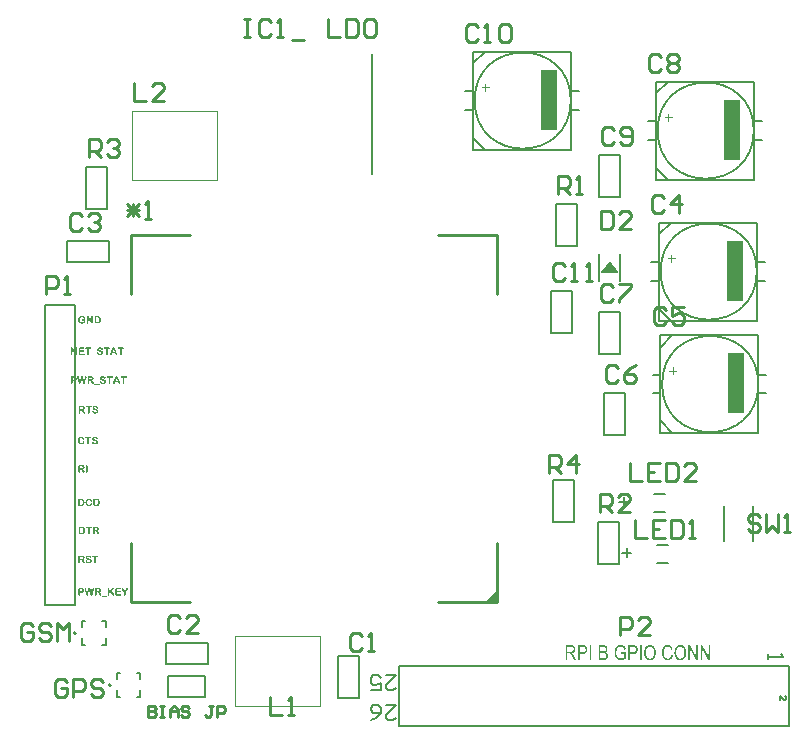
<source format=gto>
G04 Layer_Color=65535*
%FSLAX44Y44*%
%MOMM*%
G71*
G01*
G75*
%ADD27C,0.2540*%
%ADD38C,0.1270*%
%ADD39C,0.2000*%
%ADD40C,0.2032*%
%ADD41C,0.1524*%
%ADD42C,0.1000*%
%ADD43C,0.2500*%
%ADD44C,0.1016*%
%ADD45R,1.4500X5.0750*%
G36*
X311740Y526269D02*
X311855D01*
X311975Y526263D01*
X312103Y526250D01*
X312223Y526237D01*
X312236D01*
X312274Y526231D01*
X312337Y526218D01*
X312414Y526199D01*
X312509Y526180D01*
X312604Y526148D01*
X312712Y526110D01*
X312820Y526066D01*
X312833Y526059D01*
X312864Y526047D01*
X312915Y526015D01*
X312985Y525977D01*
X313061Y525926D01*
X313144Y525869D01*
X313233Y525793D01*
X313322Y525710D01*
X313334Y525697D01*
X313360Y525666D01*
X313404Y525621D01*
X313455Y525551D01*
X313512Y525475D01*
X313569Y525380D01*
X313626Y525272D01*
X313677Y525158D01*
Y525151D01*
X313684Y525145D01*
X313690Y525126D01*
X313696Y525101D01*
X313715Y525037D01*
X313741Y524954D01*
X313766Y524859D01*
X313785Y524745D01*
X313798Y524624D01*
X313804Y524497D01*
Y524491D01*
Y524465D01*
Y524427D01*
X313798Y524377D01*
X313792Y524313D01*
X313785Y524243D01*
X313773Y524161D01*
X313754Y524078D01*
X313703Y523894D01*
X313671Y523792D01*
X313633Y523697D01*
X313582Y523602D01*
X313525Y523507D01*
X313461Y523411D01*
X313391Y523329D01*
X313385Y523322D01*
X313372Y523310D01*
X313347Y523291D01*
X313315Y523259D01*
X313271Y523227D01*
X313220Y523183D01*
X313163Y523145D01*
X313093Y523100D01*
X313017Y523050D01*
X312928Y523005D01*
X312833Y522954D01*
X312731Y522910D01*
X312617Y522872D01*
X312496Y522834D01*
X312369Y522795D01*
X312236Y522770D01*
X312242D01*
X312248Y522764D01*
X312287Y522751D01*
X312344Y522726D01*
X312426Y522687D01*
X312515Y522630D01*
X312617Y522554D01*
X312725Y522459D01*
X312782Y522402D01*
X312839Y522338D01*
X312845Y522332D01*
X312852Y522326D01*
X312871Y522307D01*
X312890Y522275D01*
X312922Y522243D01*
X312953Y522205D01*
X313023Y522116D01*
X313112Y522002D01*
X313201Y521875D01*
X313296Y521741D01*
X313391Y521595D01*
Y521589D01*
X313404Y521576D01*
X313417Y521557D01*
X313430Y521532D01*
X313455Y521494D01*
X313474Y521456D01*
X313531Y521360D01*
X313588Y521246D01*
X313652Y521125D01*
X313715Y520998D01*
X313773Y520871D01*
Y520865D01*
X313779Y520859D01*
X313792Y520821D01*
X313817Y520764D01*
X313842Y520694D01*
X313868Y520617D01*
X313893Y520541D01*
X313906Y520471D01*
X313912Y520414D01*
Y520408D01*
Y520389D01*
X313906Y520363D01*
X313900Y520325D01*
X313887Y520281D01*
X313874Y520230D01*
X313849Y520179D01*
X313817Y520129D01*
X313811Y520122D01*
X313798Y520103D01*
X313779Y520078D01*
X313754Y520052D01*
X313715Y520014D01*
X313677Y519976D01*
X313626Y519944D01*
X313569Y519913D01*
X313563Y519906D01*
X313544Y519900D01*
X313512Y519887D01*
X313468Y519874D01*
X313417Y519855D01*
X313360Y519843D01*
X313290Y519836D01*
X313220Y519830D01*
X313182D01*
X313138Y519836D01*
X313080Y519843D01*
X313017Y519855D01*
X312947Y519874D01*
X312883Y519900D01*
X312820Y519938D01*
X312814Y519944D01*
X312795Y519957D01*
X312763Y519982D01*
X312725Y520014D01*
X312687Y520052D01*
X312642Y520097D01*
X312553Y520205D01*
X312547Y520211D01*
X312534Y520236D01*
X312509Y520275D01*
X312477Y520325D01*
X312439Y520389D01*
X312388Y520471D01*
X312331Y520560D01*
X312268Y520668D01*
X311753Y521608D01*
Y521614D01*
X311740Y521621D01*
X311728Y521640D01*
X311709Y521665D01*
X311664Y521729D01*
X311601Y521811D01*
X311531Y521900D01*
X311455Y521995D01*
X311372Y522091D01*
X311296Y522179D01*
X311290Y522192D01*
X311264Y522218D01*
X311220Y522256D01*
X311169Y522307D01*
X311105Y522357D01*
X311042Y522408D01*
X310966Y522453D01*
X310890Y522491D01*
X310883Y522497D01*
X310852Y522503D01*
X310813Y522516D01*
X310750Y522535D01*
X310680Y522548D01*
X310591Y522561D01*
X310490Y522567D01*
X310375Y522573D01*
X310032D01*
Y520675D01*
Y520668D01*
Y520656D01*
Y520636D01*
Y520605D01*
X310020Y520529D01*
X310007Y520433D01*
X309982Y520332D01*
X309950Y520230D01*
X309899Y520129D01*
X309829Y520040D01*
X309823Y520033D01*
X309791Y520008D01*
X309753Y519976D01*
X309690Y519938D01*
X309620Y519893D01*
X309531Y519862D01*
X309436Y519836D01*
X309321Y519830D01*
X309289D01*
X309264Y519836D01*
X309200Y519843D01*
X309124Y519855D01*
X309042Y519881D01*
X308953Y519919D01*
X308870Y519976D01*
X308794Y520046D01*
X308788Y520059D01*
X308769Y520090D01*
X308737Y520135D01*
X308705Y520211D01*
X308667Y520300D01*
X308642Y520408D01*
X308616Y520529D01*
X308610Y520675D01*
Y525424D01*
Y525431D01*
Y525443D01*
Y525469D01*
X308616Y525494D01*
X308623Y525577D01*
X308635Y525672D01*
X308661Y525774D01*
X308699Y525882D01*
X308743Y525983D01*
X308813Y526066D01*
X308826Y526072D01*
X308851Y526097D01*
X308902Y526129D01*
X308972Y526174D01*
X309061Y526212D01*
X309175Y526244D01*
X309308Y526269D01*
X309461Y526275D01*
X311639D01*
X311740Y526269D01*
D02*
G37*
G36*
X329273Y551516D02*
X329336D01*
X329400Y551510D01*
X329476Y551504D01*
X329635Y551485D01*
X329800Y551459D01*
X329978Y551421D01*
X330143Y551371D01*
X330149D01*
X330162Y551364D01*
X330187Y551358D01*
X330213Y551345D01*
X330251Y551332D01*
X330295Y551313D01*
X330397Y551269D01*
X330511Y551212D01*
X330625Y551142D01*
X330746Y551066D01*
X330860Y550977D01*
X330867D01*
X330873Y550964D01*
X330905Y550932D01*
X330956Y550888D01*
X331019Y550824D01*
X331089Y550748D01*
X331159Y550659D01*
X331222Y550564D01*
X331279Y550462D01*
X331286Y550450D01*
X331298Y550418D01*
X331324Y550367D01*
X331349Y550297D01*
X331368Y550215D01*
X331394Y550126D01*
X331407Y550031D01*
X331413Y549935D01*
Y549923D01*
Y549891D01*
X331407Y549840D01*
X331387Y549777D01*
X331368Y549707D01*
X331337Y549631D01*
X331292Y549548D01*
X331229Y549465D01*
X331222Y549459D01*
X331197Y549434D01*
X331159Y549402D01*
X331108Y549364D01*
X331038Y549326D01*
X330962Y549294D01*
X330873Y549269D01*
X330771Y549262D01*
X330733D01*
X330689Y549269D01*
X330632Y549275D01*
X330568Y549294D01*
X330505Y549313D01*
X330448Y549345D01*
X330391Y549383D01*
X330384Y549389D01*
X330371Y549408D01*
X330346Y549434D01*
X330308Y549478D01*
X330270Y549529D01*
X330225Y549593D01*
X330181Y549669D01*
X330130Y549758D01*
Y549764D01*
X330124Y549770D01*
X330111Y549789D01*
X330098Y549815D01*
X330067Y549878D01*
X330022Y549954D01*
X329965Y550037D01*
X329902Y550126D01*
X329825Y550208D01*
X329749Y550285D01*
X329736Y550291D01*
X329711Y550316D01*
X329654Y550342D01*
X329578Y550380D01*
X329482Y550412D01*
X329362Y550443D01*
X329216Y550462D01*
X329133Y550469D01*
X328968D01*
X328930Y550462D01*
X328885Y550456D01*
X328784Y550443D01*
X328670Y550418D01*
X328549Y550386D01*
X328435Y550335D01*
X328327Y550272D01*
X328314Y550266D01*
X328282Y550240D01*
X328244Y550196D01*
X328193Y550145D01*
X328143Y550081D01*
X328105Y550005D01*
X328073Y549923D01*
X328060Y549827D01*
Y549821D01*
Y549802D01*
X328066Y549770D01*
X328073Y549732D01*
X328098Y549643D01*
X328117Y549593D01*
X328143Y549548D01*
X328149Y549542D01*
X328162Y549529D01*
X328181Y549510D01*
X328206Y549478D01*
X328244Y549446D01*
X328289Y549415D01*
X328339Y549377D01*
X328397Y549345D01*
X328403Y549338D01*
X328428Y549332D01*
X328460Y549313D01*
X328498Y549294D01*
X328549Y549275D01*
X328606Y549250D01*
X328733Y549205D01*
X328740D01*
X328765Y549199D01*
X328809Y549186D01*
X328873Y549167D01*
X328955Y549142D01*
X329063Y549116D01*
X329190Y549078D01*
X329343Y549040D01*
X329349D01*
X329368Y549034D01*
X329394Y549027D01*
X329432Y549021D01*
X329476Y549008D01*
X329527Y548996D01*
X329584Y548983D01*
X329654Y548964D01*
X329794Y548926D01*
X329952Y548881D01*
X330117Y548830D01*
X330283Y548773D01*
X330289D01*
X330302Y548767D01*
X330327Y548761D01*
X330352Y548748D01*
X330391Y548729D01*
X330435Y548716D01*
X330536Y548672D01*
X330651Y548615D01*
X330778Y548551D01*
X330899Y548481D01*
X331019Y548399D01*
X331026D01*
X331032Y548386D01*
X331070Y548361D01*
X331127Y548310D01*
X331197Y548246D01*
X331273Y548170D01*
X331356Y548075D01*
X331438Y547961D01*
X331508Y547840D01*
Y547834D01*
X331514Y547827D01*
X331527Y547808D01*
X331534Y547776D01*
X331553Y547745D01*
X331565Y547706D01*
X331597Y547611D01*
X331629Y547491D01*
X331660Y547345D01*
X331679Y547186D01*
X331686Y547014D01*
Y547008D01*
Y546989D01*
Y546957D01*
X331679Y546919D01*
Y546862D01*
X331673Y546805D01*
X331660Y546735D01*
X331648Y546665D01*
X331610Y546500D01*
X331559Y546322D01*
X331483Y546138D01*
X331432Y546049D01*
X331381Y545960D01*
X331375Y545954D01*
X331368Y545941D01*
X331349Y545916D01*
X331324Y545884D01*
X331292Y545846D01*
X331254Y545802D01*
X331210Y545751D01*
X331159Y545694D01*
X331095Y545636D01*
X331032Y545579D01*
X330962Y545522D01*
X330879Y545459D01*
X330797Y545401D01*
X330702Y545344D01*
X330606Y545287D01*
X330498Y545236D01*
X330492D01*
X330473Y545224D01*
X330441Y545211D01*
X330397Y545198D01*
X330340Y545179D01*
X330276Y545154D01*
X330200Y545128D01*
X330117Y545109D01*
X330022Y545084D01*
X329914Y545059D01*
X329806Y545039D01*
X329686Y545014D01*
X329559Y545001D01*
X329425Y544989D01*
X329146Y544976D01*
X329057D01*
X328987Y544982D01*
X328911Y544989D01*
X328816Y544995D01*
X328714Y545008D01*
X328600Y545020D01*
X328479Y545039D01*
X328352Y545059D01*
X328098Y545122D01*
X327965Y545167D01*
X327838Y545211D01*
X327717Y545262D01*
X327597Y545325D01*
X327590Y545332D01*
X327577Y545338D01*
X327552Y545351D01*
X327520Y545376D01*
X327482Y545401D01*
X327444Y545433D01*
X327342Y545509D01*
X327228Y545611D01*
X327108Y545725D01*
X326987Y545865D01*
X326879Y546017D01*
Y546024D01*
X326866Y546036D01*
X326854Y546062D01*
X326834Y546094D01*
X326815Y546132D01*
X326790Y546176D01*
X326746Y546291D01*
X326695Y546418D01*
X326650Y546563D01*
X326619Y546716D01*
X326612Y546799D01*
X326606Y546875D01*
Y546887D01*
Y546919D01*
X326619Y546970D01*
X326631Y547027D01*
X326650Y547097D01*
X326682Y547173D01*
X326726Y547249D01*
X326784Y547319D01*
X326790Y547326D01*
X326815Y547351D01*
X326860Y547383D01*
X326911Y547414D01*
X326981Y547453D01*
X327057Y547478D01*
X327152Y547503D01*
X327254Y547510D01*
X327292D01*
X327336Y547503D01*
X327393Y547491D01*
X327450Y547472D01*
X327514Y547446D01*
X327584Y547414D01*
X327641Y547364D01*
X327647Y547357D01*
X327666Y547338D01*
X327698Y547307D01*
X327736Y547256D01*
X327774Y547198D01*
X327819Y547129D01*
X327863Y547046D01*
X327901Y546951D01*
X327908Y546938D01*
X327920Y546906D01*
X327946Y546849D01*
X327977Y546786D01*
X328009Y546710D01*
X328054Y546633D01*
X328098Y546557D01*
X328143Y546481D01*
X328149Y546475D01*
X328168Y546449D01*
X328200Y546418D01*
X328238Y546373D01*
X328289Y546329D01*
X328352Y546278D01*
X328422Y546227D01*
X328498Y546176D01*
X328511Y546170D01*
X328543Y546157D01*
X328593Y546138D01*
X328663Y546119D01*
X328752Y546100D01*
X328854Y546081D01*
X328974Y546068D01*
X329114Y546062D01*
X329165D01*
X329203Y546068D01*
X329248D01*
X329298Y546075D01*
X329413Y546094D01*
X329546Y546119D01*
X329686Y546163D01*
X329825Y546221D01*
X329952Y546297D01*
X329959D01*
X329965Y546310D01*
X330003Y546341D01*
X330054Y546392D01*
X330117Y546456D01*
X330175Y546544D01*
X330225Y546640D01*
X330263Y546754D01*
X330270Y546818D01*
X330276Y546881D01*
Y546887D01*
Y546894D01*
Y546926D01*
X330270Y546976D01*
X330257Y547040D01*
X330232Y547110D01*
X330206Y547186D01*
X330162Y547256D01*
X330105Y547326D01*
X330098Y547332D01*
X330073Y547351D01*
X330035Y547383D01*
X329984Y547421D01*
X329921Y547465D01*
X329844Y547510D01*
X329756Y547554D01*
X329654Y547592D01*
X329641Y547599D01*
X329622Y547605D01*
X329603Y547611D01*
X329540Y547630D01*
X329451Y547656D01*
X329343Y547687D01*
X329209Y547719D01*
X329057Y547757D01*
X328879Y547802D01*
X328873D01*
X328847Y547808D01*
X328816Y547821D01*
X328765Y547827D01*
X328708Y547846D01*
X328644Y547865D01*
X328568Y547884D01*
X328485Y547910D01*
X328308Y547961D01*
X328117Y548024D01*
X327927Y548094D01*
X327743Y548170D01*
X327736D01*
X327724Y548183D01*
X327698Y548195D01*
X327666Y548208D01*
X327628Y548234D01*
X327584Y548259D01*
X327476Y548329D01*
X327355Y548411D01*
X327235Y548513D01*
X327114Y548634D01*
X327000Y548767D01*
Y548773D01*
X326987Y548786D01*
X326974Y548805D01*
X326955Y548837D01*
X326936Y548875D01*
X326911Y548919D01*
X326892Y548970D01*
X326866Y549027D01*
X326841Y549091D01*
X326815Y549167D01*
X326771Y549326D01*
X326739Y549510D01*
X326733Y549612D01*
X326726Y549713D01*
Y549720D01*
Y549739D01*
Y549764D01*
X326733Y549802D01*
Y549846D01*
X326739Y549904D01*
X326752Y549967D01*
X326765Y550031D01*
X326796Y550177D01*
X326847Y550335D01*
X326917Y550501D01*
X326962Y550583D01*
X327012Y550659D01*
X327019Y550666D01*
X327025Y550678D01*
X327044Y550697D01*
X327069Y550729D01*
X327095Y550761D01*
X327133Y550805D01*
X327177Y550850D01*
X327228Y550894D01*
X327285Y550945D01*
X327342Y551002D01*
X327489Y551104D01*
X327660Y551212D01*
X327850Y551301D01*
X327857D01*
X327876Y551313D01*
X327908Y551320D01*
X327946Y551339D01*
X328003Y551351D01*
X328066Y551371D01*
X328136Y551390D01*
X328219Y551415D01*
X328308Y551434D01*
X328403Y551453D01*
X328511Y551472D01*
X328625Y551491D01*
X328867Y551516D01*
X329127Y551523D01*
X329222D01*
X329273Y551516D01*
D02*
G37*
G36*
X322878Y526371D02*
X322942D01*
X323005Y526364D01*
X323082Y526358D01*
X323240Y526339D01*
X323405Y526313D01*
X323583Y526275D01*
X323748Y526225D01*
X323755D01*
X323767Y526218D01*
X323793Y526212D01*
X323818Y526199D01*
X323856Y526186D01*
X323901Y526167D01*
X324002Y526123D01*
X324117Y526066D01*
X324231Y525996D01*
X324352Y525920D01*
X324466Y525831D01*
X324472D01*
X324479Y525818D01*
X324510Y525786D01*
X324561Y525742D01*
X324625Y525678D01*
X324695Y525602D01*
X324764Y525513D01*
X324828Y525418D01*
X324885Y525316D01*
X324891Y525304D01*
X324904Y525272D01*
X324930Y525221D01*
X324955Y525151D01*
X324974Y525069D01*
X324999Y524980D01*
X325012Y524885D01*
X325018Y524789D01*
Y524777D01*
Y524745D01*
X325012Y524694D01*
X324993Y524631D01*
X324974Y524561D01*
X324942Y524485D01*
X324898Y524402D01*
X324834Y524319D01*
X324828Y524313D01*
X324803Y524288D01*
X324764Y524256D01*
X324714Y524218D01*
X324644Y524180D01*
X324568Y524148D01*
X324479Y524123D01*
X324377Y524116D01*
X324339D01*
X324295Y524123D01*
X324237Y524129D01*
X324174Y524148D01*
X324110Y524167D01*
X324053Y524199D01*
X323996Y524237D01*
X323990Y524243D01*
X323977Y524262D01*
X323952Y524288D01*
X323913Y524332D01*
X323875Y524383D01*
X323831Y524446D01*
X323787Y524523D01*
X323736Y524612D01*
Y524618D01*
X323729Y524624D01*
X323717Y524643D01*
X323704Y524669D01*
X323672Y524732D01*
X323628Y524808D01*
X323571Y524891D01*
X323507Y524980D01*
X323431Y525062D01*
X323355Y525139D01*
X323342Y525145D01*
X323317Y525170D01*
X323259Y525196D01*
X323183Y525234D01*
X323088Y525266D01*
X322967Y525297D01*
X322821Y525316D01*
X322739Y525323D01*
X322574D01*
X322536Y525316D01*
X322491Y525310D01*
X322389Y525297D01*
X322275Y525272D01*
X322155Y525240D01*
X322040Y525189D01*
X321932Y525126D01*
X321920Y525120D01*
X321888Y525094D01*
X321850Y525050D01*
X321799Y524999D01*
X321748Y524935D01*
X321710Y524859D01*
X321678Y524777D01*
X321666Y524681D01*
Y524675D01*
Y524656D01*
X321672Y524624D01*
X321678Y524586D01*
X321704Y524497D01*
X321723Y524446D01*
X321748Y524402D01*
X321754Y524396D01*
X321767Y524383D01*
X321786Y524364D01*
X321812Y524332D01*
X321850Y524300D01*
X321894Y524269D01*
X321945Y524231D01*
X322002Y524199D01*
X322009Y524193D01*
X322034Y524186D01*
X322066Y524167D01*
X322104Y524148D01*
X322155Y524129D01*
X322212Y524104D01*
X322339Y524059D01*
X322345D01*
X322370Y524053D01*
X322415Y524040D01*
X322478Y524021D01*
X322561Y523996D01*
X322669Y523970D01*
X322796Y523932D01*
X322948Y523894D01*
X322955D01*
X322974Y523888D01*
X322999Y523881D01*
X323037Y523875D01*
X323082Y523862D01*
X323133Y523850D01*
X323190Y523837D01*
X323259Y523818D01*
X323399Y523780D01*
X323558Y523735D01*
X323723Y523685D01*
X323888Y523627D01*
X323895D01*
X323907Y523621D01*
X323932Y523615D01*
X323958Y523602D01*
X323996Y523583D01*
X324040Y523570D01*
X324142Y523526D01*
X324256Y523469D01*
X324383Y523405D01*
X324504Y523335D01*
X324625Y523253D01*
X324631D01*
X324637Y523240D01*
X324675Y523215D01*
X324733Y523164D01*
X324803Y523100D01*
X324879Y523024D01*
X324961Y522929D01*
X325044Y522815D01*
X325114Y522694D01*
Y522687D01*
X325120Y522681D01*
X325133Y522662D01*
X325139Y522630D01*
X325158Y522599D01*
X325171Y522561D01*
X325202Y522465D01*
X325234Y522345D01*
X325266Y522199D01*
X325285Y522040D01*
X325291Y521868D01*
Y521862D01*
Y521843D01*
Y521811D01*
X325285Y521773D01*
Y521716D01*
X325279Y521659D01*
X325266Y521589D01*
X325253Y521519D01*
X325215Y521354D01*
X325164Y521176D01*
X325088Y520992D01*
X325037Y520903D01*
X324987Y520814D01*
X324980Y520808D01*
X324974Y520795D01*
X324955Y520770D01*
X324930Y520738D01*
X324898Y520700D01*
X324860Y520656D01*
X324815Y520605D01*
X324764Y520548D01*
X324701Y520490D01*
X324637Y520433D01*
X324568Y520376D01*
X324485Y520313D01*
X324402Y520256D01*
X324307Y520198D01*
X324212Y520141D01*
X324104Y520090D01*
X324098D01*
X324079Y520078D01*
X324047Y520065D01*
X324002Y520052D01*
X323945Y520033D01*
X323882Y520008D01*
X323806Y519982D01*
X323723Y519963D01*
X323628Y519938D01*
X323520Y519913D01*
X323412Y519893D01*
X323291Y519868D01*
X323164Y519855D01*
X323031Y519843D01*
X322752Y519830D01*
X322663D01*
X322593Y519836D01*
X322517Y519843D01*
X322421Y519849D01*
X322320Y519862D01*
X322205Y519874D01*
X322085Y519893D01*
X321958Y519913D01*
X321704Y519976D01*
X321570Y520020D01*
X321443Y520065D01*
X321323Y520116D01*
X321202Y520179D01*
X321196Y520186D01*
X321183Y520192D01*
X321158Y520205D01*
X321126Y520230D01*
X321088Y520256D01*
X321050Y520287D01*
X320948Y520363D01*
X320834Y520465D01*
X320713Y520579D01*
X320592Y520719D01*
X320485Y520871D01*
Y520878D01*
X320472Y520891D01*
X320459Y520916D01*
X320440Y520948D01*
X320421Y520986D01*
X320396Y521030D01*
X320351Y521144D01*
X320300Y521272D01*
X320256Y521418D01*
X320224Y521570D01*
X320218Y521652D01*
X320211Y521729D01*
Y521741D01*
Y521773D01*
X320224Y521824D01*
X320237Y521881D01*
X320256Y521951D01*
X320288Y522027D01*
X320332Y522103D01*
X320389Y522173D01*
X320396Y522179D01*
X320421Y522205D01*
X320466Y522237D01*
X320516Y522268D01*
X320586Y522307D01*
X320662Y522332D01*
X320758Y522357D01*
X320859Y522364D01*
X320897D01*
X320942Y522357D01*
X320999Y522345D01*
X321056Y522326D01*
X321119Y522300D01*
X321189Y522268D01*
X321246Y522218D01*
X321253Y522211D01*
X321272Y522192D01*
X321304Y522160D01*
X321342Y522110D01*
X321380Y522053D01*
X321424Y521983D01*
X321469Y521900D01*
X321507Y521805D01*
X321513Y521792D01*
X321526Y521760D01*
X321551Y521703D01*
X321583Y521640D01*
X321615Y521564D01*
X321659Y521487D01*
X321704Y521411D01*
X321748Y521335D01*
X321754Y521329D01*
X321773Y521303D01*
X321805Y521272D01*
X321843Y521227D01*
X321894Y521183D01*
X321958Y521132D01*
X322028Y521081D01*
X322104Y521030D01*
X322116Y521024D01*
X322148Y521011D01*
X322199Y520992D01*
X322269Y520973D01*
X322358Y520954D01*
X322459Y520935D01*
X322580Y520922D01*
X322720Y520916D01*
X322771D01*
X322809Y520922D01*
X322853D01*
X322904Y520929D01*
X323018Y520948D01*
X323152Y520973D01*
X323291Y521017D01*
X323431Y521075D01*
X323558Y521151D01*
X323564D01*
X323571Y521163D01*
X323609Y521195D01*
X323660Y521246D01*
X323723Y521310D01*
X323780Y521399D01*
X323831Y521494D01*
X323869Y521608D01*
X323875Y521672D01*
X323882Y521735D01*
Y521741D01*
Y521748D01*
Y521780D01*
X323875Y521830D01*
X323863Y521894D01*
X323837Y521964D01*
X323812Y522040D01*
X323767Y522110D01*
X323710Y522179D01*
X323704Y522186D01*
X323679Y522205D01*
X323640Y522237D01*
X323590Y522275D01*
X323526Y522319D01*
X323450Y522364D01*
X323361Y522408D01*
X323259Y522446D01*
X323247Y522453D01*
X323228Y522459D01*
X323209Y522465D01*
X323145Y522484D01*
X323056Y522510D01*
X322948Y522542D01*
X322815Y522573D01*
X322663Y522611D01*
X322485Y522656D01*
X322478D01*
X322453Y522662D01*
X322421Y522675D01*
X322370Y522681D01*
X322313Y522700D01*
X322250Y522719D01*
X322174Y522738D01*
X322091Y522764D01*
X321913Y522815D01*
X321723Y522878D01*
X321532Y522948D01*
X321348Y523024D01*
X321342D01*
X321329Y523037D01*
X321304Y523050D01*
X321272Y523062D01*
X321234Y523088D01*
X321189Y523113D01*
X321081Y523183D01*
X320961Y523265D01*
X320840Y523367D01*
X320719Y523488D01*
X320605Y523621D01*
Y523627D01*
X320592Y523640D01*
X320580Y523659D01*
X320561Y523691D01*
X320542Y523729D01*
X320516Y523773D01*
X320497Y523824D01*
X320472Y523881D01*
X320446Y523945D01*
X320421Y524021D01*
X320377Y524180D01*
X320345Y524364D01*
X320338Y524465D01*
X320332Y524567D01*
Y524574D01*
Y524593D01*
Y524618D01*
X320338Y524656D01*
Y524701D01*
X320345Y524758D01*
X320358Y524821D01*
X320370Y524885D01*
X320402Y525031D01*
X320453Y525189D01*
X320523Y525354D01*
X320567Y525437D01*
X320618Y525513D01*
X320624Y525520D01*
X320630Y525532D01*
X320650Y525551D01*
X320675Y525583D01*
X320700Y525615D01*
X320738Y525659D01*
X320783Y525704D01*
X320834Y525748D01*
X320891Y525799D01*
X320948Y525856D01*
X321094Y525958D01*
X321265Y526066D01*
X321456Y526155D01*
X321462D01*
X321481Y526167D01*
X321513Y526174D01*
X321551Y526193D01*
X321609Y526205D01*
X321672Y526225D01*
X321742Y526244D01*
X321824Y526269D01*
X321913Y526288D01*
X322009Y526307D01*
X322116Y526326D01*
X322231Y526345D01*
X322472Y526371D01*
X322732Y526377D01*
X322828D01*
X322878Y526371D01*
D02*
G37*
G36*
X319145Y526269D02*
X319227Y526256D01*
X319310Y526231D01*
X319405Y526205D01*
X319487Y526161D01*
X319564Y526104D01*
X319570Y526097D01*
X319596Y526072D01*
X319627Y526040D01*
X319659Y525989D01*
X319697Y525926D01*
X319722Y525850D01*
X319748Y525767D01*
X319754Y525672D01*
Y525659D01*
Y525628D01*
X319741Y525577D01*
X319729Y525513D01*
X319710Y525443D01*
X319672Y525374D01*
X319627Y525297D01*
X319564Y525234D01*
X319557Y525228D01*
X319532Y525209D01*
X319487Y525183D01*
X319430Y525158D01*
X319354Y525126D01*
X319259Y525101D01*
X319151Y525081D01*
X319024Y525075D01*
X317754D01*
Y520675D01*
Y520668D01*
Y520656D01*
Y520636D01*
Y520605D01*
X317741Y520529D01*
X317729Y520440D01*
X317703Y520338D01*
X317671Y520230D01*
X317621Y520129D01*
X317551Y520040D01*
X317544Y520033D01*
X317513Y520008D01*
X317475Y519976D01*
X317411Y519938D01*
X317341Y519893D01*
X317252Y519862D01*
X317157Y519836D01*
X317043Y519830D01*
X317030D01*
X316992Y519836D01*
X316935Y519843D01*
X316859Y519855D01*
X316776Y519881D01*
X316693Y519919D01*
X316605Y519970D01*
X316528Y520040D01*
X316522Y520052D01*
X316497Y520078D01*
X316465Y520129D01*
X316433Y520198D01*
X316395Y520287D01*
X316363Y520401D01*
X316338Y520529D01*
X316332Y520675D01*
Y525075D01*
X314998D01*
X314935Y525081D01*
X314852Y525094D01*
X314769Y525113D01*
X314681Y525145D01*
X314592Y525183D01*
X314515Y525234D01*
X314509Y525240D01*
X314490Y525266D01*
X314458Y525304D01*
X314427Y525348D01*
X314395Y525412D01*
X314363Y525488D01*
X314344Y525577D01*
X314338Y525672D01*
Y525678D01*
Y525685D01*
Y525717D01*
X314350Y525767D01*
X314363Y525831D01*
X314382Y525901D01*
X314414Y525970D01*
X314458Y526047D01*
X314522Y526110D01*
X314528Y526116D01*
X314560Y526136D01*
X314598Y526161D01*
X314662Y526193D01*
X314738Y526225D01*
X314827Y526250D01*
X314935Y526269D01*
X315055Y526275D01*
X319081D01*
X319145Y526269D01*
D02*
G37*
G36*
X340760Y551516D02*
X340824Y551510D01*
X340893Y551497D01*
X340976Y551472D01*
X341052Y551447D01*
X341128Y551409D01*
X341135Y551402D01*
X341160Y551390D01*
X341198Y551364D01*
X341243Y551332D01*
X341293Y551294D01*
X341344Y551244D01*
X341395Y551193D01*
X341440Y551129D01*
X341446Y551123D01*
X341459Y551104D01*
X341484Y551066D01*
X341509Y551028D01*
X341535Y550977D01*
X341567Y550920D01*
X341624Y550799D01*
X341630Y550793D01*
X341636Y550767D01*
X341649Y550729D01*
X341674Y550678D01*
X341700Y550615D01*
X341732Y550539D01*
X341770Y550443D01*
X341808Y550342D01*
X343433Y546322D01*
Y546316D01*
X343440Y546303D01*
X343452Y546278D01*
X343465Y546246D01*
X343478Y546208D01*
X343497Y546163D01*
X343535Y546062D01*
X343567Y545948D01*
X343599Y545833D01*
X343624Y545725D01*
X343630Y545636D01*
Y545624D01*
Y545592D01*
X343618Y545548D01*
X343605Y545484D01*
X343579Y545414D01*
X343541Y545338D01*
X343490Y545256D01*
X343421Y545179D01*
X343414Y545173D01*
X343383Y545148D01*
X343344Y545116D01*
X343281Y545078D01*
X343211Y545039D01*
X343129Y545008D01*
X343033Y544982D01*
X342932Y544976D01*
X342906D01*
X342868Y544982D01*
X342830D01*
X342735Y545001D01*
X342633Y545039D01*
X342627D01*
X342614Y545052D01*
X342589Y545065D01*
X342563Y545084D01*
X342500Y545128D01*
X342430Y545198D01*
X342424Y545205D01*
X342417Y545217D01*
X342398Y545243D01*
X342379Y545275D01*
X342354Y545319D01*
X342328Y545370D01*
X342297Y545433D01*
X342265Y545509D01*
X342259Y545516D01*
X342252Y545541D01*
X342233Y545579D01*
X342214Y545624D01*
X342176Y545719D01*
X342157Y545763D01*
X342138Y545802D01*
X341852Y546557D01*
X339471D01*
X339198Y545821D01*
Y545814D01*
X339192Y545802D01*
X339179Y545776D01*
X339166Y545744D01*
X339154Y545706D01*
X339134Y545656D01*
X339090Y545554D01*
X339046Y545446D01*
X338988Y545338D01*
X338931Y545236D01*
X338906Y545192D01*
X338880Y545154D01*
X338874Y545148D01*
X338855Y545128D01*
X338817Y545097D01*
X338773Y545065D01*
X338709Y545033D01*
X338627Y545001D01*
X338531Y544982D01*
X338417Y544976D01*
X338404D01*
X338372Y544982D01*
X338322Y544989D01*
X338258Y545001D01*
X338182Y545027D01*
X338099Y545059D01*
X338017Y545109D01*
X337941Y545173D01*
X337934Y545179D01*
X337909Y545211D01*
X337877Y545249D01*
X337839Y545306D01*
X337801Y545370D01*
X337769Y545446D01*
X337744Y545528D01*
X337737Y545624D01*
Y545630D01*
Y545649D01*
Y545675D01*
X337744Y545713D01*
X337757Y545802D01*
X337775Y545903D01*
Y545910D01*
X337782Y545929D01*
X337795Y545960D01*
X337814Y546005D01*
X337833Y546055D01*
X337858Y546125D01*
X337883Y546202D01*
X337922Y546291D01*
X339496Y550291D01*
X339503Y550297D01*
X339509Y550323D01*
X339522Y550361D01*
X339541Y550412D01*
X339566Y550469D01*
X339598Y550545D01*
X339630Y550621D01*
X339661Y550710D01*
X339668Y550723D01*
X339680Y550755D01*
X339700Y550799D01*
X339725Y550856D01*
X339757Y550920D01*
X339789Y550989D01*
X339827Y551059D01*
X339871Y551129D01*
X339877Y551135D01*
X339890Y551161D01*
X339916Y551186D01*
X339954Y551231D01*
X339998Y551275D01*
X340049Y551320D01*
X340106Y551364D01*
X340176Y551409D01*
X340182Y551415D01*
X340214Y551428D01*
X340252Y551447D01*
X340309Y551466D01*
X340379Y551485D01*
X340462Y551504D01*
X340557Y551516D01*
X340658Y551523D01*
X340703D01*
X340760Y551516D01*
D02*
G37*
G36*
X336893Y551415D02*
X336975Y551402D01*
X337058Y551377D01*
X337153Y551351D01*
X337236Y551307D01*
X337312Y551250D01*
X337318Y551244D01*
X337344Y551218D01*
X337375Y551186D01*
X337407Y551135D01*
X337445Y551072D01*
X337471Y550996D01*
X337496Y550913D01*
X337503Y550818D01*
Y550805D01*
Y550774D01*
X337490Y550723D01*
X337477Y550659D01*
X337458Y550589D01*
X337420Y550520D01*
X337375Y550443D01*
X337312Y550380D01*
X337306Y550373D01*
X337280Y550354D01*
X337236Y550329D01*
X337179Y550304D01*
X337103Y550272D01*
X337007Y550247D01*
X336899Y550228D01*
X336772Y550221D01*
X335502D01*
Y545821D01*
Y545814D01*
Y545802D01*
Y545783D01*
Y545751D01*
X335490Y545675D01*
X335477Y545586D01*
X335451Y545484D01*
X335420Y545376D01*
X335369Y545275D01*
X335299Y545186D01*
X335293Y545179D01*
X335261Y545154D01*
X335223Y545122D01*
X335159Y545084D01*
X335089Y545039D01*
X335001Y545008D01*
X334905Y544982D01*
X334791Y544976D01*
X334778D01*
X334740Y544982D01*
X334683Y544989D01*
X334607Y545001D01*
X334524Y545027D01*
X334442Y545065D01*
X334353Y545116D01*
X334277Y545186D01*
X334270Y545198D01*
X334245Y545224D01*
X334213Y545275D01*
X334181Y545344D01*
X334143Y545433D01*
X334112Y545548D01*
X334086Y545675D01*
X334080Y545821D01*
Y550221D01*
X332746D01*
X332683Y550228D01*
X332600Y550240D01*
X332518Y550259D01*
X332429Y550291D01*
X332340Y550329D01*
X332264Y550380D01*
X332257Y550386D01*
X332238Y550412D01*
X332207Y550450D01*
X332175Y550494D01*
X332143Y550558D01*
X332111Y550634D01*
X332092Y550723D01*
X332086Y550818D01*
Y550824D01*
Y550831D01*
Y550863D01*
X332099Y550913D01*
X332111Y550977D01*
X332130Y551047D01*
X332162Y551116D01*
X332207Y551193D01*
X332270Y551256D01*
X332276Y551263D01*
X332308Y551282D01*
X332346Y551307D01*
X332410Y551339D01*
X332486Y551371D01*
X332575Y551396D01*
X332683Y551415D01*
X332803Y551421D01*
X336829D01*
X336893Y551415D01*
D02*
G37*
G36*
X314712Y551510D02*
X314776Y551497D01*
X314852Y551478D01*
X314935Y551440D01*
X315017Y551396D01*
X315093Y551332D01*
X315100Y551326D01*
X315125Y551301D01*
X315157Y551263D01*
X315195Y551205D01*
X315227Y551135D01*
X315259Y551059D01*
X315284Y550970D01*
X315290Y550869D01*
Y550863D01*
Y550837D01*
X315284Y550793D01*
X315278Y550729D01*
X315265Y550647D01*
X315252Y550551D01*
X315227Y550431D01*
X315195Y550297D01*
X314166Y546144D01*
Y546138D01*
X314160Y546125D01*
X314153Y546106D01*
X314147Y546075D01*
X314128Y545998D01*
X314103Y545910D01*
X314071Y545808D01*
X314046Y545700D01*
X314014Y545605D01*
X313982Y545516D01*
Y545509D01*
X313969Y545478D01*
X313950Y545440D01*
X313925Y545389D01*
X313887Y545332D01*
X313842Y545268D01*
X313785Y545205D01*
X313722Y545141D01*
X313715Y545135D01*
X313690Y545116D01*
X313645Y545090D01*
X313588Y545059D01*
X313512Y545027D01*
X313423Y545001D01*
X313322Y544982D01*
X313201Y544976D01*
X313150D01*
X313093Y544982D01*
X313017Y544995D01*
X312934Y545014D01*
X312852Y545046D01*
X312763Y545084D01*
X312687Y545135D01*
X312680Y545141D01*
X312655Y545160D01*
X312623Y545198D01*
X312585Y545236D01*
X312541Y545287D01*
X312496Y545351D01*
X312452Y545414D01*
X312420Y545484D01*
Y545490D01*
X312407Y545522D01*
X312395Y545567D01*
X312369Y545630D01*
X312344Y545719D01*
X312312Y545821D01*
X312274Y545941D01*
X312236Y546081D01*
X311315Y549751D01*
X310382Y546055D01*
Y546049D01*
X310375Y546043D01*
X310369Y546024D01*
X310363Y545998D01*
X310343Y545929D01*
X310318Y545852D01*
X310286Y545757D01*
X310261Y545668D01*
X310229Y545579D01*
X310198Y545497D01*
X310191Y545490D01*
X310185Y545465D01*
X310166Y545427D01*
X310140Y545376D01*
X310102Y545319D01*
X310058Y545262D01*
X310001Y545198D01*
X309931Y545135D01*
X309925Y545128D01*
X309899Y545109D01*
X309855Y545084D01*
X309797Y545059D01*
X309721Y545027D01*
X309639Y545001D01*
X309537Y544982D01*
X309423Y544976D01*
X309378D01*
X309334Y544982D01*
X309270Y544989D01*
X309200Y545001D01*
X309131Y545014D01*
X309061Y545039D01*
X308991Y545071D01*
X308985Y545078D01*
X308966Y545090D01*
X308934Y545109D01*
X308896Y545141D01*
X308851Y545179D01*
X308807Y545224D01*
X308762Y545275D01*
X308724Y545338D01*
X308718Y545344D01*
X308705Y545370D01*
X308686Y545408D01*
X308667Y545452D01*
X308642Y545516D01*
X308610Y545586D01*
X308585Y545668D01*
X308559Y545757D01*
Y545770D01*
X308553Y545795D01*
X308540Y545846D01*
X308527Y545897D01*
X308508Y545960D01*
X308489Y546024D01*
X308477Y546087D01*
X308458Y546144D01*
X307429Y550297D01*
Y550304D01*
X307423Y550316D01*
Y550335D01*
X307416Y550361D01*
X307404Y550424D01*
X307384Y550507D01*
X307365Y550596D01*
X307353Y550691D01*
X307346Y550786D01*
X307340Y550869D01*
Y550875D01*
Y550882D01*
X307346Y550913D01*
X307353Y550964D01*
X307365Y551028D01*
X307384Y551104D01*
X307423Y551180D01*
X307467Y551256D01*
X307530Y551332D01*
X307537Y551339D01*
X307569Y551364D01*
X307607Y551396D01*
X307664Y551428D01*
X307734Y551466D01*
X307816Y551491D01*
X307911Y551516D01*
X308013Y551523D01*
X308051D01*
X308077Y551516D01*
X308146Y551510D01*
X308229Y551491D01*
X308312Y551466D01*
X308400Y551421D01*
X308477Y551358D01*
X308534Y551275D01*
X308540Y551263D01*
X308559Y551231D01*
X308578Y551174D01*
X308610Y551104D01*
X308648Y551008D01*
X308686Y550901D01*
X308724Y550774D01*
X308756Y550628D01*
X309486Y547078D01*
X310299Y550373D01*
Y550380D01*
X310306Y550393D01*
X310312Y550412D01*
X310318Y550437D01*
X310337Y550507D01*
X310363Y550596D01*
X310388Y550691D01*
X310420Y550793D01*
X310452Y550888D01*
X310483Y550977D01*
X310490Y550989D01*
X310502Y551015D01*
X310521Y551053D01*
X310553Y551104D01*
X310591Y551167D01*
X310642Y551231D01*
X310699Y551294D01*
X310769Y551358D01*
X310782Y551364D01*
X310807Y551383D01*
X310852Y551409D01*
X310915Y551440D01*
X310991Y551472D01*
X311087Y551497D01*
X311201Y551516D01*
X311321Y551523D01*
X311379D01*
X311442Y551516D01*
X311518Y551504D01*
X311607Y551478D01*
X311696Y551453D01*
X311785Y551409D01*
X311861Y551351D01*
X311868Y551345D01*
X311893Y551320D01*
X311925Y551288D01*
X311969Y551244D01*
X312014Y551186D01*
X312058Y551123D01*
X312096Y551053D01*
X312128Y550983D01*
X312134Y550977D01*
X312141Y550945D01*
X312160Y550901D01*
X312179Y550837D01*
X312204Y550748D01*
X312236Y550647D01*
X312274Y550520D01*
X312312Y550373D01*
X313131Y547078D01*
X313868Y550621D01*
Y550634D01*
X313874Y550666D01*
X313887Y550710D01*
X313900Y550774D01*
X313919Y550843D01*
X313938Y550913D01*
X313957Y550983D01*
X313976Y551053D01*
Y551059D01*
X313988Y551085D01*
X314001Y551116D01*
X314020Y551155D01*
X314052Y551205D01*
X314084Y551263D01*
X314128Y551313D01*
X314179Y551371D01*
X314185Y551377D01*
X314204Y551396D01*
X314242Y551421D01*
X314293Y551447D01*
X314350Y551472D01*
X314427Y551497D01*
X314509Y551516D01*
X314611Y551523D01*
X314662D01*
X314712Y551510D01*
D02*
G37*
G36*
X348704Y551415D02*
X348786Y551402D01*
X348869Y551377D01*
X348964Y551351D01*
X349047Y551307D01*
X349123Y551250D01*
X349129Y551244D01*
X349155Y551218D01*
X349187Y551186D01*
X349218Y551135D01*
X349256Y551072D01*
X349282Y550996D01*
X349307Y550913D01*
X349314Y550818D01*
Y550805D01*
Y550774D01*
X349301Y550723D01*
X349288Y550659D01*
X349269Y550589D01*
X349231Y550520D01*
X349187Y550443D01*
X349123Y550380D01*
X349117Y550373D01*
X349091Y550354D01*
X349047Y550329D01*
X348990Y550304D01*
X348913Y550272D01*
X348818Y550247D01*
X348710Y550228D01*
X348583Y550221D01*
X347313D01*
Y545821D01*
Y545814D01*
Y545802D01*
Y545783D01*
Y545751D01*
X347301Y545675D01*
X347288Y545586D01*
X347262Y545484D01*
X347231Y545376D01*
X347180Y545275D01*
X347110Y545186D01*
X347104Y545179D01*
X347072Y545154D01*
X347034Y545122D01*
X346970Y545084D01*
X346900Y545039D01*
X346812Y545008D01*
X346716Y544982D01*
X346602Y544976D01*
X346589D01*
X346551Y544982D01*
X346494Y544989D01*
X346418Y545001D01*
X346335Y545027D01*
X346253Y545065D01*
X346164Y545116D01*
X346088Y545186D01*
X346081Y545198D01*
X346056Y545224D01*
X346024Y545275D01*
X345992Y545344D01*
X345954Y545433D01*
X345923Y545548D01*
X345897Y545675D01*
X345891Y545821D01*
Y550221D01*
X344557D01*
X344494Y550228D01*
X344411Y550240D01*
X344329Y550259D01*
X344240Y550291D01*
X344151Y550329D01*
X344075Y550380D01*
X344068Y550386D01*
X344049Y550412D01*
X344018Y550450D01*
X343986Y550494D01*
X343954Y550558D01*
X343922Y550634D01*
X343903Y550723D01*
X343897Y550818D01*
Y550824D01*
Y550831D01*
Y550863D01*
X343910Y550913D01*
X343922Y550977D01*
X343941Y551047D01*
X343973Y551116D01*
X344018Y551193D01*
X344081Y551256D01*
X344087Y551263D01*
X344119Y551282D01*
X344157Y551307D01*
X344221Y551339D01*
X344297Y551371D01*
X344386Y551396D01*
X344494Y551415D01*
X344614Y551421D01*
X348640D01*
X348704Y551415D01*
D02*
G37*
G36*
X310744Y447783D02*
X310807D01*
X310877Y447777D01*
X310959D01*
X311131Y447757D01*
X311315Y447738D01*
X311506Y447707D01*
X311690Y447662D01*
X311696D01*
X311709Y447656D01*
X311734Y447650D01*
X311772Y447637D01*
X311810Y447624D01*
X311861Y447605D01*
X311918Y447580D01*
X311982Y447554D01*
X312115Y447478D01*
X312268Y447389D01*
X312420Y447275D01*
X312502Y447211D01*
X312579Y447135D01*
X312591Y447129D01*
X312623Y447097D01*
X312668Y447053D01*
X312731Y446989D01*
X312801Y446900D01*
X312883Y446799D01*
X312973Y446672D01*
X313061Y446532D01*
X313150Y446367D01*
X313239Y446183D01*
X313322Y445979D01*
X313391Y445751D01*
X313455Y445510D01*
X313506Y445237D01*
X313531Y444951D01*
X313544Y444640D01*
Y444633D01*
Y444614D01*
Y444583D01*
Y444544D01*
Y444494D01*
X313538Y444436D01*
Y444373D01*
X313531Y444297D01*
X313519Y444138D01*
X313500Y443967D01*
X313474Y443782D01*
X313442Y443605D01*
Y443598D01*
X313436Y443586D01*
X313430Y443560D01*
X313423Y443528D01*
X313411Y443484D01*
X313398Y443433D01*
X313366Y443325D01*
X313322Y443192D01*
X313271Y443046D01*
X313207Y442900D01*
X313131Y442754D01*
Y442747D01*
X313125Y442735D01*
X313112Y442716D01*
X313093Y442690D01*
X313049Y442620D01*
X312992Y442532D01*
X312922Y442430D01*
X312833Y442328D01*
X312738Y442220D01*
X312630Y442119D01*
X312617Y442106D01*
X312579Y442074D01*
X312522Y442024D01*
X312445Y441960D01*
X312356Y441897D01*
X312255Y441827D01*
X312147Y441757D01*
X312033Y441700D01*
X312026D01*
X312020Y441693D01*
X312001Y441687D01*
X311982Y441674D01*
X311918Y441655D01*
X311836Y441623D01*
X311740Y441592D01*
X311633Y441560D01*
X311512Y441528D01*
X311385Y441503D01*
X311372D01*
X311353Y441496D01*
X311328D01*
X311290Y441490D01*
X311252D01*
X311156Y441477D01*
X311042Y441471D01*
X310909Y441458D01*
X310763Y441452D01*
X308915D01*
X308851Y441458D01*
X308769Y441465D01*
X308680Y441477D01*
X308585Y441503D01*
X308496Y441528D01*
X308413Y441566D01*
X308407Y441573D01*
X308381Y441592D01*
X308350Y441617D01*
X308305Y441655D01*
X308267Y441700D01*
X308223Y441757D01*
X308185Y441820D01*
X308159Y441897D01*
Y441909D01*
X308153Y441935D01*
X308140Y441979D01*
X308134Y442043D01*
X308121Y442119D01*
X308108Y442208D01*
X308102Y442303D01*
Y442417D01*
Y446938D01*
Y446945D01*
Y446957D01*
Y446983D01*
X308108Y447008D01*
X308115Y447091D01*
X308127Y447186D01*
X308153Y447288D01*
X308191Y447396D01*
X308235Y447497D01*
X308305Y447580D01*
X308318Y447586D01*
X308343Y447612D01*
X308394Y447643D01*
X308464Y447688D01*
X308553Y447726D01*
X308667Y447757D01*
X308801Y447783D01*
X308953Y447789D01*
X310686D01*
X310744Y447783D01*
D02*
G37*
G36*
X315544Y476326D02*
X315620Y476314D01*
X315703Y476288D01*
X315786Y476250D01*
X315874Y476193D01*
X315951Y476123D01*
X315957Y476110D01*
X315982Y476085D01*
X316014Y476034D01*
X316052Y475964D01*
X316090Y475875D01*
X316122Y475767D01*
X316147Y475640D01*
X316154Y475494D01*
Y470637D01*
Y470630D01*
Y470617D01*
Y470598D01*
Y470567D01*
X316141Y470497D01*
X316128Y470402D01*
X316103Y470300D01*
X316071Y470198D01*
X316021Y470097D01*
X315951Y470008D01*
X315944Y470002D01*
X315912Y469976D01*
X315874Y469938D01*
X315811Y469900D01*
X315741Y469862D01*
X315652Y469824D01*
X315550Y469798D01*
X315436Y469792D01*
X315424D01*
X315385Y469798D01*
X315328Y469805D01*
X315259Y469817D01*
X315176Y469843D01*
X315093Y469881D01*
X315004Y469938D01*
X314928Y470008D01*
X314922Y470021D01*
X314897Y470046D01*
X314865Y470097D01*
X314833Y470167D01*
X314795Y470256D01*
X314763Y470364D01*
X314738Y470490D01*
X314731Y470637D01*
Y475494D01*
Y475501D01*
Y475513D01*
Y475532D01*
X314738Y475564D01*
X314744Y475634D01*
X314757Y475729D01*
X314776Y475831D01*
X314814Y475933D01*
X314858Y476034D01*
X314922Y476123D01*
X314928Y476129D01*
X314960Y476155D01*
X314998Y476193D01*
X315062Y476231D01*
X315131Y476269D01*
X315220Y476307D01*
X315322Y476333D01*
X315436Y476339D01*
X315487D01*
X315544Y476326D01*
D02*
G37*
G36*
X317500Y447884D02*
X317570D01*
X317646Y447872D01*
X317735Y447865D01*
X317830Y447853D01*
X317938Y447834D01*
X318046Y447815D01*
X318275Y447757D01*
X318395Y447726D01*
X318510Y447681D01*
X318630Y447637D01*
X318745Y447580D01*
X318751Y447573D01*
X318770Y447567D01*
X318802Y447548D01*
X318846Y447523D01*
X318897Y447491D01*
X318954Y447459D01*
X319018Y447415D01*
X319088Y447370D01*
X319240Y447256D01*
X319399Y447122D01*
X319545Y446977D01*
X319615Y446894D01*
X319678Y446811D01*
X319684Y446805D01*
X319691Y446792D01*
X319710Y446767D01*
X319729Y446735D01*
X319754Y446691D01*
X319780Y446646D01*
X319843Y446532D01*
X319900Y446399D01*
X319951Y446253D01*
X319989Y446100D01*
X319995Y446018D01*
X320002Y445941D01*
Y445929D01*
Y445897D01*
X319995Y445853D01*
X319983Y445789D01*
X319957Y445719D01*
X319926Y445649D01*
X319881Y445573D01*
X319824Y445497D01*
X319818Y445491D01*
X319792Y445465D01*
X319754Y445440D01*
X319710Y445402D01*
X319646Y445370D01*
X319570Y445338D01*
X319487Y445313D01*
X319399Y445306D01*
X319354D01*
X319303Y445313D01*
X319240Y445326D01*
X319176Y445338D01*
X319107Y445357D01*
X319037Y445389D01*
X318979Y445433D01*
X318973Y445440D01*
X318954Y445459D01*
X318929Y445491D01*
X318891Y445535D01*
X318853Y445598D01*
X318802Y445668D01*
X318745Y445757D01*
X318687Y445859D01*
Y445865D01*
X318675Y445878D01*
X318662Y445903D01*
X318643Y445929D01*
X318624Y445967D01*
X318598Y446011D01*
X318529Y446107D01*
X318452Y446214D01*
X318357Y446322D01*
X318256Y446424D01*
X318141Y446513D01*
X318135D01*
X318129Y446519D01*
X318110Y446532D01*
X318084Y446545D01*
X318021Y446583D01*
X317932Y446621D01*
X317824Y446659D01*
X317691Y446697D01*
X317544Y446722D01*
X317379Y446729D01*
X317348D01*
X317309Y446722D01*
X317259D01*
X317201Y446710D01*
X317125Y446697D01*
X317049Y446684D01*
X316967Y446659D01*
X316871Y446627D01*
X316782Y446595D01*
X316681Y446545D01*
X316586Y446494D01*
X316490Y446430D01*
X316395Y446354D01*
X316306Y446272D01*
X316224Y446170D01*
X316217Y446164D01*
X316205Y446145D01*
X316185Y446113D01*
X316154Y446068D01*
X316122Y446011D01*
X316090Y445941D01*
X316046Y445859D01*
X316008Y445764D01*
X315970Y445656D01*
X315931Y445535D01*
X315893Y445402D01*
X315862Y445262D01*
X315830Y445103D01*
X315811Y444938D01*
X315798Y444760D01*
X315792Y444570D01*
Y444563D01*
Y444538D01*
Y444500D01*
X315798Y444449D01*
Y444392D01*
X315805Y444322D01*
X315811Y444240D01*
X315817Y444157D01*
X315836Y443973D01*
X315874Y443776D01*
X315919Y443586D01*
X315982Y443401D01*
Y443395D01*
X315989Y443382D01*
X316001Y443357D01*
X316021Y443325D01*
X316040Y443287D01*
X316059Y443243D01*
X316122Y443147D01*
X316198Y443033D01*
X316294Y442925D01*
X316402Y442817D01*
X316522Y442722D01*
X316528D01*
X316541Y442716D01*
X316560Y442703D01*
X316586Y442690D01*
X316617Y442671D01*
X316655Y442652D01*
X316757Y442614D01*
X316878Y442576D01*
X317017Y442538D01*
X317170Y442512D01*
X317341Y442506D01*
X317392D01*
X317424Y442512D01*
X317468D01*
X317519Y442519D01*
X317640Y442538D01*
X317773Y442570D01*
X317919Y442608D01*
X318059Y442671D01*
X318199Y442754D01*
X318205D01*
X318211Y442766D01*
X318230Y442779D01*
X318256Y442798D01*
X318319Y442862D01*
X318395Y442944D01*
X318484Y443052D01*
X318573Y443186D01*
X318656Y443338D01*
X318694Y443427D01*
X318732Y443522D01*
X318738Y443535D01*
X318745Y443560D01*
X318764Y443605D01*
X318789Y443662D01*
X318814Y443719D01*
X318853Y443789D01*
X318941Y443928D01*
X318948Y443935D01*
X318967Y443954D01*
X319005Y443986D01*
X319049Y444017D01*
X319113Y444049D01*
X319189Y444081D01*
X319278Y444100D01*
X319386Y444106D01*
X319430D01*
X319481Y444100D01*
X319538Y444081D01*
X319608Y444062D01*
X319684Y444030D01*
X319761Y443986D01*
X319830Y443922D01*
X319837Y443916D01*
X319862Y443890D01*
X319894Y443852D01*
X319926Y443801D01*
X319964Y443738D01*
X319989Y443662D01*
X320015Y443579D01*
X320021Y443484D01*
Y443478D01*
Y443471D01*
Y443452D01*
Y443427D01*
X320015Y443370D01*
X320002Y443281D01*
X319983Y443186D01*
X319957Y443071D01*
X319919Y442944D01*
X319869Y442811D01*
Y442804D01*
X319862Y442792D01*
X319849Y442773D01*
X319837Y442747D01*
X319805Y442678D01*
X319754Y442589D01*
X319684Y442481D01*
X319602Y442360D01*
X319507Y442233D01*
X319392Y442106D01*
X319386Y442100D01*
X319380Y442093D01*
X319361Y442074D01*
X319335Y442049D01*
X319303Y442024D01*
X319265Y441985D01*
X319170Y441909D01*
X319049Y441827D01*
X318910Y441731D01*
X318745Y441642D01*
X318567Y441554D01*
X318560D01*
X318541Y441547D01*
X318516Y441535D01*
X318478Y441522D01*
X318433Y441503D01*
X318376Y441490D01*
X318313Y441471D01*
X318237Y441452D01*
X318154Y441427D01*
X318065Y441408D01*
X317970Y441395D01*
X317868Y441376D01*
X317646Y441350D01*
X317405Y441344D01*
X317278D01*
X317227Y441350D01*
X317170D01*
X317106Y441357D01*
X316960Y441369D01*
X316808Y441382D01*
X316655Y441408D01*
X316497Y441439D01*
X316490D01*
X316478Y441446D01*
X316459Y441452D01*
X316427Y441458D01*
X316395Y441465D01*
X316351Y441477D01*
X316249Y441509D01*
X316135Y441547D01*
X316008Y441598D01*
X315881Y441661D01*
X315747Y441731D01*
X315741D01*
X315735Y441744D01*
X315716Y441750D01*
X315690Y441769D01*
X315627Y441820D01*
X315544Y441884D01*
X315443Y441973D01*
X315335Y442074D01*
X315220Y442201D01*
X315106Y442347D01*
X315093Y442360D01*
X315068Y442385D01*
X315023Y442436D01*
X314973Y442500D01*
X314909Y442582D01*
X314839Y442684D01*
X314769Y442798D01*
X314700Y442932D01*
Y442938D01*
X314693Y442951D01*
X314681Y442970D01*
X314668Y442995D01*
X314655Y443033D01*
X314636Y443071D01*
X314598Y443173D01*
X314554Y443287D01*
X314515Y443420D01*
X314471Y443567D01*
X314433Y443719D01*
Y443725D01*
X314427Y443738D01*
Y443763D01*
X314420Y443795D01*
X314414Y443833D01*
X314408Y443878D01*
X314401Y443928D01*
X314395Y443986D01*
X314376Y444119D01*
X314363Y444271D01*
X314357Y444436D01*
X314350Y444608D01*
Y444614D01*
Y444640D01*
Y444684D01*
X314357Y444735D01*
Y444805D01*
X314363Y444881D01*
X314369Y444970D01*
X314376Y445065D01*
X314389Y445167D01*
X314401Y445275D01*
X314439Y445503D01*
X314496Y445738D01*
X314566Y445967D01*
Y445973D01*
X314579Y445992D01*
X314592Y446024D01*
X314611Y446068D01*
X314630Y446119D01*
X314662Y446183D01*
X314693Y446246D01*
X314731Y446322D01*
X314820Y446488D01*
X314928Y446659D01*
X315055Y446837D01*
X315201Y447002D01*
X315208Y447008D01*
X315220Y447021D01*
X315246Y447046D01*
X315278Y447072D01*
X315316Y447110D01*
X315366Y447148D01*
X315417Y447199D01*
X315481Y447250D01*
X315550Y447300D01*
X315627Y447351D01*
X315792Y447465D01*
X315976Y447567D01*
X316179Y447662D01*
X316185D01*
X316205Y447675D01*
X316236Y447681D01*
X316274Y447700D01*
X316332Y447713D01*
X316389Y447732D01*
X316465Y447757D01*
X316541Y447777D01*
X316624Y447796D01*
X316719Y447821D01*
X316922Y447853D01*
X317144Y447878D01*
X317373Y447891D01*
X317449D01*
X317500Y447884D01*
D02*
G37*
G36*
X323748Y447783D02*
X323812D01*
X323882Y447777D01*
X323964D01*
X324136Y447757D01*
X324320Y447738D01*
X324510Y447707D01*
X324695Y447662D01*
X324701D01*
X324714Y447656D01*
X324739Y447650D01*
X324777Y447637D01*
X324815Y447624D01*
X324866Y447605D01*
X324923Y447580D01*
X324987Y447554D01*
X325120Y447478D01*
X325272Y447389D01*
X325425Y447275D01*
X325507Y447211D01*
X325583Y447135D01*
X325596Y447129D01*
X325628Y447097D01*
X325672Y447053D01*
X325736Y446989D01*
X325806Y446900D01*
X325888Y446799D01*
X325977Y446672D01*
X326066Y446532D01*
X326155Y446367D01*
X326244Y446183D01*
X326326Y445979D01*
X326396Y445751D01*
X326460Y445510D01*
X326511Y445237D01*
X326536Y444951D01*
X326549Y444640D01*
Y444633D01*
Y444614D01*
Y444583D01*
Y444544D01*
Y444494D01*
X326542Y444436D01*
Y444373D01*
X326536Y444297D01*
X326523Y444138D01*
X326504Y443967D01*
X326479Y443782D01*
X326447Y443605D01*
Y443598D01*
X326441Y443586D01*
X326434Y443560D01*
X326428Y443528D01*
X326415Y443484D01*
X326403Y443433D01*
X326371Y443325D01*
X326326Y443192D01*
X326276Y443046D01*
X326212Y442900D01*
X326136Y442754D01*
Y442747D01*
X326130Y442735D01*
X326117Y442716D01*
X326098Y442690D01*
X326053Y442620D01*
X325996Y442532D01*
X325926Y442430D01*
X325838Y442328D01*
X325742Y442220D01*
X325634Y442119D01*
X325622Y442106D01*
X325583Y442074D01*
X325526Y442024D01*
X325450Y441960D01*
X325361Y441897D01*
X325260Y441827D01*
X325152Y441757D01*
X325037Y441700D01*
X325031D01*
X325025Y441693D01*
X325006Y441687D01*
X324987Y441674D01*
X324923Y441655D01*
X324841Y441623D01*
X324745Y441592D01*
X324637Y441560D01*
X324517Y441528D01*
X324390Y441503D01*
X324377D01*
X324358Y441496D01*
X324333D01*
X324295Y441490D01*
X324256D01*
X324161Y441477D01*
X324047Y441471D01*
X323913Y441458D01*
X323767Y441452D01*
X321920D01*
X321856Y441458D01*
X321773Y441465D01*
X321685Y441477D01*
X321589Y441503D01*
X321501Y441528D01*
X321418Y441566D01*
X321412Y441573D01*
X321386Y441592D01*
X321354Y441617D01*
X321310Y441655D01*
X321272Y441700D01*
X321227Y441757D01*
X321189Y441820D01*
X321164Y441897D01*
Y441909D01*
X321158Y441935D01*
X321145Y441979D01*
X321139Y442043D01*
X321126Y442119D01*
X321113Y442208D01*
X321107Y442303D01*
Y442417D01*
Y446938D01*
Y446945D01*
Y446957D01*
Y446983D01*
X321113Y447008D01*
X321119Y447091D01*
X321132Y447186D01*
X321158Y447288D01*
X321196Y447396D01*
X321240Y447497D01*
X321310Y447580D01*
X321323Y447586D01*
X321348Y447612D01*
X321399Y447643D01*
X321469Y447688D01*
X321558Y447726D01*
X321672Y447757D01*
X321805Y447783D01*
X321958Y447789D01*
X323691D01*
X323748Y447783D01*
D02*
G37*
G36*
X310998Y500209D02*
X311068D01*
X311144Y500196D01*
X311233Y500190D01*
X311328Y500177D01*
X311436Y500158D01*
X311544Y500139D01*
X311772Y500081D01*
X311893Y500050D01*
X312007Y500005D01*
X312128Y499961D01*
X312242Y499904D01*
X312248Y499897D01*
X312268Y499891D01*
X312299Y499872D01*
X312344Y499847D01*
X312395Y499815D01*
X312452Y499783D01*
X312515Y499739D01*
X312585Y499694D01*
X312738Y499580D01*
X312896Y499446D01*
X313042Y499300D01*
X313112Y499218D01*
X313176Y499135D01*
X313182Y499129D01*
X313188Y499116D01*
X313207Y499091D01*
X313226Y499059D01*
X313252Y499015D01*
X313277Y498970D01*
X313341Y498856D01*
X313398Y498723D01*
X313449Y498577D01*
X313487Y498424D01*
X313493Y498342D01*
X313500Y498265D01*
Y498253D01*
Y498221D01*
X313493Y498176D01*
X313480Y498113D01*
X313455Y498043D01*
X313423Y497973D01*
X313379Y497897D01*
X313322Y497821D01*
X313315Y497815D01*
X313290Y497789D01*
X313252Y497764D01*
X313207Y497726D01*
X313144Y497694D01*
X313068Y497662D01*
X312985Y497637D01*
X312896Y497630D01*
X312852D01*
X312801Y497637D01*
X312738Y497649D01*
X312674Y497662D01*
X312604Y497681D01*
X312534Y497713D01*
X312477Y497757D01*
X312471Y497764D01*
X312452Y497783D01*
X312426Y497815D01*
X312388Y497859D01*
X312350Y497923D01*
X312299Y497992D01*
X312242Y498081D01*
X312185Y498183D01*
Y498189D01*
X312172Y498202D01*
X312160Y498227D01*
X312141Y498253D01*
X312122Y498291D01*
X312096Y498335D01*
X312026Y498430D01*
X311950Y498539D01*
X311855Y498646D01*
X311753Y498748D01*
X311639Y498837D01*
X311633D01*
X311626Y498843D01*
X311607Y498856D01*
X311582Y498869D01*
X311518Y498907D01*
X311429Y498945D01*
X311321Y498983D01*
X311188Y499021D01*
X311042Y499047D01*
X310877Y499053D01*
X310845D01*
X310807Y499047D01*
X310756D01*
X310699Y499034D01*
X310623Y499021D01*
X310547Y499008D01*
X310464Y498983D01*
X310369Y498951D01*
X310280Y498919D01*
X310178Y498869D01*
X310083Y498818D01*
X309988Y498754D01*
X309893Y498678D01*
X309804Y498596D01*
X309721Y498494D01*
X309715Y498488D01*
X309702Y498469D01*
X309683Y498437D01*
X309651Y498392D01*
X309620Y498335D01*
X309588Y498265D01*
X309543Y498183D01*
X309505Y498088D01*
X309467Y497980D01*
X309429Y497859D01*
X309391Y497726D01*
X309359Y497586D01*
X309328Y497427D01*
X309308Y497262D01*
X309296Y497084D01*
X309289Y496894D01*
Y496888D01*
Y496862D01*
Y496824D01*
X309296Y496773D01*
Y496716D01*
X309302Y496646D01*
X309308Y496564D01*
X309315Y496481D01*
X309334Y496297D01*
X309372Y496100D01*
X309416Y495910D01*
X309480Y495725D01*
Y495719D01*
X309486Y495706D01*
X309499Y495681D01*
X309518Y495649D01*
X309537Y495611D01*
X309556Y495567D01*
X309620Y495471D01*
X309696Y495357D01*
X309791Y495249D01*
X309899Y495141D01*
X310020Y495046D01*
X310026D01*
X310039Y495040D01*
X310058Y495027D01*
X310083Y495014D01*
X310115Y494995D01*
X310153Y494976D01*
X310255Y494938D01*
X310375Y494900D01*
X310515Y494862D01*
X310667Y494836D01*
X310839Y494830D01*
X310890D01*
X310921Y494836D01*
X310966D01*
X311017Y494843D01*
X311137Y494862D01*
X311271Y494894D01*
X311417Y494932D01*
X311556Y494995D01*
X311696Y495078D01*
X311702D01*
X311709Y495090D01*
X311728Y495103D01*
X311753Y495122D01*
X311817Y495186D01*
X311893Y495268D01*
X311982Y495376D01*
X312071Y495509D01*
X312153Y495662D01*
X312191Y495751D01*
X312229Y495846D01*
X312236Y495859D01*
X312242Y495884D01*
X312261Y495929D01*
X312287Y495986D01*
X312312Y496043D01*
X312350Y496113D01*
X312439Y496253D01*
X312445Y496259D01*
X312464Y496278D01*
X312502Y496310D01*
X312547Y496341D01*
X312610Y496373D01*
X312687Y496405D01*
X312776Y496424D01*
X312883Y496430D01*
X312928D01*
X312979Y496424D01*
X313036Y496405D01*
X313106Y496386D01*
X313182Y496354D01*
X313258Y496310D01*
X313328Y496246D01*
X313334Y496240D01*
X313360Y496214D01*
X313391Y496176D01*
X313423Y496125D01*
X313461Y496062D01*
X313487Y495986D01*
X313512Y495903D01*
X313519Y495808D01*
Y495802D01*
Y495795D01*
Y495776D01*
Y495751D01*
X313512Y495694D01*
X313500Y495605D01*
X313480Y495509D01*
X313455Y495395D01*
X313417Y495268D01*
X313366Y495135D01*
Y495129D01*
X313360Y495116D01*
X313347Y495097D01*
X313334Y495071D01*
X313303Y495001D01*
X313252Y494913D01*
X313182Y494805D01*
X313099Y494684D01*
X313004Y494557D01*
X312890Y494430D01*
X312883Y494424D01*
X312877Y494417D01*
X312858Y494398D01*
X312833Y494373D01*
X312801Y494347D01*
X312763Y494309D01*
X312668Y494233D01*
X312547Y494151D01*
X312407Y494055D01*
X312242Y493966D01*
X312064Y493878D01*
X312058D01*
X312039Y493871D01*
X312014Y493858D01*
X311975Y493846D01*
X311931Y493827D01*
X311874Y493814D01*
X311810Y493795D01*
X311734Y493776D01*
X311652Y493751D01*
X311563Y493731D01*
X311467Y493719D01*
X311366Y493700D01*
X311144Y493674D01*
X310902Y493668D01*
X310775D01*
X310725Y493674D01*
X310667D01*
X310604Y493681D01*
X310458Y493693D01*
X310306Y493706D01*
X310153Y493731D01*
X309994Y493763D01*
X309988D01*
X309975Y493770D01*
X309956Y493776D01*
X309925Y493782D01*
X309893Y493789D01*
X309848Y493801D01*
X309747Y493833D01*
X309632Y493871D01*
X309505Y493922D01*
X309378Y493985D01*
X309245Y494055D01*
X309239D01*
X309232Y494068D01*
X309213Y494074D01*
X309188Y494094D01*
X309124Y494144D01*
X309042Y494208D01*
X308940Y494297D01*
X308832Y494398D01*
X308718Y494525D01*
X308604Y494671D01*
X308591Y494684D01*
X308566Y494710D01*
X308521Y494760D01*
X308470Y494824D01*
X308407Y494906D01*
X308337Y495008D01*
X308267Y495122D01*
X308197Y495256D01*
Y495262D01*
X308191Y495275D01*
X308178Y495294D01*
X308165Y495319D01*
X308153Y495357D01*
X308134Y495395D01*
X308096Y495497D01*
X308051Y495611D01*
X308013Y495745D01*
X307969Y495891D01*
X307931Y496043D01*
Y496049D01*
X307924Y496062D01*
Y496087D01*
X307918Y496119D01*
X307911Y496157D01*
X307905Y496202D01*
X307899Y496253D01*
X307892Y496310D01*
X307873Y496443D01*
X307861Y496595D01*
X307854Y496760D01*
X307848Y496932D01*
Y496938D01*
Y496964D01*
Y497008D01*
X307854Y497059D01*
Y497129D01*
X307861Y497205D01*
X307867Y497294D01*
X307873Y497389D01*
X307886Y497491D01*
X307899Y497599D01*
X307937Y497827D01*
X307994Y498062D01*
X308064Y498291D01*
Y498297D01*
X308077Y498316D01*
X308089Y498348D01*
X308108Y498392D01*
X308127Y498443D01*
X308159Y498507D01*
X308191Y498570D01*
X308229Y498646D01*
X308318Y498811D01*
X308426Y498983D01*
X308553Y499161D01*
X308699Y499326D01*
X308705Y499332D01*
X308718Y499345D01*
X308743Y499370D01*
X308775Y499396D01*
X308813Y499434D01*
X308864Y499472D01*
X308915Y499523D01*
X308978Y499574D01*
X309048Y499624D01*
X309124Y499675D01*
X309289Y499789D01*
X309474Y499891D01*
X309677Y499986D01*
X309683D01*
X309702Y499999D01*
X309734Y500005D01*
X309772Y500024D01*
X309829Y500037D01*
X309886Y500056D01*
X309963Y500081D01*
X310039Y500101D01*
X310121Y500120D01*
X310217Y500145D01*
X310420Y500177D01*
X310642Y500202D01*
X310871Y500215D01*
X310947D01*
X310998Y500209D01*
D02*
G37*
G36*
X318802Y500107D02*
X318884Y500094D01*
X318967Y500069D01*
X319062Y500043D01*
X319145Y499999D01*
X319221Y499942D01*
X319227Y499935D01*
X319253Y499910D01*
X319284Y499878D01*
X319316Y499827D01*
X319354Y499764D01*
X319380Y499688D01*
X319405Y499605D01*
X319411Y499510D01*
Y499497D01*
Y499466D01*
X319399Y499415D01*
X319386Y499351D01*
X319367Y499282D01*
X319329Y499212D01*
X319284Y499135D01*
X319221Y499072D01*
X319214Y499066D01*
X319189Y499047D01*
X319145Y499021D01*
X319088Y498996D01*
X319011Y498964D01*
X318916Y498938D01*
X318808Y498919D01*
X318681Y498913D01*
X317411D01*
Y494513D01*
Y494506D01*
Y494493D01*
Y494474D01*
Y494443D01*
X317398Y494366D01*
X317386Y494278D01*
X317360Y494176D01*
X317328Y494068D01*
X317278Y493966D01*
X317208Y493878D01*
X317201Y493871D01*
X317170Y493846D01*
X317132Y493814D01*
X317068Y493776D01*
X316998Y493731D01*
X316909Y493700D01*
X316814Y493674D01*
X316700Y493668D01*
X316687D01*
X316649Y493674D01*
X316592Y493681D01*
X316516Y493693D01*
X316433Y493719D01*
X316351Y493757D01*
X316262Y493808D01*
X316185Y493878D01*
X316179Y493890D01*
X316154Y493916D01*
X316122Y493966D01*
X316090Y494036D01*
X316052Y494125D01*
X316021Y494240D01*
X315995Y494366D01*
X315989Y494513D01*
Y498913D01*
X314655D01*
X314592Y498919D01*
X314509Y498932D01*
X314427Y498951D01*
X314338Y498983D01*
X314249Y499021D01*
X314173Y499072D01*
X314166Y499078D01*
X314147Y499104D01*
X314116Y499142D01*
X314084Y499186D01*
X314052Y499250D01*
X314020Y499326D01*
X314001Y499415D01*
X313995Y499510D01*
Y499516D01*
Y499523D01*
Y499554D01*
X314007Y499605D01*
X314020Y499669D01*
X314039Y499739D01*
X314071Y499809D01*
X314116Y499885D01*
X314179Y499948D01*
X314185Y499954D01*
X314217Y499974D01*
X314255Y499999D01*
X314319Y500031D01*
X314395Y500062D01*
X314484Y500088D01*
X314592Y500107D01*
X314712Y500113D01*
X318738D01*
X318802Y500107D01*
D02*
G37*
G36*
X311486Y476231D02*
X311601D01*
X311721Y476225D01*
X311849Y476212D01*
X311969Y476199D01*
X311982D01*
X312020Y476193D01*
X312083Y476180D01*
X312160Y476161D01*
X312255Y476142D01*
X312350Y476110D01*
X312458Y476072D01*
X312566Y476028D01*
X312579Y476021D01*
X312610Y476009D01*
X312661Y475977D01*
X312731Y475939D01*
X312807Y475888D01*
X312890Y475831D01*
X312979Y475755D01*
X313068Y475672D01*
X313080Y475659D01*
X313106Y475628D01*
X313150Y475583D01*
X313201Y475513D01*
X313258Y475437D01*
X313315Y475342D01*
X313372Y475234D01*
X313423Y475120D01*
Y475113D01*
X313430Y475107D01*
X313436Y475088D01*
X313442Y475062D01*
X313461Y474999D01*
X313487Y474916D01*
X313512Y474821D01*
X313531Y474707D01*
X313544Y474586D01*
X313550Y474459D01*
Y474453D01*
Y474427D01*
Y474389D01*
X313544Y474339D01*
X313538Y474275D01*
X313531Y474205D01*
X313519Y474123D01*
X313500Y474040D01*
X313449Y473856D01*
X313417Y473754D01*
X313379Y473659D01*
X313328Y473564D01*
X313271Y473469D01*
X313207Y473373D01*
X313138Y473291D01*
X313131Y473284D01*
X313118Y473272D01*
X313093Y473253D01*
X313061Y473221D01*
X313017Y473189D01*
X312966Y473145D01*
X312909Y473107D01*
X312839Y473062D01*
X312763Y473012D01*
X312674Y472967D01*
X312579Y472916D01*
X312477Y472872D01*
X312363Y472834D01*
X312242Y472796D01*
X312115Y472757D01*
X311982Y472732D01*
X311988D01*
X311995Y472726D01*
X312033Y472713D01*
X312090Y472688D01*
X312172Y472650D01*
X312261Y472592D01*
X312363Y472516D01*
X312471Y472421D01*
X312528Y472364D01*
X312585Y472300D01*
X312591Y472294D01*
X312598Y472288D01*
X312617Y472269D01*
X312636Y472237D01*
X312668Y472205D01*
X312699Y472167D01*
X312769Y472078D01*
X312858Y471964D01*
X312947Y471837D01*
X313042Y471703D01*
X313138Y471557D01*
Y471551D01*
X313150Y471538D01*
X313163Y471519D01*
X313176Y471494D01*
X313201Y471456D01*
X313220Y471418D01*
X313277Y471322D01*
X313334Y471208D01*
X313398Y471087D01*
X313461Y470960D01*
X313519Y470834D01*
Y470827D01*
X313525Y470821D01*
X313538Y470783D01*
X313563Y470726D01*
X313588Y470656D01*
X313614Y470579D01*
X313639Y470503D01*
X313652Y470433D01*
X313658Y470376D01*
Y470370D01*
Y470351D01*
X313652Y470325D01*
X313645Y470287D01*
X313633Y470243D01*
X313620Y470192D01*
X313595Y470141D01*
X313563Y470090D01*
X313557Y470084D01*
X313544Y470065D01*
X313525Y470040D01*
X313500Y470014D01*
X313461Y469976D01*
X313423Y469938D01*
X313372Y469906D01*
X313315Y469875D01*
X313309Y469868D01*
X313290Y469862D01*
X313258Y469849D01*
X313214Y469837D01*
X313163Y469817D01*
X313106Y469805D01*
X313036Y469798D01*
X312966Y469792D01*
X312928D01*
X312883Y469798D01*
X312826Y469805D01*
X312763Y469817D01*
X312693Y469837D01*
X312630Y469862D01*
X312566Y469900D01*
X312560Y469906D01*
X312541Y469919D01*
X312509Y469944D01*
X312471Y469976D01*
X312433Y470014D01*
X312388Y470059D01*
X312299Y470167D01*
X312293Y470173D01*
X312280Y470198D01*
X312255Y470237D01*
X312223Y470287D01*
X312185Y470351D01*
X312134Y470433D01*
X312077Y470522D01*
X312014Y470630D01*
X311499Y471570D01*
Y471576D01*
X311486Y471583D01*
X311474Y471602D01*
X311455Y471627D01*
X311410Y471691D01*
X311347Y471773D01*
X311277Y471862D01*
X311201Y471957D01*
X311118Y472053D01*
X311042Y472141D01*
X311036Y472154D01*
X311010Y472180D01*
X310966Y472218D01*
X310915Y472269D01*
X310852Y472319D01*
X310788Y472370D01*
X310712Y472415D01*
X310636Y472453D01*
X310629Y472459D01*
X310597Y472465D01*
X310559Y472478D01*
X310496Y472497D01*
X310426Y472510D01*
X310337Y472523D01*
X310236Y472529D01*
X310121Y472535D01*
X309778D01*
Y470637D01*
Y470630D01*
Y470617D01*
Y470598D01*
Y470567D01*
X309766Y470490D01*
X309753Y470395D01*
X309728Y470294D01*
X309696Y470192D01*
X309645Y470090D01*
X309575Y470002D01*
X309569Y469995D01*
X309537Y469970D01*
X309499Y469938D01*
X309436Y469900D01*
X309366Y469855D01*
X309277Y469824D01*
X309181Y469798D01*
X309067Y469792D01*
X309035D01*
X309010Y469798D01*
X308947Y469805D01*
X308870Y469817D01*
X308788Y469843D01*
X308699Y469881D01*
X308616Y469938D01*
X308540Y470008D01*
X308534Y470021D01*
X308515Y470052D01*
X308483Y470097D01*
X308451Y470173D01*
X308413Y470262D01*
X308388Y470370D01*
X308362Y470490D01*
X308356Y470637D01*
Y475386D01*
Y475393D01*
Y475406D01*
Y475431D01*
X308362Y475456D01*
X308369Y475539D01*
X308381Y475634D01*
X308407Y475736D01*
X308445Y475844D01*
X308489Y475945D01*
X308559Y476028D01*
X308572Y476034D01*
X308597Y476059D01*
X308648Y476091D01*
X308718Y476136D01*
X308807Y476174D01*
X308921Y476205D01*
X309055Y476231D01*
X309207Y476237D01*
X311385D01*
X311486Y476231D01*
D02*
G37*
G36*
X322536Y500209D02*
X322599D01*
X322663Y500202D01*
X322739Y500196D01*
X322897Y500177D01*
X323063Y500151D01*
X323240Y500113D01*
X323405Y500062D01*
X323412D01*
X323425Y500056D01*
X323450Y500050D01*
X323475Y500037D01*
X323513Y500024D01*
X323558Y500005D01*
X323660Y499961D01*
X323774Y499904D01*
X323888Y499834D01*
X324009Y499758D01*
X324123Y499669D01*
X324129D01*
X324136Y499656D01*
X324168Y499624D01*
X324218Y499580D01*
X324282Y499516D01*
X324352Y499440D01*
X324422Y499351D01*
X324485Y499256D01*
X324542Y499154D01*
X324548Y499142D01*
X324561Y499110D01*
X324587Y499059D01*
X324612Y498989D01*
X324631Y498907D01*
X324656Y498818D01*
X324669Y498723D01*
X324675Y498627D01*
Y498615D01*
Y498583D01*
X324669Y498532D01*
X324650Y498469D01*
X324631Y498399D01*
X324599Y498323D01*
X324555Y498240D01*
X324491Y498158D01*
X324485Y498151D01*
X324460Y498126D01*
X324422Y498094D01*
X324371Y498056D01*
X324301Y498018D01*
X324225Y497986D01*
X324136Y497961D01*
X324034Y497954D01*
X323996D01*
X323952Y497961D01*
X323895Y497967D01*
X323831Y497986D01*
X323767Y498005D01*
X323710Y498037D01*
X323653Y498075D01*
X323647Y498081D01*
X323634Y498100D01*
X323609Y498126D01*
X323571Y498170D01*
X323532Y498221D01*
X323488Y498284D01*
X323444Y498361D01*
X323393Y498450D01*
Y498456D01*
X323386Y498462D01*
X323374Y498481D01*
X323361Y498507D01*
X323329Y498570D01*
X323285Y498646D01*
X323228Y498729D01*
X323164Y498818D01*
X323088Y498900D01*
X323012Y498977D01*
X322999Y498983D01*
X322974Y499008D01*
X322916Y499034D01*
X322840Y499072D01*
X322745Y499104D01*
X322624Y499135D01*
X322478Y499154D01*
X322396Y499161D01*
X322231D01*
X322193Y499154D01*
X322148Y499148D01*
X322047Y499135D01*
X321932Y499110D01*
X321812Y499078D01*
X321697Y499027D01*
X321589Y498964D01*
X321577Y498958D01*
X321545Y498932D01*
X321507Y498888D01*
X321456Y498837D01*
X321405Y498773D01*
X321367Y498697D01*
X321335Y498615D01*
X321323Y498520D01*
Y498513D01*
Y498494D01*
X321329Y498462D01*
X321335Y498424D01*
X321361Y498335D01*
X321380Y498284D01*
X321405Y498240D01*
X321412Y498234D01*
X321424Y498221D01*
X321443Y498202D01*
X321469Y498170D01*
X321507Y498139D01*
X321551Y498107D01*
X321602Y498069D01*
X321659Y498037D01*
X321666Y498031D01*
X321691Y498024D01*
X321723Y498005D01*
X321761Y497986D01*
X321812Y497967D01*
X321869Y497942D01*
X321996Y497897D01*
X322002D01*
X322028Y497891D01*
X322072Y497878D01*
X322136Y497859D01*
X322218Y497834D01*
X322326Y497808D01*
X322453Y497770D01*
X322605Y497732D01*
X322612D01*
X322631Y497726D01*
X322656Y497719D01*
X322694Y497713D01*
X322739Y497700D01*
X322789Y497688D01*
X322847Y497675D01*
X322916Y497656D01*
X323056Y497618D01*
X323215Y497573D01*
X323380Y497523D01*
X323545Y497465D01*
X323551D01*
X323564Y497459D01*
X323590Y497453D01*
X323615Y497440D01*
X323653Y497421D01*
X323698Y497408D01*
X323799Y497364D01*
X323913Y497307D01*
X324040Y497243D01*
X324161Y497173D01*
X324282Y497091D01*
X324288D01*
X324295Y497078D01*
X324333Y497053D01*
X324390Y497002D01*
X324460Y496938D01*
X324536Y496862D01*
X324618Y496767D01*
X324701Y496652D01*
X324771Y496532D01*
Y496525D01*
X324777Y496519D01*
X324790Y496500D01*
X324796Y496468D01*
X324815Y496437D01*
X324828Y496399D01*
X324860Y496303D01*
X324891Y496183D01*
X324923Y496037D01*
X324942Y495878D01*
X324949Y495706D01*
Y495700D01*
Y495681D01*
Y495649D01*
X324942Y495611D01*
Y495554D01*
X324936Y495497D01*
X324923Y495427D01*
X324910Y495357D01*
X324872Y495192D01*
X324822Y495014D01*
X324745Y494830D01*
X324695Y494741D01*
X324644Y494652D01*
X324637Y494646D01*
X324631Y494633D01*
X324612Y494608D01*
X324587Y494576D01*
X324555Y494538D01*
X324517Y494493D01*
X324472Y494443D01*
X324422Y494386D01*
X324358Y494328D01*
X324295Y494271D01*
X324225Y494214D01*
X324142Y494151D01*
X324059Y494094D01*
X323964Y494036D01*
X323869Y493979D01*
X323761Y493928D01*
X323755D01*
X323736Y493916D01*
X323704Y493903D01*
X323660Y493890D01*
X323602Y493871D01*
X323539Y493846D01*
X323463Y493820D01*
X323380Y493801D01*
X323285Y493776D01*
X323177Y493751D01*
X323069Y493731D01*
X322948Y493706D01*
X322821Y493693D01*
X322688Y493681D01*
X322408Y493668D01*
X322320D01*
X322250Y493674D01*
X322174Y493681D01*
X322078Y493687D01*
X321977Y493700D01*
X321862Y493713D01*
X321742Y493731D01*
X321615Y493751D01*
X321361Y493814D01*
X321227Y493858D01*
X321100Y493903D01*
X320980Y493954D01*
X320859Y494017D01*
X320853Y494024D01*
X320840Y494030D01*
X320815Y494043D01*
X320783Y494068D01*
X320745Y494094D01*
X320707Y494125D01*
X320605Y494201D01*
X320491Y494303D01*
X320370Y494417D01*
X320249Y494557D01*
X320142Y494710D01*
Y494716D01*
X320129Y494729D01*
X320116Y494754D01*
X320097Y494786D01*
X320078Y494824D01*
X320053Y494868D01*
X320008Y494982D01*
X319957Y495109D01*
X319913Y495256D01*
X319881Y495408D01*
X319875Y495490D01*
X319869Y495567D01*
Y495579D01*
Y495611D01*
X319881Y495662D01*
X319894Y495719D01*
X319913Y495789D01*
X319945Y495865D01*
X319989Y495941D01*
X320046Y496011D01*
X320053Y496017D01*
X320078Y496043D01*
X320122Y496075D01*
X320173Y496106D01*
X320243Y496144D01*
X320319Y496170D01*
X320415Y496195D01*
X320516Y496202D01*
X320554D01*
X320599Y496195D01*
X320656Y496183D01*
X320713Y496164D01*
X320777Y496138D01*
X320846Y496106D01*
X320904Y496056D01*
X320910Y496049D01*
X320929Y496030D01*
X320961Y495998D01*
X320999Y495948D01*
X321037Y495891D01*
X321081Y495821D01*
X321126Y495738D01*
X321164Y495643D01*
X321170Y495630D01*
X321183Y495598D01*
X321208Y495541D01*
X321240Y495478D01*
X321272Y495402D01*
X321316Y495325D01*
X321361Y495249D01*
X321405Y495173D01*
X321412Y495167D01*
X321431Y495141D01*
X321462Y495109D01*
X321501Y495065D01*
X321551Y495021D01*
X321615Y494970D01*
X321685Y494919D01*
X321761Y494868D01*
X321773Y494862D01*
X321805Y494849D01*
X321856Y494830D01*
X321926Y494811D01*
X322015Y494792D01*
X322116Y494773D01*
X322237Y494760D01*
X322377Y494754D01*
X322428D01*
X322466Y494760D01*
X322510D01*
X322561Y494767D01*
X322675Y494786D01*
X322809Y494811D01*
X322948Y494855D01*
X323088Y494913D01*
X323215Y494989D01*
X323221D01*
X323228Y495001D01*
X323266Y495033D01*
X323317Y495084D01*
X323380Y495148D01*
X323437Y495237D01*
X323488Y495332D01*
X323526Y495446D01*
X323532Y495509D01*
X323539Y495573D01*
Y495579D01*
Y495586D01*
Y495617D01*
X323532Y495668D01*
X323520Y495732D01*
X323494Y495802D01*
X323469Y495878D01*
X323425Y495948D01*
X323367Y496017D01*
X323361Y496024D01*
X323336Y496043D01*
X323298Y496075D01*
X323247Y496113D01*
X323183Y496157D01*
X323107Y496202D01*
X323018Y496246D01*
X322916Y496284D01*
X322904Y496291D01*
X322885Y496297D01*
X322866Y496303D01*
X322802Y496322D01*
X322713Y496348D01*
X322605Y496380D01*
X322472Y496411D01*
X322320Y496449D01*
X322142Y496494D01*
X322136D01*
X322110Y496500D01*
X322078Y496513D01*
X322028Y496519D01*
X321970Y496538D01*
X321907Y496557D01*
X321831Y496576D01*
X321748Y496602D01*
X321570Y496652D01*
X321380Y496716D01*
X321189Y496786D01*
X321005Y496862D01*
X320999D01*
X320986Y496875D01*
X320961Y496888D01*
X320929Y496900D01*
X320891Y496926D01*
X320846Y496951D01*
X320738Y497021D01*
X320618Y497103D01*
X320497Y497205D01*
X320377Y497326D01*
X320262Y497459D01*
Y497465D01*
X320249Y497478D01*
X320237Y497497D01*
X320218Y497529D01*
X320199Y497567D01*
X320173Y497611D01*
X320154Y497662D01*
X320129Y497719D01*
X320103Y497783D01*
X320078Y497859D01*
X320034Y498018D01*
X320002Y498202D01*
X319995Y498303D01*
X319989Y498405D01*
Y498411D01*
Y498430D01*
Y498456D01*
X319995Y498494D01*
Y498539D01*
X320002Y498596D01*
X320015Y498659D01*
X320027Y498723D01*
X320059Y498869D01*
X320110Y499027D01*
X320180Y499193D01*
X320224Y499275D01*
X320275Y499351D01*
X320281Y499358D01*
X320288Y499370D01*
X320307Y499389D01*
X320332Y499421D01*
X320358Y499453D01*
X320396Y499497D01*
X320440Y499542D01*
X320491Y499586D01*
X320548Y499637D01*
X320605Y499694D01*
X320751Y499796D01*
X320923Y499904D01*
X321113Y499993D01*
X321119D01*
X321139Y500005D01*
X321170Y500012D01*
X321208Y500031D01*
X321265Y500043D01*
X321329Y500062D01*
X321399Y500081D01*
X321481Y500107D01*
X321570Y500126D01*
X321666Y500145D01*
X321773Y500164D01*
X321888Y500183D01*
X322129Y500209D01*
X322389Y500215D01*
X322485D01*
X322536Y500209D01*
D02*
G37*
G36*
X319233Y551415D02*
X319348D01*
X319468Y551409D01*
X319596Y551396D01*
X319716Y551383D01*
X319729D01*
X319767Y551377D01*
X319830Y551364D01*
X319907Y551345D01*
X320002Y551326D01*
X320097Y551294D01*
X320205Y551256D01*
X320313Y551212D01*
X320326Y551205D01*
X320358Y551193D01*
X320408Y551161D01*
X320478Y551123D01*
X320554Y551072D01*
X320637Y551015D01*
X320726Y550939D01*
X320815Y550856D01*
X320827Y550843D01*
X320853Y550812D01*
X320897Y550767D01*
X320948Y550697D01*
X321005Y550621D01*
X321062Y550526D01*
X321119Y550418D01*
X321170Y550304D01*
Y550297D01*
X321177Y550291D01*
X321183Y550272D01*
X321189Y550247D01*
X321208Y550183D01*
X321234Y550101D01*
X321259Y550005D01*
X321278Y549891D01*
X321291Y549770D01*
X321297Y549643D01*
Y549637D01*
Y549612D01*
Y549573D01*
X321291Y549523D01*
X321285Y549459D01*
X321278Y549389D01*
X321265Y549307D01*
X321246Y549224D01*
X321196Y549040D01*
X321164Y548938D01*
X321126Y548843D01*
X321075Y548748D01*
X321018Y548653D01*
X320954Y548557D01*
X320885Y548475D01*
X320878Y548469D01*
X320866Y548456D01*
X320840Y548437D01*
X320808Y548405D01*
X320764Y548373D01*
X320713Y548329D01*
X320656Y548291D01*
X320586Y548246D01*
X320510Y548195D01*
X320421Y548151D01*
X320326Y548100D01*
X320224Y548056D01*
X320110Y548018D01*
X319989Y547980D01*
X319862Y547942D01*
X319729Y547916D01*
X319735D01*
X319741Y547910D01*
X319780Y547897D01*
X319837Y547872D01*
X319919Y547834D01*
X320008Y547776D01*
X320110Y547700D01*
X320218Y547605D01*
X320275Y547548D01*
X320332Y547484D01*
X320338Y547478D01*
X320345Y547472D01*
X320364Y547453D01*
X320383Y547421D01*
X320415Y547389D01*
X320446Y547351D01*
X320516Y547262D01*
X320605Y547148D01*
X320694Y547021D01*
X320789Y546887D01*
X320885Y546741D01*
Y546735D01*
X320897Y546722D01*
X320910Y546703D01*
X320923Y546678D01*
X320948Y546640D01*
X320967Y546602D01*
X321024Y546506D01*
X321081Y546392D01*
X321145Y546271D01*
X321208Y546144D01*
X321265Y546017D01*
Y546011D01*
X321272Y546005D01*
X321285Y545967D01*
X321310Y545910D01*
X321335Y545840D01*
X321361Y545763D01*
X321386Y545687D01*
X321399Y545617D01*
X321405Y545560D01*
Y545554D01*
Y545535D01*
X321399Y545509D01*
X321393Y545471D01*
X321380Y545427D01*
X321367Y545376D01*
X321342Y545325D01*
X321310Y545275D01*
X321304Y545268D01*
X321291Y545249D01*
X321272Y545224D01*
X321246Y545198D01*
X321208Y545160D01*
X321170Y545122D01*
X321119Y545090D01*
X321062Y545059D01*
X321056Y545052D01*
X321037Y545046D01*
X321005Y545033D01*
X320961Y545020D01*
X320910Y545001D01*
X320853Y544989D01*
X320783Y544982D01*
X320713Y544976D01*
X320675D01*
X320630Y544982D01*
X320573Y544989D01*
X320510Y545001D01*
X320440Y545020D01*
X320377Y545046D01*
X320313Y545084D01*
X320307Y545090D01*
X320288Y545103D01*
X320256Y545128D01*
X320218Y545160D01*
X320180Y545198D01*
X320135Y545243D01*
X320046Y545351D01*
X320040Y545357D01*
X320027Y545382D01*
X320002Y545420D01*
X319970Y545471D01*
X319932Y545535D01*
X319881Y545617D01*
X319824Y545706D01*
X319761Y545814D01*
X319246Y546754D01*
Y546760D01*
X319233Y546767D01*
X319221Y546786D01*
X319202Y546811D01*
X319157Y546875D01*
X319094Y546957D01*
X319024Y547046D01*
X318948Y547141D01*
X318865Y547237D01*
X318789Y547326D01*
X318783Y547338D01*
X318757Y547364D01*
X318713Y547402D01*
X318662Y547453D01*
X318598Y547503D01*
X318535Y547554D01*
X318459Y547599D01*
X318383Y547637D01*
X318376Y547643D01*
X318344Y547649D01*
X318306Y547662D01*
X318243Y547681D01*
X318173Y547694D01*
X318084Y547706D01*
X317983Y547713D01*
X317868Y547719D01*
X317525D01*
Y545821D01*
Y545814D01*
Y545802D01*
Y545783D01*
Y545751D01*
X317513Y545675D01*
X317500Y545579D01*
X317475Y545478D01*
X317443Y545376D01*
X317392Y545275D01*
X317322Y545186D01*
X317316Y545179D01*
X317284Y545154D01*
X317246Y545122D01*
X317183Y545084D01*
X317113Y545039D01*
X317024Y545008D01*
X316929Y544982D01*
X316814Y544976D01*
X316782D01*
X316757Y544982D01*
X316693Y544989D01*
X316617Y545001D01*
X316535Y545027D01*
X316446Y545065D01*
X316363Y545122D01*
X316287Y545192D01*
X316281Y545205D01*
X316262Y545236D01*
X316230Y545281D01*
X316198Y545357D01*
X316160Y545446D01*
X316135Y545554D01*
X316109Y545675D01*
X316103Y545821D01*
Y550570D01*
Y550577D01*
Y550589D01*
Y550615D01*
X316109Y550640D01*
X316116Y550723D01*
X316128Y550818D01*
X316154Y550920D01*
X316192Y551028D01*
X316236Y551129D01*
X316306Y551212D01*
X316319Y551218D01*
X316344Y551244D01*
X316395Y551275D01*
X316465Y551320D01*
X316554Y551358D01*
X316668Y551390D01*
X316801Y551415D01*
X316954Y551421D01*
X319132D01*
X319233Y551415D01*
D02*
G37*
G36*
X311563Y602570D02*
X311626D01*
X311696Y602564D01*
X311779Y602558D01*
X311950Y602532D01*
X312141Y602501D01*
X312337Y602456D01*
X312528Y602399D01*
X312534D01*
X312547Y602393D01*
X312579Y602380D01*
X312610Y602367D01*
X312655Y602355D01*
X312699Y602329D01*
X312814Y602278D01*
X312941Y602221D01*
X313080Y602145D01*
X313214Y602062D01*
X313334Y601967D01*
X313341D01*
X313347Y601955D01*
X313385Y601923D01*
X313442Y601872D01*
X313512Y601802D01*
X313588Y601720D01*
X313665Y601624D01*
X313741Y601516D01*
X313804Y601409D01*
Y601402D01*
X313811Y601396D01*
X313830Y601358D01*
X313855Y601301D01*
X313887Y601231D01*
X313919Y601148D01*
X313944Y601059D01*
X313963Y600964D01*
X313969Y600875D01*
Y600862D01*
Y600831D01*
X313957Y600780D01*
X313944Y600716D01*
X313919Y600640D01*
X313887Y600564D01*
X313836Y600488D01*
X313766Y600411D01*
X313760Y600405D01*
X313728Y600380D01*
X313690Y600354D01*
X313633Y600316D01*
X313563Y600285D01*
X313480Y600253D01*
X313385Y600227D01*
X313284Y600221D01*
X313258D01*
X313226Y600227D01*
X313188D01*
X313144Y600240D01*
X313093Y600253D01*
X313036Y600266D01*
X312985Y600291D01*
X312979Y600297D01*
X312960Y600304D01*
X312934Y600323D01*
X312903Y600342D01*
X312826Y600399D01*
X312750Y600481D01*
Y600488D01*
X312738Y600500D01*
X312725Y600519D01*
X312712Y600545D01*
X312668Y600608D01*
X312617Y600685D01*
X312553Y600774D01*
X312490Y600862D01*
X312426Y600951D01*
X312363Y601021D01*
X312356Y601027D01*
X312337Y601053D01*
X312306Y601085D01*
X312255Y601123D01*
X312198Y601174D01*
X312128Y601224D01*
X312052Y601275D01*
X311956Y601320D01*
X311944Y601326D01*
X311912Y601339D01*
X311855Y601358D01*
X311779Y601383D01*
X311690Y601402D01*
X311575Y601421D01*
X311448Y601434D01*
X311309Y601440D01*
X311239D01*
X311201Y601434D01*
X311156D01*
X311061Y601421D01*
X310940Y601402D01*
X310820Y601377D01*
X310693Y601345D01*
X310566Y601294D01*
X310559D01*
X310553Y601288D01*
X310534Y601282D01*
X310515Y601269D01*
X310452Y601237D01*
X310375Y601193D01*
X310286Y601129D01*
X310198Y601059D01*
X310102Y600977D01*
X310013Y600881D01*
X310001Y600869D01*
X309975Y600831D01*
X309937Y600774D01*
X309886Y600697D01*
X309829Y600602D01*
X309772Y600488D01*
X309715Y600361D01*
X309664Y600215D01*
Y600208D01*
X309658Y600196D01*
X309651Y600177D01*
X309645Y600145D01*
X309639Y600107D01*
X309626Y600062D01*
X309613Y600011D01*
X309607Y599954D01*
X309582Y599827D01*
X309562Y599675D01*
X309550Y599510D01*
X309543Y599332D01*
Y599319D01*
Y599288D01*
X309550Y599230D01*
Y599161D01*
X309556Y599072D01*
X309569Y598970D01*
X309582Y598856D01*
X309601Y598735D01*
X309626Y598608D01*
X309658Y598475D01*
X309696Y598341D01*
X309740Y598208D01*
X309797Y598075D01*
X309861Y597948D01*
X309931Y597827D01*
X310013Y597719D01*
X310020Y597713D01*
X310039Y597694D01*
X310064Y597668D01*
X310102Y597630D01*
X310153Y597592D01*
X310210Y597548D01*
X310280Y597497D01*
X310356Y597446D01*
X310445Y597389D01*
X310547Y597345D01*
X310655Y597294D01*
X310775Y597256D01*
X310902Y597217D01*
X311042Y597192D01*
X311188Y597173D01*
X311341Y597167D01*
X311410D01*
X311448Y597173D01*
X311493D01*
X311595Y597179D01*
X311715Y597192D01*
X311849Y597211D01*
X311988Y597237D01*
X312128Y597275D01*
X312134D01*
X312147Y597281D01*
X312166Y597287D01*
X312191Y597294D01*
X312261Y597319D01*
X312356Y597351D01*
X312464Y597395D01*
X312585Y597446D01*
X312712Y597503D01*
X312839Y597567D01*
Y598443D01*
X311893D01*
X311829Y598449D01*
X311740Y598456D01*
X311652Y598475D01*
X311550Y598494D01*
X311455Y598526D01*
X311372Y598564D01*
X311366Y598570D01*
X311341Y598589D01*
X311309Y598621D01*
X311271Y598665D01*
X311226Y598722D01*
X311194Y598792D01*
X311169Y598881D01*
X311163Y598989D01*
Y599002D01*
Y599027D01*
X311169Y599072D01*
X311182Y599129D01*
X311207Y599192D01*
X311233Y599262D01*
X311277Y599326D01*
X311334Y599389D01*
X311341Y599395D01*
X311366Y599415D01*
X311404Y599440D01*
X311461Y599472D01*
X311525Y599497D01*
X311607Y599523D01*
X311702Y599542D01*
X311804Y599548D01*
X313315D01*
X313385Y599542D01*
X313455Y599535D01*
X313538Y599523D01*
X313620Y599510D01*
X313696Y599491D01*
X313703D01*
X313728Y599478D01*
X313766Y599465D01*
X313817Y599440D01*
X313868Y599408D01*
X313919Y599370D01*
X313976Y599319D01*
X314027Y599256D01*
X314033Y599249D01*
X314046Y599224D01*
X314071Y599180D01*
X314096Y599123D01*
X314116Y599046D01*
X314141Y598957D01*
X314153Y598856D01*
X314160Y598735D01*
Y597548D01*
Y597535D01*
Y597510D01*
Y597459D01*
X314153Y597402D01*
X314147Y597338D01*
X314135Y597268D01*
X314122Y597198D01*
X314103Y597135D01*
Y597129D01*
X314090Y597109D01*
X314077Y597078D01*
X314058Y597040D01*
X314033Y596995D01*
X314001Y596951D01*
X313963Y596900D01*
X313912Y596849D01*
X313906Y596843D01*
X313887Y596830D01*
X313861Y596805D01*
X313823Y596773D01*
X313773Y596741D01*
X313715Y596697D01*
X313645Y596659D01*
X313576Y596614D01*
X313569Y596608D01*
X313550Y596601D01*
X313519Y596582D01*
X313480Y596563D01*
X313430Y596538D01*
X313366Y596513D01*
X313303Y596481D01*
X313226Y596443D01*
X313061Y596373D01*
X312877Y596297D01*
X312680Y596227D01*
X312477Y596170D01*
X312471D01*
X312452Y596163D01*
X312426Y596157D01*
X312388Y596151D01*
X312337Y596138D01*
X312280Y596125D01*
X312211Y596113D01*
X312134Y596100D01*
X312058Y596087D01*
X311969Y596074D01*
X311772Y596049D01*
X311563Y596036D01*
X311334Y596030D01*
X311264D01*
X311213Y596036D01*
X311144D01*
X311074Y596043D01*
X310985Y596049D01*
X310896Y596055D01*
X310794Y596068D01*
X310686Y596087D01*
X310464Y596125D01*
X310229Y596176D01*
X310001Y596252D01*
X309994D01*
X309975Y596265D01*
X309944Y596278D01*
X309899Y596297D01*
X309848Y596316D01*
X309791Y596348D01*
X309721Y596379D01*
X309651Y596417D01*
X309486Y596506D01*
X309315Y596621D01*
X309143Y596748D01*
X308978Y596900D01*
X308972Y596906D01*
X308959Y596919D01*
X308940Y596944D01*
X308908Y596976D01*
X308870Y597021D01*
X308832Y597071D01*
X308788Y597129D01*
X308737Y597192D01*
X308686Y597262D01*
X308629Y597345D01*
X308578Y597427D01*
X308521Y597522D01*
X308419Y597719D01*
X308324Y597941D01*
Y597948D01*
X308318Y597967D01*
X308305Y598005D01*
X308293Y598049D01*
X308273Y598106D01*
X308254Y598176D01*
X308235Y598252D01*
X308216Y598341D01*
X308191Y598443D01*
X308172Y598545D01*
X308153Y598659D01*
X308140Y598780D01*
X308115Y599034D01*
X308102Y599307D01*
Y599313D01*
Y599338D01*
Y599376D01*
X308108Y599434D01*
Y599497D01*
X308115Y599567D01*
X308121Y599656D01*
X308127Y599751D01*
X308140Y599846D01*
X308153Y599954D01*
X308191Y600183D01*
X308248Y600411D01*
X308318Y600647D01*
Y600653D01*
X308331Y600672D01*
X308343Y600704D01*
X308362Y600748D01*
X308381Y600805D01*
X308413Y600862D01*
X308445Y600932D01*
X308483Y601008D01*
X308572Y601174D01*
X308686Y601345D01*
X308813Y601523D01*
X308966Y601688D01*
X308972Y601694D01*
X308985Y601707D01*
X309010Y601732D01*
X309042Y601758D01*
X309086Y601796D01*
X309137Y601834D01*
X309194Y601885D01*
X309258Y601936D01*
X309328Y601986D01*
X309410Y602037D01*
X309493Y602094D01*
X309588Y602151D01*
X309785Y602253D01*
X310007Y602348D01*
X310013D01*
X310032Y602361D01*
X310070Y602367D01*
X310115Y602386D01*
X310172Y602399D01*
X310242Y602418D01*
X310324Y602444D01*
X310413Y602463D01*
X310509Y602482D01*
X310617Y602507D01*
X310731Y602526D01*
X310852Y602539D01*
X310985Y602558D01*
X311118Y602564D01*
X311398Y602577D01*
X311506D01*
X311563Y602570D01*
D02*
G37*
G36*
X320103Y602564D02*
X320173Y602551D01*
X320249Y602526D01*
X320332Y602488D01*
X320415Y602437D01*
X320485Y602367D01*
X320491Y602361D01*
X320516Y602329D01*
X320542Y602285D01*
X320580Y602215D01*
X320611Y602132D01*
X320643Y602031D01*
X320662Y601917D01*
X320669Y601777D01*
Y596925D01*
Y596913D01*
Y596887D01*
X320662Y596843D01*
X320656Y596786D01*
X320643Y596716D01*
X320630Y596640D01*
X320605Y596563D01*
X320573Y596481D01*
X320535Y596392D01*
X320485Y596316D01*
X320421Y596240D01*
X320345Y596170D01*
X320262Y596113D01*
X320161Y596068D01*
X320040Y596043D01*
X319907Y596030D01*
X319875D01*
X319837Y596036D01*
X319792D01*
X319741Y596043D01*
X319684Y596055D01*
X319564Y596087D01*
X319557D01*
X319538Y596100D01*
X319513Y596113D01*
X319475Y596125D01*
X319386Y596176D01*
X319284Y596252D01*
X319278Y596259D01*
X319265Y596271D01*
X319240Y596297D01*
X319208Y596329D01*
X319138Y596405D01*
X319068Y596494D01*
X319062Y596500D01*
X319056Y596519D01*
X319037Y596544D01*
X319011Y596576D01*
X318979Y596621D01*
X318941Y596671D01*
X318859Y596792D01*
X316681Y600361D01*
Y596830D01*
Y596824D01*
Y596811D01*
Y596792D01*
Y596767D01*
X316668Y596697D01*
X316655Y596608D01*
X316636Y596513D01*
X316598Y596417D01*
X316554Y596322D01*
X316490Y596233D01*
X316484Y596227D01*
X316459Y596202D01*
X316414Y596170D01*
X316357Y596132D01*
X316287Y596094D01*
X316205Y596062D01*
X316116Y596036D01*
X316008Y596030D01*
X315995D01*
X315957Y596036D01*
X315900Y596043D01*
X315830Y596055D01*
X315747Y596081D01*
X315665Y596119D01*
X315589Y596163D01*
X315512Y596233D01*
X315506Y596246D01*
X315487Y596271D01*
X315455Y596322D01*
X315424Y596386D01*
X315392Y596468D01*
X315360Y596576D01*
X315341Y596690D01*
X315335Y596830D01*
Y601586D01*
Y601593D01*
Y601599D01*
Y601637D01*
X315341Y601694D01*
Y601764D01*
X315347Y601840D01*
X315360Y601923D01*
X315379Y601999D01*
X315398Y602062D01*
X315404Y602075D01*
X315417Y602101D01*
X315443Y602145D01*
X315474Y602202D01*
X315512Y602259D01*
X315570Y602323D01*
X315627Y602380D01*
X315703Y602437D01*
X315716Y602444D01*
X315741Y602456D01*
X315779Y602482D01*
X315836Y602507D01*
X315906Y602532D01*
X315982Y602558D01*
X316065Y602570D01*
X316154Y602577D01*
X316217D01*
X316262Y602570D01*
X316363Y602551D01*
X316471Y602513D01*
X316478D01*
X316497Y602501D01*
X316522Y602488D01*
X316554Y602469D01*
X316630Y602418D01*
X316706Y602348D01*
X316713Y602342D01*
X316725Y602329D01*
X316744Y602304D01*
X316770Y602272D01*
X316801Y602228D01*
X316833Y602177D01*
X316871Y602113D01*
X316909Y602037D01*
X316916Y602031D01*
X316929Y602005D01*
X316947Y601967D01*
X316979Y601923D01*
X317043Y601834D01*
X317081Y601796D01*
X317119Y601770D01*
X319342Y598202D01*
Y601777D01*
Y601783D01*
Y601796D01*
Y601815D01*
Y601840D01*
X319348Y601910D01*
X319361Y601999D01*
X319386Y602094D01*
X319411Y602189D01*
X319456Y602285D01*
X319513Y602367D01*
X319519Y602374D01*
X319545Y602399D01*
X319583Y602431D01*
X319640Y602475D01*
X319710Y602513D01*
X319792Y602545D01*
X319888Y602570D01*
X319995Y602577D01*
X320046D01*
X320103Y602564D01*
D02*
G37*
G36*
X318732Y575799D02*
X318814Y575786D01*
X318897Y575761D01*
X318992Y575735D01*
X319075Y575691D01*
X319151Y575634D01*
X319157Y575628D01*
X319183Y575602D01*
X319214Y575570D01*
X319246Y575519D01*
X319284Y575456D01*
X319310Y575380D01*
X319335Y575297D01*
X319342Y575202D01*
Y575189D01*
Y575158D01*
X319329Y575107D01*
X319316Y575043D01*
X319297Y574973D01*
X319259Y574904D01*
X319214Y574827D01*
X319151Y574764D01*
X319145Y574757D01*
X319119Y574739D01*
X319075Y574713D01*
X319018Y574688D01*
X318941Y574656D01*
X318846Y574631D01*
X318738Y574612D01*
X318611Y574605D01*
X317341D01*
Y570205D01*
Y570198D01*
Y570186D01*
Y570167D01*
Y570135D01*
X317328Y570059D01*
X317316Y569970D01*
X317290Y569868D01*
X317259Y569760D01*
X317208Y569659D01*
X317138Y569570D01*
X317132Y569563D01*
X317100Y569538D01*
X317062Y569506D01*
X316998Y569468D01*
X316929Y569423D01*
X316840Y569392D01*
X316744Y569366D01*
X316630Y569360D01*
X316617D01*
X316579Y569366D01*
X316522Y569373D01*
X316446Y569385D01*
X316363Y569411D01*
X316281Y569449D01*
X316192Y569500D01*
X316116Y569570D01*
X316109Y569582D01*
X316084Y569608D01*
X316052Y569659D01*
X316021Y569728D01*
X315982Y569817D01*
X315951Y569931D01*
X315925Y570059D01*
X315919Y570205D01*
Y574605D01*
X314585D01*
X314522Y574612D01*
X314439Y574624D01*
X314357Y574643D01*
X314268Y574675D01*
X314179Y574713D01*
X314103Y574764D01*
X314096Y574770D01*
X314077Y574796D01*
X314046Y574834D01*
X314014Y574878D01*
X313982Y574942D01*
X313950Y575018D01*
X313931Y575107D01*
X313925Y575202D01*
Y575208D01*
Y575215D01*
Y575247D01*
X313938Y575297D01*
X313950Y575361D01*
X313969Y575431D01*
X314001Y575500D01*
X314046Y575577D01*
X314109Y575640D01*
X314116Y575647D01*
X314147Y575666D01*
X314185Y575691D01*
X314249Y575723D01*
X314325Y575755D01*
X314414Y575780D01*
X314522Y575799D01*
X314643Y575805D01*
X318668D01*
X318732Y575799D01*
D02*
G37*
G36*
X323869Y568395D02*
X319297D01*
Y568992D01*
X323869D01*
Y568395D01*
D02*
G37*
G36*
X324752Y399523D02*
X324834Y399510D01*
X324917Y399485D01*
X325012Y399459D01*
X325095Y399415D01*
X325171Y399358D01*
X325177Y399352D01*
X325202Y399326D01*
X325234Y399294D01*
X325266Y399244D01*
X325304Y399180D01*
X325330Y399104D01*
X325355Y399021D01*
X325361Y398926D01*
Y398913D01*
Y398882D01*
X325349Y398831D01*
X325336Y398767D01*
X325317Y398698D01*
X325279Y398628D01*
X325234Y398551D01*
X325171Y398488D01*
X325164Y398481D01*
X325139Y398462D01*
X325095Y398437D01*
X325037Y398412D01*
X324961Y398380D01*
X324866Y398354D01*
X324758Y398335D01*
X324631Y398329D01*
X323361D01*
Y393929D01*
Y393922D01*
Y393909D01*
Y393890D01*
Y393859D01*
X323348Y393783D01*
X323336Y393694D01*
X323310Y393592D01*
X323279Y393484D01*
X323228Y393382D01*
X323158Y393294D01*
X323152Y393287D01*
X323120Y393262D01*
X323082Y393230D01*
X323018Y393192D01*
X322948Y393148D01*
X322859Y393116D01*
X322764Y393090D01*
X322650Y393084D01*
X322637D01*
X322599Y393090D01*
X322542Y393097D01*
X322466Y393109D01*
X322383Y393135D01*
X322301Y393173D01*
X322212Y393224D01*
X322136Y393294D01*
X322129Y393306D01*
X322104Y393332D01*
X322072Y393382D01*
X322040Y393452D01*
X322002Y393541D01*
X321970Y393656D01*
X321945Y393783D01*
X321939Y393929D01*
Y398329D01*
X320605D01*
X320542Y398335D01*
X320459Y398348D01*
X320377Y398367D01*
X320288Y398399D01*
X320199Y398437D01*
X320122Y398488D01*
X320116Y398494D01*
X320097Y398520D01*
X320065Y398558D01*
X320034Y398602D01*
X320002Y398666D01*
X319970Y398742D01*
X319951Y398831D01*
X319945Y398926D01*
Y398932D01*
Y398939D01*
Y398970D01*
X319957Y399021D01*
X319970Y399085D01*
X319989Y399155D01*
X320021Y399225D01*
X320065Y399301D01*
X320129Y399364D01*
X320135Y399371D01*
X320167Y399390D01*
X320205Y399415D01*
X320269Y399447D01*
X320345Y399478D01*
X320434Y399504D01*
X320542Y399523D01*
X320662Y399529D01*
X324688D01*
X324752Y399523D01*
D02*
G37*
G36*
X311486D02*
X311601D01*
X311721Y399517D01*
X311849Y399504D01*
X311969Y399491D01*
X311982D01*
X312020Y399485D01*
X312083Y399472D01*
X312160Y399453D01*
X312255Y399434D01*
X312350Y399402D01*
X312458Y399364D01*
X312566Y399320D01*
X312579Y399313D01*
X312610Y399301D01*
X312661Y399269D01*
X312731Y399231D01*
X312807Y399180D01*
X312890Y399123D01*
X312979Y399047D01*
X313068Y398964D01*
X313080Y398951D01*
X313106Y398920D01*
X313150Y398875D01*
X313201Y398805D01*
X313258Y398729D01*
X313315Y398634D01*
X313372Y398526D01*
X313423Y398412D01*
Y398405D01*
X313430Y398399D01*
X313436Y398380D01*
X313442Y398354D01*
X313461Y398291D01*
X313487Y398209D01*
X313512Y398113D01*
X313531Y397999D01*
X313544Y397878D01*
X313550Y397751D01*
Y397745D01*
Y397719D01*
Y397681D01*
X313544Y397631D01*
X313538Y397567D01*
X313531Y397497D01*
X313519Y397415D01*
X313500Y397332D01*
X313449Y397148D01*
X313417Y397046D01*
X313379Y396951D01*
X313328Y396856D01*
X313271Y396761D01*
X313207Y396665D01*
X313138Y396583D01*
X313131Y396576D01*
X313118Y396564D01*
X313093Y396545D01*
X313061Y396513D01*
X313017Y396481D01*
X312966Y396437D01*
X312909Y396399D01*
X312839Y396354D01*
X312763Y396303D01*
X312674Y396259D01*
X312579Y396208D01*
X312477Y396164D01*
X312363Y396126D01*
X312242Y396088D01*
X312115Y396049D01*
X311982Y396024D01*
X311988D01*
X311995Y396018D01*
X312033Y396005D01*
X312090Y395980D01*
X312172Y395942D01*
X312261Y395884D01*
X312363Y395808D01*
X312471Y395713D01*
X312528Y395656D01*
X312585Y395592D01*
X312591Y395586D01*
X312598Y395580D01*
X312617Y395561D01*
X312636Y395529D01*
X312668Y395497D01*
X312699Y395459D01*
X312769Y395370D01*
X312858Y395256D01*
X312947Y395129D01*
X313042Y394995D01*
X313138Y394849D01*
Y394843D01*
X313150Y394830D01*
X313163Y394811D01*
X313176Y394786D01*
X313201Y394748D01*
X313220Y394710D01*
X313277Y394614D01*
X313334Y394500D01*
X313398Y394379D01*
X313461Y394252D01*
X313519Y394126D01*
Y394119D01*
X313525Y394113D01*
X313538Y394075D01*
X313563Y394017D01*
X313588Y393948D01*
X313614Y393871D01*
X313639Y393795D01*
X313652Y393725D01*
X313658Y393668D01*
Y393662D01*
Y393643D01*
X313652Y393617D01*
X313645Y393579D01*
X313633Y393535D01*
X313620Y393484D01*
X313595Y393433D01*
X313563Y393382D01*
X313557Y393376D01*
X313544Y393357D01*
X313525Y393332D01*
X313500Y393306D01*
X313461Y393268D01*
X313423Y393230D01*
X313372Y393198D01*
X313315Y393167D01*
X313309Y393160D01*
X313290Y393154D01*
X313258Y393141D01*
X313214Y393129D01*
X313163Y393109D01*
X313106Y393097D01*
X313036Y393090D01*
X312966Y393084D01*
X312928D01*
X312883Y393090D01*
X312826Y393097D01*
X312763Y393109D01*
X312693Y393129D01*
X312630Y393154D01*
X312566Y393192D01*
X312560Y393198D01*
X312541Y393211D01*
X312509Y393236D01*
X312471Y393268D01*
X312433Y393306D01*
X312388Y393351D01*
X312299Y393459D01*
X312293Y393465D01*
X312280Y393490D01*
X312255Y393529D01*
X312223Y393579D01*
X312185Y393643D01*
X312134Y393725D01*
X312077Y393814D01*
X312014Y393922D01*
X311499Y394862D01*
Y394868D01*
X311486Y394875D01*
X311474Y394894D01*
X311455Y394919D01*
X311410Y394983D01*
X311347Y395065D01*
X311277Y395154D01*
X311201Y395249D01*
X311118Y395345D01*
X311042Y395434D01*
X311036Y395446D01*
X311010Y395472D01*
X310966Y395510D01*
X310915Y395561D01*
X310852Y395611D01*
X310788Y395662D01*
X310712Y395707D01*
X310636Y395745D01*
X310629Y395751D01*
X310597Y395757D01*
X310559Y395770D01*
X310496Y395789D01*
X310426Y395802D01*
X310337Y395815D01*
X310236Y395821D01*
X310121Y395827D01*
X309778D01*
Y393929D01*
Y393922D01*
Y393909D01*
Y393890D01*
Y393859D01*
X309766Y393783D01*
X309753Y393687D01*
X309728Y393586D01*
X309696Y393484D01*
X309645Y393382D01*
X309575Y393294D01*
X309569Y393287D01*
X309537Y393262D01*
X309499Y393230D01*
X309436Y393192D01*
X309366Y393148D01*
X309277Y393116D01*
X309181Y393090D01*
X309067Y393084D01*
X309035D01*
X309010Y393090D01*
X308947Y393097D01*
X308870Y393109D01*
X308788Y393135D01*
X308699Y393173D01*
X308616Y393230D01*
X308540Y393300D01*
X308534Y393313D01*
X308515Y393344D01*
X308483Y393389D01*
X308451Y393465D01*
X308413Y393554D01*
X308388Y393662D01*
X308362Y393783D01*
X308356Y393929D01*
Y398678D01*
Y398685D01*
Y398698D01*
Y398723D01*
X308362Y398748D01*
X308369Y398831D01*
X308381Y398926D01*
X308407Y399028D01*
X308445Y399136D01*
X308489Y399237D01*
X308559Y399320D01*
X308572Y399326D01*
X308597Y399352D01*
X308648Y399383D01*
X308718Y399428D01*
X308807Y399466D01*
X308921Y399497D01*
X309055Y399523D01*
X309207Y399529D01*
X311385D01*
X311486Y399523D01*
D02*
G37*
G36*
X324644Y602469D02*
X324707D01*
X324777Y602463D01*
X324860D01*
X325031Y602444D01*
X325215Y602425D01*
X325406Y602393D01*
X325590Y602348D01*
X325596D01*
X325609Y602342D01*
X325634Y602336D01*
X325672Y602323D01*
X325711Y602310D01*
X325761Y602291D01*
X325818Y602266D01*
X325882Y602240D01*
X326015Y602164D01*
X326168Y602075D01*
X326320Y601961D01*
X326403Y601897D01*
X326479Y601821D01*
X326492Y601815D01*
X326523Y601783D01*
X326568Y601739D01*
X326631Y601675D01*
X326701Y601586D01*
X326784Y601485D01*
X326873Y601358D01*
X326962Y601218D01*
X327050Y601053D01*
X327139Y600869D01*
X327222Y600666D01*
X327292Y600437D01*
X327355Y600196D01*
X327406Y599923D01*
X327431Y599637D01*
X327444Y599326D01*
Y599319D01*
Y599300D01*
Y599268D01*
Y599230D01*
Y599180D01*
X327438Y599123D01*
Y599059D01*
X327431Y598983D01*
X327419Y598824D01*
X327400Y598653D01*
X327374Y598468D01*
X327342Y598291D01*
Y598284D01*
X327336Y598272D01*
X327330Y598246D01*
X327323Y598214D01*
X327311Y598170D01*
X327298Y598119D01*
X327266Y598011D01*
X327222Y597878D01*
X327171Y597732D01*
X327108Y597586D01*
X327031Y597440D01*
Y597433D01*
X327025Y597421D01*
X327012Y597402D01*
X326993Y597376D01*
X326949Y597306D01*
X326892Y597217D01*
X326822Y597116D01*
X326733Y597014D01*
X326638Y596906D01*
X326530Y596805D01*
X326517Y596792D01*
X326479Y596760D01*
X326422Y596710D01*
X326345Y596646D01*
X326257Y596582D01*
X326155Y596513D01*
X326047Y596443D01*
X325933Y596386D01*
X325926D01*
X325920Y596379D01*
X325901Y596373D01*
X325882Y596360D01*
X325818Y596341D01*
X325736Y596309D01*
X325641Y596278D01*
X325533Y596246D01*
X325412Y596214D01*
X325285Y596189D01*
X325272D01*
X325253Y596182D01*
X325228D01*
X325190Y596176D01*
X325152D01*
X325056Y596163D01*
X324942Y596157D01*
X324809Y596144D01*
X324663Y596138D01*
X322815D01*
X322752Y596144D01*
X322669Y596151D01*
X322580Y596163D01*
X322485Y596189D01*
X322396Y596214D01*
X322313Y596252D01*
X322307Y596259D01*
X322282Y596278D01*
X322250Y596303D01*
X322205Y596341D01*
X322167Y596386D01*
X322123Y596443D01*
X322085Y596506D01*
X322059Y596582D01*
Y596595D01*
X322053Y596621D01*
X322040Y596665D01*
X322034Y596729D01*
X322021Y596805D01*
X322009Y596894D01*
X322002Y596989D01*
Y597103D01*
Y601624D01*
Y601631D01*
Y601643D01*
Y601669D01*
X322009Y601694D01*
X322015Y601777D01*
X322028Y601872D01*
X322053Y601974D01*
X322091Y602082D01*
X322136Y602183D01*
X322205Y602266D01*
X322218Y602272D01*
X322243Y602298D01*
X322294Y602329D01*
X322364Y602374D01*
X322453Y602412D01*
X322567Y602444D01*
X322701Y602469D01*
X322853Y602475D01*
X324587D01*
X324644Y602469D01*
D02*
G37*
G36*
X317132Y399624D02*
X317195D01*
X317259Y399618D01*
X317335Y399612D01*
X317494Y399593D01*
X317659Y399567D01*
X317836Y399529D01*
X318002Y399478D01*
X318008D01*
X318021Y399472D01*
X318046Y399466D01*
X318071Y399453D01*
X318110Y399440D01*
X318154Y399421D01*
X318256Y399377D01*
X318370Y399320D01*
X318484Y399250D01*
X318605Y399174D01*
X318719Y399085D01*
X318725D01*
X318732Y399072D01*
X318764Y399040D01*
X318814Y398996D01*
X318878Y398932D01*
X318948Y398856D01*
X319018Y398767D01*
X319081Y398672D01*
X319138Y398570D01*
X319145Y398558D01*
X319157Y398526D01*
X319183Y398475D01*
X319208Y398405D01*
X319227Y398323D01*
X319253Y398234D01*
X319265Y398139D01*
X319272Y398043D01*
Y398031D01*
Y397999D01*
X319265Y397948D01*
X319246Y397885D01*
X319227Y397815D01*
X319195Y397739D01*
X319151Y397656D01*
X319088Y397574D01*
X319081Y397567D01*
X319056Y397542D01*
X319018Y397510D01*
X318967Y397472D01*
X318897Y397434D01*
X318821Y397402D01*
X318732Y397377D01*
X318630Y397370D01*
X318592D01*
X318548Y397377D01*
X318491Y397383D01*
X318427Y397402D01*
X318364Y397421D01*
X318306Y397453D01*
X318249Y397491D01*
X318243Y397497D01*
X318230Y397516D01*
X318205Y397542D01*
X318167Y397586D01*
X318129Y397637D01*
X318084Y397701D01*
X318040Y397777D01*
X317989Y397866D01*
Y397872D01*
X317983Y397878D01*
X317970Y397897D01*
X317957Y397923D01*
X317925Y397986D01*
X317881Y398062D01*
X317824Y398145D01*
X317760Y398234D01*
X317684Y398316D01*
X317608Y398393D01*
X317595Y398399D01*
X317570Y398424D01*
X317513Y398450D01*
X317437Y398488D01*
X317341Y398520D01*
X317221Y398551D01*
X317075Y398570D01*
X316992Y398577D01*
X316827D01*
X316789Y398570D01*
X316744Y398564D01*
X316643Y398551D01*
X316528Y398526D01*
X316408Y398494D01*
X316294Y398443D01*
X316185Y398380D01*
X316173Y398374D01*
X316141Y398348D01*
X316103Y398304D01*
X316052Y398253D01*
X316001Y398189D01*
X315963Y398113D01*
X315931Y398031D01*
X315919Y397935D01*
Y397929D01*
Y397910D01*
X315925Y397878D01*
X315931Y397840D01*
X315957Y397751D01*
X315976Y397701D01*
X316001Y397656D01*
X316008Y397650D01*
X316021Y397637D01*
X316040Y397618D01*
X316065Y397586D01*
X316103Y397555D01*
X316147Y397523D01*
X316198Y397485D01*
X316255Y397453D01*
X316262Y397447D01*
X316287Y397440D01*
X316319Y397421D01*
X316357Y397402D01*
X316408Y397383D01*
X316465Y397358D01*
X316592Y397313D01*
X316598D01*
X316624Y397307D01*
X316668Y397294D01*
X316732Y397275D01*
X316814Y397250D01*
X316922Y397224D01*
X317049Y397186D01*
X317201Y397148D01*
X317208D01*
X317227Y397142D01*
X317252Y397135D01*
X317290Y397129D01*
X317335Y397116D01*
X317386Y397104D01*
X317443Y397091D01*
X317513Y397072D01*
X317652Y397034D01*
X317811Y396989D01*
X317976Y396939D01*
X318141Y396881D01*
X318148D01*
X318160Y396875D01*
X318186Y396869D01*
X318211Y396856D01*
X318249Y396837D01*
X318294Y396824D01*
X318395Y396780D01*
X318510Y396723D01*
X318637Y396659D01*
X318757Y396589D01*
X318878Y396507D01*
X318884D01*
X318891Y396494D01*
X318929Y396469D01*
X318986Y396418D01*
X319056Y396354D01*
X319132Y396278D01*
X319214Y396183D01*
X319297Y396068D01*
X319367Y395948D01*
Y395942D01*
X319373Y395935D01*
X319386Y395916D01*
X319392Y395884D01*
X319411Y395853D01*
X319424Y395815D01*
X319456Y395719D01*
X319487Y395599D01*
X319519Y395453D01*
X319538Y395294D01*
X319545Y395122D01*
Y395116D01*
Y395097D01*
Y395065D01*
X319538Y395027D01*
Y394970D01*
X319532Y394913D01*
X319519Y394843D01*
X319507Y394773D01*
X319468Y394608D01*
X319418Y394430D01*
X319342Y394246D01*
X319291Y394157D01*
X319240Y394068D01*
X319233Y394062D01*
X319227Y394049D01*
X319208Y394024D01*
X319183Y393992D01*
X319151Y393954D01*
X319113Y393909D01*
X319068Y393859D01*
X319018Y393802D01*
X318954Y393745D01*
X318891Y393687D01*
X318821Y393630D01*
X318738Y393567D01*
X318656Y393509D01*
X318560Y393452D01*
X318465Y393395D01*
X318357Y393344D01*
X318351D01*
X318332Y393332D01*
X318300Y393319D01*
X318256Y393306D01*
X318199Y393287D01*
X318135Y393262D01*
X318059Y393236D01*
X317976Y393217D01*
X317881Y393192D01*
X317773Y393167D01*
X317665Y393148D01*
X317544Y393122D01*
X317417Y393109D01*
X317284Y393097D01*
X317005Y393084D01*
X316916D01*
X316846Y393090D01*
X316770Y393097D01*
X316674Y393103D01*
X316573Y393116D01*
X316459Y393129D01*
X316338Y393148D01*
X316211Y393167D01*
X315957Y393230D01*
X315824Y393275D01*
X315697Y393319D01*
X315576Y393370D01*
X315455Y393433D01*
X315449Y393440D01*
X315436Y393446D01*
X315411Y393459D01*
X315379Y393484D01*
X315341Y393509D01*
X315303Y393541D01*
X315201Y393617D01*
X315087Y393719D01*
X314966Y393833D01*
X314846Y393973D01*
X314738Y394126D01*
Y394132D01*
X314725Y394145D01*
X314712Y394170D01*
X314693Y394202D01*
X314674Y394240D01*
X314649Y394284D01*
X314604Y394398D01*
X314554Y394525D01*
X314509Y394672D01*
X314477Y394824D01*
X314471Y394907D01*
X314465Y394983D01*
Y394995D01*
Y395027D01*
X314477Y395078D01*
X314490Y395135D01*
X314509Y395205D01*
X314541Y395281D01*
X314585Y395357D01*
X314643Y395427D01*
X314649Y395434D01*
X314674Y395459D01*
X314719Y395491D01*
X314769Y395522D01*
X314839Y395561D01*
X314916Y395586D01*
X315011Y395611D01*
X315112Y395618D01*
X315151D01*
X315195Y395611D01*
X315252Y395599D01*
X315309Y395580D01*
X315373Y395554D01*
X315443Y395522D01*
X315500Y395472D01*
X315506Y395465D01*
X315525Y395446D01*
X315557Y395415D01*
X315595Y395364D01*
X315633Y395307D01*
X315678Y395237D01*
X315722Y395154D01*
X315760Y395059D01*
X315766Y395046D01*
X315779Y395014D01*
X315805Y394957D01*
X315836Y394894D01*
X315868Y394818D01*
X315912Y394741D01*
X315957Y394665D01*
X316001Y394589D01*
X316008Y394583D01*
X316027Y394557D01*
X316059Y394525D01*
X316097Y394481D01*
X316147Y394437D01*
X316211Y394386D01*
X316281Y394335D01*
X316357Y394284D01*
X316370Y394278D01*
X316402Y394265D01*
X316452Y394246D01*
X316522Y394227D01*
X316611Y394208D01*
X316713Y394189D01*
X316833Y394176D01*
X316973Y394170D01*
X317024D01*
X317062Y394176D01*
X317106D01*
X317157Y394183D01*
X317271Y394202D01*
X317405Y394227D01*
X317544Y394272D01*
X317684Y394329D01*
X317811Y394405D01*
X317817D01*
X317824Y394418D01*
X317862Y394449D01*
X317913Y394500D01*
X317976Y394564D01*
X318033Y394652D01*
X318084Y394748D01*
X318122Y394862D01*
X318129Y394925D01*
X318135Y394989D01*
Y394995D01*
Y395002D01*
Y395033D01*
X318129Y395084D01*
X318116Y395148D01*
X318090Y395218D01*
X318065Y395294D01*
X318021Y395364D01*
X317964Y395434D01*
X317957Y395440D01*
X317932Y395459D01*
X317894Y395491D01*
X317843Y395529D01*
X317779Y395573D01*
X317703Y395618D01*
X317614Y395662D01*
X317513Y395700D01*
X317500Y395707D01*
X317481Y395713D01*
X317462Y395719D01*
X317398Y395738D01*
X317309Y395764D01*
X317201Y395796D01*
X317068Y395827D01*
X316916Y395865D01*
X316738Y395910D01*
X316732D01*
X316706Y395916D01*
X316674Y395929D01*
X316624Y395935D01*
X316567Y395954D01*
X316503Y395973D01*
X316427Y395992D01*
X316344Y396018D01*
X316166Y396068D01*
X315976Y396132D01*
X315786Y396202D01*
X315601Y396278D01*
X315595D01*
X315582Y396291D01*
X315557Y396303D01*
X315525Y396316D01*
X315487Y396342D01*
X315443Y396367D01*
X315335Y396437D01*
X315214Y396519D01*
X315093Y396621D01*
X314973Y396742D01*
X314858Y396875D01*
Y396881D01*
X314846Y396894D01*
X314833Y396913D01*
X314814Y396945D01*
X314795Y396983D01*
X314769Y397027D01*
X314750Y397078D01*
X314725Y397135D01*
X314700Y397199D01*
X314674Y397275D01*
X314630Y397434D01*
X314598Y397618D01*
X314592Y397719D01*
X314585Y397821D01*
Y397827D01*
Y397847D01*
Y397872D01*
X314592Y397910D01*
Y397954D01*
X314598Y398012D01*
X314611Y398075D01*
X314623Y398139D01*
X314655Y398285D01*
X314706Y398443D01*
X314776Y398609D01*
X314820Y398691D01*
X314871Y398767D01*
X314877Y398774D01*
X314884Y398786D01*
X314903Y398805D01*
X314928Y398837D01*
X314954Y398869D01*
X314992Y398913D01*
X315036Y398958D01*
X315087Y399002D01*
X315144Y399053D01*
X315201Y399110D01*
X315347Y399212D01*
X315519Y399320D01*
X315709Y399409D01*
X315716D01*
X315735Y399421D01*
X315766Y399428D01*
X315805Y399447D01*
X315862Y399459D01*
X315925Y399478D01*
X315995Y399497D01*
X316078Y399523D01*
X316166Y399542D01*
X316262Y399561D01*
X316370Y399580D01*
X316484Y399599D01*
X316725Y399624D01*
X316986Y399631D01*
X317081D01*
X317132Y399624D01*
D02*
G37*
G36*
X326860Y575900D02*
X326923D01*
X326987Y575894D01*
X327063Y575888D01*
X327222Y575869D01*
X327387Y575843D01*
X327565Y575805D01*
X327730Y575755D01*
X327736D01*
X327749Y575748D01*
X327774Y575742D01*
X327800Y575729D01*
X327838Y575716D01*
X327882Y575697D01*
X327984Y575653D01*
X328098Y575596D01*
X328212Y575526D01*
X328333Y575450D01*
X328447Y575361D01*
X328454D01*
X328460Y575348D01*
X328492Y575316D01*
X328543Y575272D01*
X328606Y575208D01*
X328676Y575132D01*
X328746Y575043D01*
X328809Y574948D01*
X328867Y574846D01*
X328873Y574834D01*
X328885Y574802D01*
X328911Y574751D01*
X328936Y574681D01*
X328955Y574599D01*
X328981Y574510D01*
X328993Y574415D01*
X329000Y574319D01*
Y574307D01*
Y574275D01*
X328993Y574224D01*
X328974Y574161D01*
X328955Y574091D01*
X328924Y574015D01*
X328879Y573932D01*
X328816Y573849D01*
X328809Y573843D01*
X328784Y573818D01*
X328746Y573786D01*
X328695Y573748D01*
X328625Y573710D01*
X328549Y573678D01*
X328460Y573653D01*
X328358Y573646D01*
X328320D01*
X328276Y573653D01*
X328219Y573659D01*
X328155Y573678D01*
X328092Y573697D01*
X328035Y573729D01*
X327977Y573767D01*
X327971Y573773D01*
X327958Y573792D01*
X327933Y573818D01*
X327895Y573862D01*
X327857Y573913D01*
X327812Y573977D01*
X327768Y574053D01*
X327717Y574142D01*
Y574148D01*
X327711Y574154D01*
X327698Y574173D01*
X327685Y574199D01*
X327654Y574262D01*
X327609Y574338D01*
X327552Y574421D01*
X327489Y574510D01*
X327412Y574592D01*
X327336Y574669D01*
X327323Y574675D01*
X327298Y574700D01*
X327241Y574726D01*
X327165Y574764D01*
X327069Y574796D01*
X326949Y574827D01*
X326803Y574846D01*
X326720Y574853D01*
X326555D01*
X326517Y574846D01*
X326473Y574840D01*
X326371Y574827D01*
X326257Y574802D01*
X326136Y574770D01*
X326022Y574719D01*
X325914Y574656D01*
X325901Y574650D01*
X325869Y574624D01*
X325831Y574580D01*
X325780Y574529D01*
X325730Y574465D01*
X325691Y574389D01*
X325660Y574307D01*
X325647Y574211D01*
Y574205D01*
Y574186D01*
X325653Y574154D01*
X325660Y574116D01*
X325685Y574027D01*
X325704Y573977D01*
X325730Y573932D01*
X325736Y573926D01*
X325749Y573913D01*
X325768Y573894D01*
X325793Y573862D01*
X325831Y573830D01*
X325876Y573799D01*
X325926Y573761D01*
X325984Y573729D01*
X325990Y573722D01*
X326015Y573716D01*
X326047Y573697D01*
X326085Y573678D01*
X326136Y573659D01*
X326193Y573634D01*
X326320Y573589D01*
X326326D01*
X326352Y573583D01*
X326396Y573570D01*
X326460Y573551D01*
X326542Y573526D01*
X326650Y573500D01*
X326777Y573462D01*
X326930Y573424D01*
X326936D01*
X326955Y573418D01*
X326981Y573411D01*
X327019Y573405D01*
X327063Y573392D01*
X327114Y573380D01*
X327171Y573367D01*
X327241Y573348D01*
X327381Y573310D01*
X327539Y573265D01*
X327704Y573214D01*
X327869Y573157D01*
X327876D01*
X327889Y573151D01*
X327914Y573145D01*
X327939Y573132D01*
X327977Y573113D01*
X328022Y573100D01*
X328124Y573056D01*
X328238Y572999D01*
X328365Y572935D01*
X328485Y572865D01*
X328606Y572783D01*
X328613D01*
X328619Y572770D01*
X328657Y572745D01*
X328714Y572694D01*
X328784Y572630D01*
X328860Y572554D01*
X328943Y572459D01*
X329025Y572345D01*
X329095Y572224D01*
Y572217D01*
X329101Y572211D01*
X329114Y572192D01*
X329120Y572160D01*
X329140Y572129D01*
X329152Y572090D01*
X329184Y571995D01*
X329216Y571875D01*
X329248Y571729D01*
X329267Y571570D01*
X329273Y571398D01*
Y571392D01*
Y571373D01*
Y571341D01*
X329267Y571303D01*
Y571246D01*
X329260Y571189D01*
X329248Y571119D01*
X329235Y571049D01*
X329197Y570884D01*
X329146Y570706D01*
X329070Y570522D01*
X329019Y570433D01*
X328968Y570344D01*
X328962Y570338D01*
X328955Y570325D01*
X328936Y570300D01*
X328911Y570268D01*
X328879Y570230D01*
X328841Y570186D01*
X328797Y570135D01*
X328746Y570078D01*
X328682Y570020D01*
X328619Y569963D01*
X328549Y569906D01*
X328466Y569843D01*
X328384Y569785D01*
X328289Y569728D01*
X328193Y569671D01*
X328085Y569620D01*
X328079D01*
X328060Y569608D01*
X328028Y569595D01*
X327984Y569582D01*
X327927Y569563D01*
X327863Y569538D01*
X327787Y569512D01*
X327704Y569493D01*
X327609Y569468D01*
X327501Y569443D01*
X327393Y569423D01*
X327273Y569398D01*
X327146Y569385D01*
X327012Y569373D01*
X326733Y569360D01*
X326644D01*
X326574Y569366D01*
X326498Y569373D01*
X326403Y569379D01*
X326301Y569392D01*
X326187Y569404D01*
X326066Y569423D01*
X325939Y569443D01*
X325685Y569506D01*
X325552Y569551D01*
X325425Y569595D01*
X325304Y569646D01*
X325183Y569709D01*
X325177Y569716D01*
X325164Y569722D01*
X325139Y569735D01*
X325107Y569760D01*
X325069Y569785D01*
X325031Y569817D01*
X324930Y569893D01*
X324815Y569995D01*
X324695Y570109D01*
X324574Y570249D01*
X324466Y570401D01*
Y570408D01*
X324453Y570420D01*
X324440Y570446D01*
X324422Y570478D01*
X324402Y570516D01*
X324377Y570560D01*
X324333Y570675D01*
X324282Y570802D01*
X324237Y570947D01*
X324206Y571100D01*
X324199Y571183D01*
X324193Y571259D01*
Y571271D01*
Y571303D01*
X324206Y571354D01*
X324218Y571411D01*
X324237Y571481D01*
X324269Y571557D01*
X324314Y571633D01*
X324371Y571703D01*
X324377Y571710D01*
X324402Y571735D01*
X324447Y571767D01*
X324498Y571799D01*
X324568Y571837D01*
X324644Y571862D01*
X324739Y571887D01*
X324841Y571894D01*
X324879D01*
X324923Y571887D01*
X324980Y571875D01*
X325037Y571856D01*
X325101Y571830D01*
X325171Y571799D01*
X325228Y571748D01*
X325234Y571741D01*
X325253Y571722D01*
X325285Y571690D01*
X325323Y571640D01*
X325361Y571582D01*
X325406Y571513D01*
X325450Y571430D01*
X325488Y571335D01*
X325495Y571322D01*
X325507Y571290D01*
X325533Y571233D01*
X325564Y571170D01*
X325596Y571094D01*
X325641Y571017D01*
X325685Y570941D01*
X325730Y570865D01*
X325736Y570859D01*
X325755Y570833D01*
X325787Y570802D01*
X325825Y570757D01*
X325876Y570713D01*
X325939Y570662D01*
X326009Y570611D01*
X326085Y570560D01*
X326098Y570554D01*
X326130Y570541D01*
X326180Y570522D01*
X326250Y570503D01*
X326339Y570484D01*
X326441Y570465D01*
X326562Y570452D01*
X326701Y570446D01*
X326752D01*
X326790Y570452D01*
X326834D01*
X326885Y570459D01*
X327000Y570478D01*
X327133Y570503D01*
X327273Y570547D01*
X327412Y570605D01*
X327539Y570681D01*
X327546D01*
X327552Y570694D01*
X327590Y570725D01*
X327641Y570776D01*
X327704Y570840D01*
X327762Y570928D01*
X327812Y571024D01*
X327850Y571138D01*
X327857Y571202D01*
X327863Y571265D01*
Y571271D01*
Y571278D01*
Y571310D01*
X327857Y571360D01*
X327844Y571424D01*
X327819Y571494D01*
X327793Y571570D01*
X327749Y571640D01*
X327692Y571710D01*
X327685Y571716D01*
X327660Y571735D01*
X327622Y571767D01*
X327571Y571805D01*
X327508Y571849D01*
X327431Y571894D01*
X327342Y571938D01*
X327241Y571976D01*
X327228Y571983D01*
X327209Y571989D01*
X327190Y571995D01*
X327127Y572014D01*
X327038Y572040D01*
X326930Y572071D01*
X326796Y572103D01*
X326644Y572141D01*
X326466Y572186D01*
X326460D01*
X326434Y572192D01*
X326403Y572205D01*
X326352Y572211D01*
X326295Y572230D01*
X326231Y572249D01*
X326155Y572268D01*
X326073Y572294D01*
X325895Y572345D01*
X325704Y572408D01*
X325514Y572478D01*
X325330Y572554D01*
X325323D01*
X325311Y572567D01*
X325285Y572579D01*
X325253Y572592D01*
X325215Y572618D01*
X325171Y572643D01*
X325063Y572713D01*
X324942Y572795D01*
X324822Y572897D01*
X324701Y573018D01*
X324587Y573151D01*
Y573157D01*
X324574Y573170D01*
X324561Y573189D01*
X324542Y573221D01*
X324523Y573259D01*
X324498Y573303D01*
X324479Y573354D01*
X324453Y573411D01*
X324428Y573475D01*
X324402Y573551D01*
X324358Y573710D01*
X324326Y573894D01*
X324320Y573996D01*
X324314Y574097D01*
Y574104D01*
Y574123D01*
Y574148D01*
X324320Y574186D01*
Y574230D01*
X324326Y574288D01*
X324339Y574351D01*
X324352Y574415D01*
X324383Y574561D01*
X324434Y574719D01*
X324504Y574884D01*
X324548Y574967D01*
X324599Y575043D01*
X324606Y575050D01*
X324612Y575062D01*
X324631Y575081D01*
X324656Y575113D01*
X324682Y575145D01*
X324720Y575189D01*
X324764Y575234D01*
X324815Y575278D01*
X324872Y575329D01*
X324930Y575386D01*
X325075Y575488D01*
X325247Y575596D01*
X325438Y575685D01*
X325444D01*
X325463Y575697D01*
X325495Y575704D01*
X325533Y575723D01*
X325590Y575735D01*
X325653Y575755D01*
X325723Y575774D01*
X325806Y575799D01*
X325895Y575818D01*
X325990Y575837D01*
X326098Y575856D01*
X326212Y575875D01*
X326454Y575900D01*
X326714Y575907D01*
X326809D01*
X326860Y575900D01*
D02*
G37*
G36*
X306775Y575894D02*
X306845Y575882D01*
X306921Y575856D01*
X307003Y575818D01*
X307086Y575767D01*
X307156Y575697D01*
X307162Y575691D01*
X307188Y575659D01*
X307213Y575615D01*
X307251Y575545D01*
X307283Y575462D01*
X307315Y575361D01*
X307334Y575247D01*
X307340Y575107D01*
Y570255D01*
Y570243D01*
Y570217D01*
X307334Y570173D01*
X307327Y570116D01*
X307315Y570046D01*
X307302Y569970D01*
X307276Y569893D01*
X307245Y569811D01*
X307207Y569722D01*
X307156Y569646D01*
X307092Y569570D01*
X307016Y569500D01*
X306934Y569443D01*
X306832Y569398D01*
X306711Y569373D01*
X306578Y569360D01*
X306546D01*
X306508Y569366D01*
X306464D01*
X306413Y569373D01*
X306356Y569385D01*
X306235Y569417D01*
X306229D01*
X306210Y569430D01*
X306184Y569443D01*
X306146Y569455D01*
X306057Y569506D01*
X305956Y569582D01*
X305949Y569589D01*
X305937Y569601D01*
X305911Y569627D01*
X305879Y569659D01*
X305810Y569735D01*
X305740Y569824D01*
X305733Y569830D01*
X305727Y569849D01*
X305708Y569874D01*
X305683Y569906D01*
X305651Y569951D01*
X305613Y570001D01*
X305530Y570122D01*
X303352Y573691D01*
Y570160D01*
Y570154D01*
Y570141D01*
Y570122D01*
Y570097D01*
X303340Y570027D01*
X303327Y569938D01*
X303308Y569843D01*
X303270Y569747D01*
X303225Y569652D01*
X303162Y569563D01*
X303155Y569557D01*
X303130Y569532D01*
X303085Y569500D01*
X303028Y569462D01*
X302959Y569423D01*
X302876Y569392D01*
X302787Y569366D01*
X302679Y569360D01*
X302666D01*
X302628Y569366D01*
X302571Y569373D01*
X302501Y569385D01*
X302419Y569411D01*
X302336Y569449D01*
X302260Y569493D01*
X302184Y569563D01*
X302177Y569576D01*
X302158Y569601D01*
X302127Y569652D01*
X302095Y569716D01*
X302063Y569798D01*
X302031Y569906D01*
X302012Y570020D01*
X302006Y570160D01*
Y574916D01*
Y574923D01*
Y574929D01*
Y574967D01*
X302012Y575024D01*
Y575094D01*
X302019Y575170D01*
X302031Y575253D01*
X302050Y575329D01*
X302069Y575392D01*
X302076Y575405D01*
X302089Y575431D01*
X302114Y575475D01*
X302146Y575532D01*
X302184Y575589D01*
X302241Y575653D01*
X302298Y575710D01*
X302374Y575767D01*
X302387Y575774D01*
X302412Y575786D01*
X302451Y575812D01*
X302508Y575837D01*
X302577Y575862D01*
X302654Y575888D01*
X302736Y575900D01*
X302825Y575907D01*
X302889D01*
X302933Y575900D01*
X303035Y575882D01*
X303143Y575843D01*
X303149D01*
X303168Y575831D01*
X303193Y575818D01*
X303225Y575799D01*
X303301Y575748D01*
X303378Y575678D01*
X303384Y575672D01*
X303397Y575659D01*
X303416Y575634D01*
X303441Y575602D01*
X303473Y575558D01*
X303505Y575507D01*
X303543Y575443D01*
X303581Y575367D01*
X303587Y575361D01*
X303600Y575335D01*
X303619Y575297D01*
X303651Y575253D01*
X303714Y575164D01*
X303752Y575126D01*
X303790Y575100D01*
X306013Y571532D01*
Y575107D01*
Y575113D01*
Y575126D01*
Y575145D01*
Y575170D01*
X306019Y575240D01*
X306032Y575329D01*
X306057Y575424D01*
X306083Y575519D01*
X306127Y575615D01*
X306184Y575697D01*
X306191Y575704D01*
X306216Y575729D01*
X306254Y575761D01*
X306311Y575805D01*
X306381Y575843D01*
X306464Y575875D01*
X306559Y575900D01*
X306667Y575907D01*
X306718D01*
X306775Y575894D01*
D02*
G37*
G36*
X304660Y551415D02*
X304813D01*
X304895Y551409D01*
X305073Y551396D01*
X305257Y551371D01*
X305441Y551345D01*
X305524Y551326D01*
X305600Y551307D01*
X305606D01*
X305619Y551301D01*
X305638Y551294D01*
X305670Y551288D01*
X305702Y551275D01*
X305740Y551256D01*
X305835Y551218D01*
X305943Y551167D01*
X306057Y551104D01*
X306172Y551021D01*
X306286Y550932D01*
X306292D01*
X306299Y550920D01*
X306337Y550888D01*
X306388Y550831D01*
X306451Y550761D01*
X306521Y550672D01*
X306597Y550564D01*
X306667Y550443D01*
X306730Y550310D01*
Y550304D01*
X306737Y550291D01*
X306743Y550272D01*
X306756Y550247D01*
X306768Y550208D01*
X306781Y550170D01*
X306807Y550069D01*
X306832Y549948D01*
X306857Y549808D01*
X306876Y549650D01*
X306883Y549484D01*
Y549472D01*
Y549440D01*
X306876Y549389D01*
Y549326D01*
X306864Y549243D01*
X306851Y549148D01*
X306832Y549040D01*
X306807Y548932D01*
X306775Y548811D01*
X306737Y548691D01*
X306686Y548564D01*
X306629Y548443D01*
X306559Y548316D01*
X306476Y548202D01*
X306381Y548094D01*
X306273Y547992D01*
X306267Y547986D01*
X306248Y547973D01*
X306210Y547948D01*
X306159Y547916D01*
X306095Y547872D01*
X306019Y547834D01*
X305924Y547783D01*
X305822Y547738D01*
X305702Y547694D01*
X305568Y547643D01*
X305422Y547605D01*
X305264Y547567D01*
X305086Y547529D01*
X304902Y547503D01*
X304698Y547491D01*
X304482Y547484D01*
X303428D01*
Y545821D01*
Y545814D01*
Y545802D01*
Y545783D01*
Y545751D01*
X303416Y545681D01*
X303403Y545592D01*
X303378Y545490D01*
X303346Y545382D01*
X303295Y545281D01*
X303225Y545192D01*
X303219Y545186D01*
X303187Y545160D01*
X303143Y545122D01*
X303085Y545084D01*
X303009Y545046D01*
X302927Y545008D01*
X302825Y544982D01*
X302717Y544976D01*
X302705D01*
X302666Y544982D01*
X302603Y544989D01*
X302533Y545001D01*
X302451Y545027D01*
X302362Y545065D01*
X302273Y545122D01*
X302197Y545192D01*
X302190Y545205D01*
X302165Y545230D01*
X302139Y545281D01*
X302101Y545351D01*
X302069Y545440D01*
X302038Y545548D01*
X302012Y545668D01*
X302006Y545814D01*
Y550570D01*
Y550577D01*
Y550589D01*
Y550615D01*
X302012Y550640D01*
Y550678D01*
X302019Y550723D01*
X302031Y550818D01*
X302057Y550926D01*
X302095Y551034D01*
X302146Y551129D01*
X302215Y551218D01*
X302228Y551224D01*
X302254Y551250D01*
X302311Y551282D01*
X302381Y551320D01*
X302476Y551358D01*
X302590Y551390D01*
X302724Y551415D01*
X302882Y551421D01*
X304603D01*
X304660Y551415D01*
D02*
G37*
G36*
X326282Y544011D02*
X321710D01*
Y544608D01*
X326282D01*
Y544011D01*
D02*
G37*
G36*
X338347Y575900D02*
X338410Y575894D01*
X338480Y575882D01*
X338563Y575856D01*
X338639Y575831D01*
X338715Y575793D01*
X338722Y575786D01*
X338747Y575774D01*
X338785Y575748D01*
X338830Y575716D01*
X338880Y575678D01*
X338931Y575628D01*
X338982Y575577D01*
X339026Y575513D01*
X339033Y575507D01*
X339046Y575488D01*
X339071Y575450D01*
X339096Y575412D01*
X339122Y575361D01*
X339154Y575304D01*
X339211Y575183D01*
X339217Y575177D01*
X339223Y575151D01*
X339236Y575113D01*
X339261Y575062D01*
X339287Y574999D01*
X339319Y574923D01*
X339357Y574827D01*
X339395Y574726D01*
X341020Y570706D01*
Y570700D01*
X341027Y570687D01*
X341039Y570662D01*
X341052Y570630D01*
X341065Y570592D01*
X341084Y570547D01*
X341122Y570446D01*
X341154Y570332D01*
X341185Y570217D01*
X341211Y570109D01*
X341217Y570020D01*
Y570008D01*
Y569976D01*
X341204Y569931D01*
X341192Y569868D01*
X341166Y569798D01*
X341128Y569722D01*
X341077Y569639D01*
X341008Y569563D01*
X341001Y569557D01*
X340970Y569532D01*
X340932Y569500D01*
X340868Y569462D01*
X340798Y569423D01*
X340716Y569392D01*
X340620Y569366D01*
X340519Y569360D01*
X340493D01*
X340455Y569366D01*
X340417D01*
X340322Y569385D01*
X340220Y569423D01*
X340214D01*
X340201Y569436D01*
X340176Y569449D01*
X340150Y569468D01*
X340087Y569512D01*
X340017Y569582D01*
X340011Y569589D01*
X340004Y569601D01*
X339985Y569627D01*
X339966Y569659D01*
X339941Y569703D01*
X339916Y569754D01*
X339884Y569817D01*
X339852Y569893D01*
X339846Y569900D01*
X339839Y569925D01*
X339820Y569963D01*
X339801Y570008D01*
X339763Y570103D01*
X339744Y570147D01*
X339725Y570186D01*
X339439Y570941D01*
X337058D01*
X336785Y570205D01*
Y570198D01*
X336779Y570186D01*
X336766Y570160D01*
X336753Y570128D01*
X336740Y570090D01*
X336721Y570039D01*
X336677Y569938D01*
X336632Y569830D01*
X336575Y569722D01*
X336518Y569620D01*
X336493Y569576D01*
X336467Y569538D01*
X336461Y569532D01*
X336442Y569512D01*
X336404Y569481D01*
X336359Y569449D01*
X336296Y569417D01*
X336213Y569385D01*
X336118Y569366D01*
X336004Y569360D01*
X335991D01*
X335960Y569366D01*
X335909Y569373D01*
X335845Y569385D01*
X335769Y569411D01*
X335686Y569443D01*
X335604Y569493D01*
X335528Y569557D01*
X335521Y569563D01*
X335496Y569595D01*
X335464Y569633D01*
X335426Y569690D01*
X335388Y569754D01*
X335356Y569830D01*
X335331Y569912D01*
X335324Y570008D01*
Y570014D01*
Y570033D01*
Y570059D01*
X335331Y570097D01*
X335344Y570186D01*
X335363Y570287D01*
Y570294D01*
X335369Y570312D01*
X335382Y570344D01*
X335401Y570389D01*
X335420Y570439D01*
X335445Y570509D01*
X335471Y570586D01*
X335509Y570675D01*
X337083Y574675D01*
X337090Y574681D01*
X337096Y574707D01*
X337109Y574745D01*
X337128Y574796D01*
X337153Y574853D01*
X337185Y574929D01*
X337217Y575005D01*
X337248Y575094D01*
X337255Y575107D01*
X337267Y575139D01*
X337287Y575183D01*
X337312Y575240D01*
X337344Y575304D01*
X337375Y575373D01*
X337414Y575443D01*
X337458Y575513D01*
X337464Y575519D01*
X337477Y575545D01*
X337503Y575570D01*
X337541Y575615D01*
X337585Y575659D01*
X337636Y575704D01*
X337693Y575748D01*
X337763Y575793D01*
X337769Y575799D01*
X337801Y575812D01*
X337839Y575831D01*
X337896Y575850D01*
X337966Y575869D01*
X338049Y575888D01*
X338144Y575900D01*
X338246Y575907D01*
X338290D01*
X338347Y575900D01*
D02*
G37*
G36*
X334480Y575799D02*
X334562Y575786D01*
X334645Y575761D01*
X334740Y575735D01*
X334823Y575691D01*
X334899Y575634D01*
X334905Y575628D01*
X334931Y575602D01*
X334963Y575570D01*
X334994Y575519D01*
X335032Y575456D01*
X335058Y575380D01*
X335083Y575297D01*
X335089Y575202D01*
Y575189D01*
Y575158D01*
X335077Y575107D01*
X335064Y575043D01*
X335045Y574973D01*
X335007Y574904D01*
X334963Y574827D01*
X334899Y574764D01*
X334893Y574757D01*
X334867Y574739D01*
X334823Y574713D01*
X334766Y574688D01*
X334689Y574656D01*
X334594Y574631D01*
X334486Y574612D01*
X334359Y574605D01*
X333089D01*
Y570205D01*
Y570198D01*
Y570186D01*
Y570167D01*
Y570135D01*
X333077Y570059D01*
X333064Y569970D01*
X333038Y569868D01*
X333007Y569760D01*
X332956Y569659D01*
X332886Y569570D01*
X332880Y569563D01*
X332848Y569538D01*
X332810Y569506D01*
X332746Y569468D01*
X332677Y569423D01*
X332588Y569392D01*
X332492Y569366D01*
X332378Y569360D01*
X332365D01*
X332327Y569366D01*
X332270Y569373D01*
X332194Y569385D01*
X332111Y569411D01*
X332029Y569449D01*
X331940Y569500D01*
X331864Y569570D01*
X331857Y569582D01*
X331832Y569608D01*
X331800Y569659D01*
X331768Y569728D01*
X331730Y569817D01*
X331699Y569931D01*
X331673Y570059D01*
X331667Y570205D01*
Y574605D01*
X330333D01*
X330270Y574612D01*
X330187Y574624D01*
X330105Y574643D01*
X330016Y574675D01*
X329927Y574713D01*
X329851Y574764D01*
X329844Y574770D01*
X329825Y574796D01*
X329794Y574834D01*
X329762Y574878D01*
X329730Y574942D01*
X329698Y575018D01*
X329679Y575107D01*
X329673Y575202D01*
Y575208D01*
Y575215D01*
Y575247D01*
X329686Y575297D01*
X329698Y575361D01*
X329717Y575431D01*
X329749Y575500D01*
X329794Y575577D01*
X329857Y575640D01*
X329864Y575647D01*
X329895Y575666D01*
X329933Y575691D01*
X329997Y575723D01*
X330073Y575755D01*
X330162Y575780D01*
X330270Y575799D01*
X330391Y575805D01*
X334416D01*
X334480Y575799D01*
D02*
G37*
G36*
X312915D02*
X312992Y575786D01*
X313074Y575767D01*
X313157Y575735D01*
X313239Y575697D01*
X313309Y575647D01*
X313315Y575640D01*
X313334Y575621D01*
X313366Y575583D01*
X313398Y575539D01*
X313423Y575475D01*
X313455Y575405D01*
X313474Y575329D01*
X313480Y575240D01*
Y575228D01*
Y575196D01*
X313474Y575151D01*
X313461Y575088D01*
X313436Y575024D01*
X313411Y574954D01*
X313366Y574884D01*
X313309Y574821D01*
X313303Y574815D01*
X313277Y574796D01*
X313239Y574770D01*
X313182Y574745D01*
X313112Y574719D01*
X313023Y574694D01*
X312922Y574675D01*
X312801Y574669D01*
X310083D01*
Y573329D01*
X312630D01*
X312693Y573322D01*
X312763Y573310D01*
X312839Y573291D01*
X312922Y573265D01*
X312998Y573227D01*
X313068Y573176D01*
X313074Y573170D01*
X313093Y573151D01*
X313125Y573113D01*
X313157Y573068D01*
X313182Y573011D01*
X313214Y572942D01*
X313233Y572865D01*
X313239Y572776D01*
Y572764D01*
Y572738D01*
X313233Y572687D01*
X313220Y572630D01*
X313201Y572567D01*
X313169Y572503D01*
X313131Y572433D01*
X313074Y572370D01*
X313068Y572364D01*
X313042Y572345D01*
X313004Y572319D01*
X312953Y572294D01*
X312883Y572268D01*
X312795Y572243D01*
X312693Y572224D01*
X312579Y572217D01*
X310083D01*
Y570630D01*
X312960D01*
X313017Y570624D01*
X313087Y570611D01*
X313169Y570592D01*
X313252Y570560D01*
X313334Y570522D01*
X313404Y570465D01*
X313411Y570459D01*
X313430Y570433D01*
X313461Y570401D01*
X313493Y570351D01*
X313525Y570294D01*
X313557Y570224D01*
X313576Y570141D01*
X313582Y570046D01*
Y570033D01*
Y570001D01*
X313576Y569957D01*
X313563Y569893D01*
X313538Y569830D01*
X313506Y569760D01*
X313461Y569690D01*
X313404Y569627D01*
X313398Y569620D01*
X313372Y569601D01*
X313334Y569576D01*
X313277Y569551D01*
X313207Y569519D01*
X313118Y569493D01*
X313017Y569474D01*
X312903Y569468D01*
X309467D01*
X309442Y569474D01*
X309404D01*
X309359Y569481D01*
X309264Y569493D01*
X309156Y569519D01*
X309048Y569557D01*
X308953Y569601D01*
X308864Y569671D01*
X308858Y569684D01*
X308832Y569709D01*
X308801Y569760D01*
X308762Y569830D01*
X308724Y569919D01*
X308692Y570033D01*
X308667Y570167D01*
X308661Y570319D01*
Y574954D01*
Y574961D01*
Y574967D01*
Y575005D01*
X308667Y575056D01*
X308673Y575120D01*
X308680Y575196D01*
X308699Y575278D01*
X308718Y575354D01*
X308750Y575431D01*
X308756Y575437D01*
X308769Y575462D01*
X308788Y575500D01*
X308820Y575539D01*
X308858Y575589D01*
X308908Y575634D01*
X308966Y575678D01*
X309029Y575716D01*
X309035Y575723D01*
X309067Y575729D01*
X309105Y575742D01*
X309162Y575761D01*
X309232Y575780D01*
X309315Y575793D01*
X309410Y575799D01*
X309512Y575805D01*
X312858D01*
X312915Y575799D01*
D02*
G37*
G36*
X346291D02*
X346373Y575786D01*
X346456Y575761D01*
X346551Y575735D01*
X346634Y575691D01*
X346710Y575634D01*
X346716Y575628D01*
X346742Y575602D01*
X346773Y575570D01*
X346805Y575519D01*
X346843Y575456D01*
X346869Y575380D01*
X346894Y575297D01*
X346900Y575202D01*
Y575189D01*
Y575158D01*
X346888Y575107D01*
X346875Y575043D01*
X346856Y574973D01*
X346818Y574904D01*
X346773Y574827D01*
X346710Y574764D01*
X346704Y574757D01*
X346678Y574739D01*
X346634Y574713D01*
X346577Y574688D01*
X346500Y574656D01*
X346405Y574631D01*
X346297Y574612D01*
X346170Y574605D01*
X344900D01*
Y570205D01*
Y570198D01*
Y570186D01*
Y570167D01*
Y570135D01*
X344888Y570059D01*
X344875Y569970D01*
X344849Y569868D01*
X344818Y569760D01*
X344767Y569659D01*
X344697Y569570D01*
X344691Y569563D01*
X344659Y569538D01*
X344621Y569506D01*
X344557Y569468D01*
X344487Y569423D01*
X344399Y569392D01*
X344303Y569366D01*
X344189Y569360D01*
X344176D01*
X344138Y569366D01*
X344081Y569373D01*
X344005Y569385D01*
X343922Y569411D01*
X343840Y569449D01*
X343751Y569500D01*
X343675Y569570D01*
X343668Y569582D01*
X343643Y569608D01*
X343611Y569659D01*
X343579Y569728D01*
X343541Y569817D01*
X343510Y569931D01*
X343484Y570059D01*
X343478Y570205D01*
Y574605D01*
X342144D01*
X342081Y574612D01*
X341998Y574624D01*
X341916Y574643D01*
X341827Y574675D01*
X341738Y574713D01*
X341662Y574764D01*
X341655Y574770D01*
X341636Y574796D01*
X341605Y574834D01*
X341573Y574878D01*
X341541Y574942D01*
X341509Y575018D01*
X341490Y575107D01*
X341484Y575202D01*
Y575208D01*
Y575215D01*
Y575247D01*
X341497Y575297D01*
X341509Y575361D01*
X341528Y575431D01*
X341560Y575500D01*
X341605Y575577D01*
X341668Y575640D01*
X341674Y575647D01*
X341706Y575666D01*
X341744Y575691D01*
X341808Y575723D01*
X341884Y575755D01*
X341973Y575780D01*
X342081Y575799D01*
X342201Y575805D01*
X346227D01*
X346291Y575799D01*
D02*
G37*
G36*
X319310Y423907D02*
X319392Y423894D01*
X319475Y423869D01*
X319570Y423843D01*
X319653Y423799D01*
X319729Y423742D01*
X319735Y423736D01*
X319761Y423710D01*
X319792Y423678D01*
X319824Y423628D01*
X319862Y423564D01*
X319888Y423488D01*
X319913Y423405D01*
X319919Y423310D01*
Y423297D01*
Y423266D01*
X319907Y423215D01*
X319894Y423151D01*
X319875Y423081D01*
X319837Y423012D01*
X319792Y422935D01*
X319729Y422872D01*
X319722Y422865D01*
X319697Y422846D01*
X319653Y422821D01*
X319596Y422796D01*
X319519Y422764D01*
X319424Y422738D01*
X319316Y422719D01*
X319189Y422713D01*
X317919D01*
Y418313D01*
Y418306D01*
Y418293D01*
Y418274D01*
Y418243D01*
X317906Y418167D01*
X317894Y418078D01*
X317868Y417976D01*
X317836Y417868D01*
X317786Y417766D01*
X317716Y417678D01*
X317710Y417671D01*
X317678Y417646D01*
X317640Y417614D01*
X317576Y417576D01*
X317506Y417532D01*
X317417Y417500D01*
X317322Y417474D01*
X317208Y417468D01*
X317195D01*
X317157Y417474D01*
X317100Y417481D01*
X317024Y417493D01*
X316941Y417519D01*
X316859Y417557D01*
X316770Y417608D01*
X316693Y417678D01*
X316687Y417690D01*
X316662Y417716D01*
X316630Y417766D01*
X316598Y417836D01*
X316560Y417925D01*
X316528Y418040D01*
X316503Y418167D01*
X316497Y418313D01*
Y422713D01*
X315163D01*
X315100Y422719D01*
X315017Y422732D01*
X314935Y422751D01*
X314846Y422783D01*
X314757Y422821D01*
X314681Y422872D01*
X314674Y422878D01*
X314655Y422904D01*
X314623Y422942D01*
X314592Y422986D01*
X314560Y423050D01*
X314528Y423126D01*
X314509Y423215D01*
X314503Y423310D01*
Y423316D01*
Y423323D01*
Y423354D01*
X314515Y423405D01*
X314528Y423469D01*
X314547Y423539D01*
X314579Y423609D01*
X314623Y423685D01*
X314687Y423748D01*
X314693Y423755D01*
X314725Y423774D01*
X314763Y423799D01*
X314827Y423831D01*
X314903Y423862D01*
X314992Y423888D01*
X315100Y423907D01*
X315220Y423913D01*
X319246D01*
X319310Y423907D01*
D02*
G37*
G36*
X735536Y323772D02*
X735673D01*
X735823Y323759D01*
X735973D01*
X736311Y323722D01*
X736648Y323684D01*
X736960Y323622D01*
X737110Y323584D01*
X737235Y323534D01*
X737248D01*
X737273Y323522D01*
X737323Y323497D01*
X737385Y323472D01*
X737460Y323434D01*
X737548Y323384D01*
X737748Y323259D01*
X737985Y323097D01*
X738223Y322884D01*
X738460Y322635D01*
X738572Y322485D01*
X738672Y322322D01*
X738685Y322310D01*
X738697Y322285D01*
X738722Y322235D01*
X738760Y322160D01*
X738797Y322072D01*
X738847Y321972D01*
X738897Y321847D01*
X738947Y321722D01*
X738997Y321560D01*
X739035Y321397D01*
X739085Y321222D01*
X739122Y321022D01*
X739185Y320598D01*
X739210Y320373D01*
Y320135D01*
Y320110D01*
Y320060D01*
Y319973D01*
X739197Y319848D01*
X739185Y319710D01*
X739160Y319535D01*
X739135Y319360D01*
X739097Y319148D01*
X739060Y318936D01*
X738997Y318711D01*
X738922Y318486D01*
X738847Y318248D01*
X738735Y318011D01*
X738622Y317786D01*
X738485Y317573D01*
X738335Y317361D01*
X738323Y317348D01*
X738298Y317311D01*
X738235Y317261D01*
X738160Y317199D01*
X738073Y317111D01*
X737948Y317024D01*
X737798Y316924D01*
X737635Y316824D01*
X737435Y316724D01*
X737210Y316624D01*
X736973Y316536D01*
X736698Y316449D01*
X736398Y316386D01*
X736061Y316336D01*
X735711Y316299D01*
X735323Y316286D01*
X732674D01*
Y311150D01*
X731299D01*
Y323784D01*
X735423D01*
X735536Y323772D01*
D02*
G37*
G36*
X742596Y311150D02*
X741222D01*
Y323784D01*
X742596D01*
Y311150D01*
D02*
G37*
G36*
X753156Y323772D02*
X753269Y323759D01*
X753394D01*
X753531Y323734D01*
X753831Y323697D01*
X754144Y323622D01*
X754456Y323534D01*
X754731Y323409D01*
X754743D01*
X754756Y323397D01*
X754793Y323372D01*
X754843Y323347D01*
X754968Y323259D01*
X755131Y323134D01*
X755306Y322972D01*
X755493Y322772D01*
X755681Y322547D01*
X755855Y322272D01*
Y322260D01*
X755881Y322235D01*
X755893Y322197D01*
X755930Y322135D01*
X755956Y322060D01*
X755993Y321972D01*
X756043Y321872D01*
X756080Y321772D01*
X756168Y321510D01*
X756230Y321222D01*
X756280Y320897D01*
X756305Y320548D01*
Y320535D01*
Y320510D01*
Y320460D01*
Y320398D01*
X756293Y320323D01*
X756280Y320235D01*
X756255Y320035D01*
X756205Y319785D01*
X756143Y319523D01*
X756043Y319248D01*
X755918Y318986D01*
Y318973D01*
X755906Y318960D01*
X755881Y318923D01*
X755843Y318873D01*
X755768Y318748D01*
X755643Y318586D01*
X755493Y318398D01*
X755318Y318211D01*
X755093Y318036D01*
X754856Y317861D01*
X754868D01*
X754893Y317848D01*
X754943Y317823D01*
X755006Y317798D01*
X755081Y317761D01*
X755168Y317711D01*
X755368Y317598D01*
X755593Y317448D01*
X755831Y317261D01*
X756056Y317024D01*
X756268Y316749D01*
X756280Y316736D01*
X756293Y316711D01*
X756318Y316674D01*
X756355Y316611D01*
X756393Y316536D01*
X756430Y316436D01*
X756480Y316336D01*
X756530Y316211D01*
X756580Y316074D01*
X756630Y315924D01*
X756705Y315599D01*
X756768Y315212D01*
X756793Y314799D01*
Y314787D01*
Y314749D01*
Y314687D01*
X756780Y314612D01*
Y314512D01*
X756768Y314399D01*
X756755Y314262D01*
X756730Y314124D01*
X756680Y313812D01*
X756593Y313474D01*
X756480Y313125D01*
X756318Y312787D01*
Y312775D01*
X756293Y312750D01*
X756268Y312700D01*
X756230Y312650D01*
X756131Y312500D01*
X755981Y312312D01*
X755806Y312100D01*
X755581Y311900D01*
X755331Y311700D01*
X755056Y311537D01*
X755043D01*
X755018Y311525D01*
X754981Y311500D01*
X754918Y311475D01*
X754831Y311450D01*
X754743Y311412D01*
X754631Y311375D01*
X754493Y311350D01*
X754356Y311313D01*
X754193Y311275D01*
X754018Y311238D01*
X753819Y311213D01*
X753619Y311187D01*
X753394Y311162D01*
X753156Y311150D01*
X748970D01*
Y323784D01*
X753056D01*
X753156Y323772D01*
D02*
G37*
G36*
X725788D02*
X725926D01*
X726076Y323759D01*
X726238Y323734D01*
X726588Y323697D01*
X726938Y323634D01*
X727275Y323547D01*
X727425Y323484D01*
X727563Y323422D01*
X727575D01*
X727588Y323409D01*
X727625Y323384D01*
X727675Y323359D01*
X727800Y323272D01*
X727963Y323147D01*
X728138Y322985D01*
X728325Y322785D01*
X728512Y322535D01*
X728688Y322247D01*
Y322235D01*
X728712Y322210D01*
X728725Y322160D01*
X728763Y322097D01*
X728788Y322022D01*
X728825Y321935D01*
X728875Y321822D01*
X728912Y321697D01*
X728950Y321572D01*
X729000Y321422D01*
X729062Y321097D01*
X729112Y320735D01*
X729137Y320348D01*
Y320335D01*
Y320285D01*
Y320210D01*
X729125Y320110D01*
X729112Y319985D01*
X729100Y319848D01*
X729075Y319685D01*
X729050Y319523D01*
X728950Y319148D01*
X728900Y318960D01*
X728825Y318761D01*
X728737Y318573D01*
X728637Y318373D01*
X728525Y318198D01*
X728388Y318023D01*
X728375Y318011D01*
X728350Y317986D01*
X728313Y317936D01*
X728250Y317886D01*
X728175Y317811D01*
X728075Y317736D01*
X727963Y317648D01*
X727838Y317548D01*
X727688Y317461D01*
X727525Y317361D01*
X727350Y317261D01*
X727163Y317174D01*
X726950Y317086D01*
X726725Y317011D01*
X726488Y316949D01*
X726226Y316898D01*
X726238D01*
X726251Y316886D01*
X726326Y316836D01*
X726426Y316774D01*
X726551Y316686D01*
X726688Y316574D01*
X726838Y316461D01*
X726975Y316324D01*
X727100Y316199D01*
X727113Y316186D01*
X727125Y316161D01*
X727163Y316124D01*
X727200Y316074D01*
X727263Y315999D01*
X727313Y315924D01*
X727463Y315724D01*
X727638Y315486D01*
X727813Y315212D01*
X728000Y314911D01*
X728175Y314587D01*
X729987Y311150D01*
X728263D01*
X726876Y313774D01*
X726863Y313787D01*
X726838Y313837D01*
X726801Y313924D01*
X726738Y314024D01*
X726675Y314149D01*
X726600Y314287D01*
X726513Y314449D01*
X726413Y314612D01*
X726226Y314961D01*
X726013Y315299D01*
X725913Y315461D01*
X725826Y315611D01*
X725738Y315736D01*
X725651Y315849D01*
Y315861D01*
X725638Y315874D01*
X725588Y315936D01*
X725501Y316024D01*
X725401Y316136D01*
X725288Y316261D01*
X725151Y316386D01*
X725013Y316486D01*
X724864Y316574D01*
X724851Y316586D01*
X724789Y316599D01*
X724714Y316636D01*
X724588Y316674D01*
X724439Y316699D01*
X724264Y316736D01*
X724039Y316749D01*
X723801Y316761D01*
X722227D01*
Y311150D01*
X720852D01*
Y323784D01*
X725676D01*
X725788Y323772D01*
D02*
G37*
G36*
X349682Y372192D02*
X349745Y372174D01*
X349822Y372154D01*
X349898Y372123D01*
X349974Y372078D01*
X350044Y372015D01*
X350050Y372008D01*
X350075Y371983D01*
X350101Y371945D01*
X350139Y371894D01*
X350171Y371837D01*
X350202Y371767D01*
X350221Y371685D01*
X350228Y371602D01*
Y371596D01*
Y371570D01*
X350221Y371532D01*
X350215Y371488D01*
X350209Y371431D01*
X350190Y371373D01*
X350171Y371310D01*
X350139Y371240D01*
X350133Y371234D01*
X350120Y371208D01*
X350101Y371170D01*
X350069Y371113D01*
X350025Y371043D01*
X349968Y370954D01*
X349904Y370853D01*
X349822Y370732D01*
X348336Y368427D01*
Y366497D01*
Y366490D01*
Y366478D01*
Y366459D01*
Y366427D01*
X348323Y366357D01*
X348310Y366262D01*
X348285Y366160D01*
X348253Y366058D01*
X348202Y365957D01*
X348132Y365868D01*
X348126Y365862D01*
X348094Y365836D01*
X348050Y365798D01*
X347993Y365760D01*
X347916Y365722D01*
X347828Y365684D01*
X347732Y365658D01*
X347618Y365652D01*
X347605D01*
X347567Y365658D01*
X347510Y365665D01*
X347434Y365677D01*
X347351Y365703D01*
X347269Y365741D01*
X347180Y365792D01*
X347104Y365862D01*
X347097Y365874D01*
X347072Y365900D01*
X347047Y365951D01*
X347009Y366020D01*
X346977Y366109D01*
X346945Y366223D01*
X346920Y366351D01*
X346913Y366497D01*
Y368427D01*
X345402Y370770D01*
Y370776D01*
X345396Y370783D01*
X345370Y370821D01*
X345338Y370872D01*
X345300Y370942D01*
X345256Y371018D01*
X345211Y371094D01*
X345167Y371170D01*
X345129Y371246D01*
X345122Y371253D01*
X345116Y371278D01*
X345103Y371316D01*
X345091Y371361D01*
X345072Y371412D01*
X345059Y371469D01*
X345053Y371532D01*
X345046Y371589D01*
Y371602D01*
X345053Y371634D01*
X345059Y371678D01*
X345072Y371735D01*
X345091Y371805D01*
X345129Y371875D01*
X345173Y371945D01*
X345237Y372015D01*
X345243Y372021D01*
X345269Y372047D01*
X345313Y372072D01*
X345370Y372110D01*
X345434Y372142D01*
X345516Y372174D01*
X345605Y372192D01*
X345707Y372199D01*
X345757D01*
X345808Y372192D01*
X345872Y372180D01*
X345948Y372161D01*
X346018Y372129D01*
X346088Y372091D01*
X346151Y372034D01*
X346158Y372028D01*
X346177Y372002D01*
X346215Y371958D01*
X346259Y371900D01*
X346316Y371818D01*
X346393Y371710D01*
X346475Y371583D01*
X346520Y371513D01*
X346570Y371431D01*
X347643Y369614D01*
X348729Y371431D01*
X348736Y371437D01*
X348748Y371462D01*
X348767Y371494D01*
X348793Y371532D01*
X348850Y371634D01*
X348907Y371729D01*
X348913Y371735D01*
X348920Y371748D01*
X348939Y371773D01*
X348958Y371805D01*
X349009Y371875D01*
X349072Y371958D01*
X349078Y371964D01*
X349091Y371977D01*
X349110Y371996D01*
X349136Y372021D01*
X349206Y372078D01*
X349288Y372129D01*
X349295Y372135D01*
X349314Y372142D01*
X349339Y372154D01*
X349371Y372167D01*
X349415Y372180D01*
X349466Y372186D01*
X349523Y372199D01*
X349631D01*
X349682Y372192D01*
D02*
G37*
G36*
X792459Y323997D02*
X792584Y323984D01*
X792721Y323972D01*
X792884Y323947D01*
X793058Y323909D01*
X793246Y323872D01*
X793446Y323822D01*
X793646Y323759D01*
X793858Y323672D01*
X794071Y323584D01*
X794296Y323484D01*
X794508Y323359D01*
X794721Y323222D01*
X794733Y323209D01*
X794771Y323184D01*
X794833Y323147D01*
X794908Y323084D01*
X795008Y322997D01*
X795120Y322897D01*
X795233Y322785D01*
X795370Y322647D01*
X795508Y322497D01*
X795658Y322335D01*
X795808Y322147D01*
X795958Y321947D01*
X796108Y321722D01*
X796258Y321497D01*
X796395Y321235D01*
X796520Y320973D01*
X796533Y320960D01*
X796545Y320910D01*
X796583Y320822D01*
X796620Y320710D01*
X796670Y320573D01*
X796733Y320398D01*
X796795Y320198D01*
X796858Y319985D01*
X796908Y319735D01*
X796970Y319460D01*
X797032Y319173D01*
X797083Y318860D01*
X797120Y318536D01*
X797158Y318186D01*
X797170Y317823D01*
X797182Y317448D01*
Y317436D01*
Y317411D01*
Y317373D01*
Y317323D01*
Y317261D01*
X797170Y317174D01*
X797158Y316986D01*
X797145Y316749D01*
X797120Y316474D01*
X797070Y316161D01*
X797020Y315824D01*
X796957Y315474D01*
X796870Y315099D01*
X796770Y314724D01*
X796645Y314337D01*
X796495Y313962D01*
X796320Y313587D01*
X796120Y313225D01*
X795895Y312875D01*
X795883Y312850D01*
X795833Y312787D01*
X795745Y312700D01*
X795645Y312575D01*
X795508Y312425D01*
X795333Y312262D01*
X795133Y312087D01*
X794908Y311912D01*
X794658Y311725D01*
X794383Y311550D01*
X794083Y311387D01*
X793758Y311238D01*
X793408Y311112D01*
X793034Y311025D01*
X792634Y310963D01*
X792221Y310938D01*
X792121D01*
X791996Y310950D01*
X791846Y310975D01*
X791646Y311000D01*
X791421Y311038D01*
X791171Y311100D01*
X790909Y311187D01*
X790622Y311287D01*
X790322Y311425D01*
X790009Y311587D01*
X789697Y311775D01*
X789397Y312000D01*
X789097Y312275D01*
X788810Y312575D01*
X788535Y312924D01*
X788522Y312950D01*
X788485Y313012D01*
X788422Y313112D01*
X788335Y313249D01*
X788247Y313424D01*
X788135Y313637D01*
X788022Y313874D01*
X787910Y314149D01*
X787785Y314462D01*
X787672Y314787D01*
X787560Y315149D01*
X787472Y315536D01*
X787385Y315949D01*
X787322Y316374D01*
X787285Y316824D01*
X787272Y317298D01*
Y317311D01*
Y317336D01*
Y317386D01*
Y317436D01*
Y317523D01*
X787285Y317611D01*
Y317711D01*
X787298Y317836D01*
X787310Y318098D01*
X787347Y318411D01*
X787385Y318761D01*
X787447Y319135D01*
X787522Y319523D01*
X787622Y319935D01*
X787735Y320348D01*
X787872Y320760D01*
X788035Y321172D01*
X788222Y321560D01*
X788435Y321935D01*
X788685Y322272D01*
X788697Y322297D01*
X788747Y322347D01*
X788835Y322435D01*
X788947Y322547D01*
X789084Y322672D01*
X789247Y322822D01*
X789447Y322985D01*
X789659Y323147D01*
X789909Y323297D01*
X790172Y323459D01*
X790472Y323609D01*
X790784Y323734D01*
X791122Y323847D01*
X791471Y323934D01*
X791846Y323984D01*
X792234Y324009D01*
X792371D01*
X792459Y323997D01*
D02*
G37*
G36*
X818202D02*
X818327Y323984D01*
X818465Y323972D01*
X818627Y323947D01*
X818802Y323909D01*
X818989Y323872D01*
X819189Y323822D01*
X819389Y323759D01*
X819602Y323672D01*
X819814Y323584D01*
X820039Y323484D01*
X820251Y323359D01*
X820464Y323222D01*
X820477Y323209D01*
X820514Y323184D01*
X820576Y323147D01*
X820651Y323084D01*
X820751Y322997D01*
X820864Y322897D01*
X820976Y322785D01*
X821114Y322647D01*
X821251Y322497D01*
X821401Y322335D01*
X821551Y322147D01*
X821701Y321947D01*
X821851Y321722D01*
X822001Y321497D01*
X822139Y321235D01*
X822263Y320973D01*
X822276Y320960D01*
X822289Y320910D01*
X822326Y320822D01*
X822364Y320710D01*
X822413Y320573D01*
X822476Y320398D01*
X822539Y320198D01*
X822601Y319985D01*
X822651Y319735D01*
X822713Y319460D01*
X822776Y319173D01*
X822826Y318860D01*
X822863Y318536D01*
X822901Y318186D01*
X822913Y317823D01*
X822926Y317448D01*
Y317436D01*
Y317411D01*
Y317373D01*
Y317323D01*
Y317261D01*
X822913Y317174D01*
X822901Y316986D01*
X822888Y316749D01*
X822863Y316474D01*
X822813Y316161D01*
X822763Y315824D01*
X822701Y315474D01*
X822613Y315099D01*
X822514Y314724D01*
X822389Y314337D01*
X822238Y313962D01*
X822064Y313587D01*
X821864Y313225D01*
X821639Y312875D01*
X821626Y312850D01*
X821576Y312787D01*
X821489Y312700D01*
X821389Y312575D01*
X821251Y312425D01*
X821076Y312262D01*
X820876Y312087D01*
X820651Y311912D01*
X820402Y311725D01*
X820127Y311550D01*
X819827Y311387D01*
X819502Y311238D01*
X819152Y311112D01*
X818777Y311025D01*
X818377Y310963D01*
X817965Y310938D01*
X817865D01*
X817740Y310950D01*
X817590Y310975D01*
X817390Y311000D01*
X817165Y311038D01*
X816915Y311100D01*
X816653Y311187D01*
X816365Y311287D01*
X816065Y311425D01*
X815753Y311587D01*
X815440Y311775D01*
X815140Y312000D01*
X814840Y312275D01*
X814553Y312575D01*
X814278Y312924D01*
X814266Y312950D01*
X814228Y313012D01*
X814166Y313112D01*
X814078Y313249D01*
X813991Y313424D01*
X813878Y313637D01*
X813766Y313874D01*
X813653Y314149D01*
X813528Y314462D01*
X813416Y314787D01*
X813303Y315149D01*
X813216Y315536D01*
X813128Y315949D01*
X813066Y316374D01*
X813028Y316824D01*
X813016Y317298D01*
Y317311D01*
Y317336D01*
Y317386D01*
Y317436D01*
Y317523D01*
X813028Y317611D01*
Y317711D01*
X813041Y317836D01*
X813053Y318098D01*
X813091Y318411D01*
X813128Y318761D01*
X813191Y319135D01*
X813266Y319523D01*
X813366Y319935D01*
X813478Y320348D01*
X813616Y320760D01*
X813778Y321172D01*
X813966Y321560D01*
X814178Y321935D01*
X814428Y322272D01*
X814441Y322297D01*
X814491Y322347D01*
X814578Y322435D01*
X814690Y322547D01*
X814828Y322672D01*
X814990Y322822D01*
X815190Y322985D01*
X815403Y323147D01*
X815653Y323297D01*
X815915Y323459D01*
X816215Y323609D01*
X816527Y323734D01*
X816865Y323847D01*
X817215Y323934D01*
X817590Y323984D01*
X817977Y324009D01*
X818115D01*
X818202Y323997D01*
D02*
G37*
G36*
X767852D02*
X767977Y323984D01*
X768102Y323972D01*
X768252Y323959D01*
X768565Y323909D01*
X768890Y323834D01*
X769240Y323722D01*
X769565Y323584D01*
X769577D01*
X769602Y323559D01*
X769652Y323534D01*
X769702Y323509D01*
X769777Y323459D01*
X769864Y323409D01*
X770064Y323272D01*
X770277Y323109D01*
X770514Y322897D01*
X770752Y322660D01*
X770964Y322385D01*
X770977Y322372D01*
X770989Y322347D01*
X771014Y322310D01*
X771052Y322247D01*
X771102Y322160D01*
X771152Y322072D01*
X771214Y321960D01*
X771277Y321835D01*
X771339Y321685D01*
X771414Y321522D01*
X771477Y321347D01*
X771552Y321160D01*
X771614Y320960D01*
X771689Y320735D01*
X771739Y320510D01*
X771802Y320260D01*
X770564Y319848D01*
Y319860D01*
X770552Y319898D01*
X770539Y319948D01*
X770514Y320023D01*
X770489Y320110D01*
X770464Y320210D01*
X770389Y320448D01*
X770302Y320698D01*
X770189Y320960D01*
X770064Y321222D01*
X770002Y321335D01*
X769927Y321435D01*
X769914Y321460D01*
X769864Y321522D01*
X769777Y321622D01*
X769665Y321735D01*
X769514Y321872D01*
X769352Y322010D01*
X769152Y322135D01*
X768927Y322260D01*
X768915D01*
X768902Y322272D01*
X768865Y322285D01*
X768815Y322310D01*
X768690Y322360D01*
X768527Y322422D01*
X768315Y322472D01*
X768077Y322522D01*
X767815Y322560D01*
X767527Y322572D01*
X767415D01*
X767340Y322560D01*
X767240D01*
X767128Y322547D01*
X767003Y322522D01*
X766865Y322510D01*
X766565Y322435D01*
X766240Y322335D01*
X765903Y322210D01*
X765741Y322122D01*
X765591Y322022D01*
X765578D01*
X765553Y321997D01*
X765516Y321960D01*
X765453Y321922D01*
X765391Y321860D01*
X765303Y321785D01*
X765216Y321697D01*
X765128Y321597D01*
X765016Y321485D01*
X764916Y321360D01*
X764803Y321222D01*
X764691Y321073D01*
X764591Y320897D01*
X764478Y320723D01*
X764378Y320523D01*
X764278Y320310D01*
Y320298D01*
X764253Y320260D01*
X764228Y320198D01*
X764203Y320110D01*
X764166Y319998D01*
X764128Y319860D01*
X764078Y319698D01*
X764041Y319523D01*
X763991Y319335D01*
X763941Y319123D01*
X763904Y318885D01*
X763866Y318636D01*
X763841Y318373D01*
X763816Y318098D01*
X763791Y317798D01*
Y317498D01*
Y317486D01*
Y317473D01*
Y317436D01*
Y317386D01*
X763803Y317261D01*
Y317086D01*
X763829Y316873D01*
X763841Y316624D01*
X763878Y316361D01*
X763929Y316074D01*
X763979Y315774D01*
X764053Y315461D01*
X764128Y315137D01*
X764228Y314824D01*
X764353Y314524D01*
X764491Y314224D01*
X764653Y313949D01*
X764841Y313699D01*
X764853Y313687D01*
X764891Y313649D01*
X764953Y313587D01*
X765028Y313499D01*
X765141Y313412D01*
X765266Y313299D01*
X765416Y313187D01*
X765591Y313074D01*
X765778Y312962D01*
X765978Y312850D01*
X766215Y312737D01*
X766453Y312650D01*
X766715Y312562D01*
X766990Y312500D01*
X767290Y312462D01*
X767602Y312450D01*
X767678D01*
X767740Y312462D01*
X767815D01*
X767903Y312475D01*
X768115Y312500D01*
X768365Y312550D01*
X768652Y312612D01*
X768952Y312712D01*
X769265Y312837D01*
X769277D01*
X769302Y312850D01*
X769352Y312875D01*
X769402Y312912D01*
X769477Y312950D01*
X769565Y312987D01*
X769752Y313099D01*
X769964Y313225D01*
X770189Y313387D01*
X770414Y313562D01*
X770614Y313749D01*
Y316111D01*
X767578D01*
Y317598D01*
X771964Y317611D01*
Y312912D01*
X771951Y312900D01*
X771914Y312875D01*
X771864Y312812D01*
X771789Y312750D01*
X771702Y312662D01*
X771589Y312575D01*
X771464Y312475D01*
X771327Y312362D01*
X771164Y312237D01*
X771002Y312112D01*
X770652Y311875D01*
X770264Y311637D01*
X769864Y311425D01*
X769852D01*
X769815Y311400D01*
X769752Y311375D01*
X769677Y311350D01*
X769577Y311313D01*
X769465Y311275D01*
X769327Y311225D01*
X769190Y311187D01*
X769027Y311138D01*
X768852Y311087D01*
X768477Y311012D01*
X768077Y310963D01*
X767653Y310938D01*
X767503D01*
X767403Y310950D01*
X767265Y310963D01*
X767115Y310975D01*
X766940Y311000D01*
X766753Y311038D01*
X766540Y311075D01*
X766328Y311125D01*
X766103Y311187D01*
X765878Y311250D01*
X765640Y311338D01*
X765416Y311437D01*
X765178Y311550D01*
X764953Y311687D01*
X764941Y311700D01*
X764903Y311725D01*
X764841Y311762D01*
X764753Y311825D01*
X764653Y311912D01*
X764541Y312000D01*
X764416Y312125D01*
X764278Y312250D01*
X764128Y312400D01*
X763966Y312562D01*
X763816Y312750D01*
X763653Y312937D01*
X763504Y313162D01*
X763354Y313387D01*
X763204Y313637D01*
X763066Y313899D01*
X763054Y313912D01*
X763041Y313962D01*
X763004Y314049D01*
X762954Y314162D01*
X762904Y314299D01*
X762854Y314474D01*
X762791Y314662D01*
X762729Y314886D01*
X762654Y315137D01*
X762591Y315399D01*
X762541Y315686D01*
X762491Y315999D01*
X762441Y316324D01*
X762404Y316674D01*
X762391Y317036D01*
X762379Y317411D01*
Y317436D01*
Y317498D01*
Y317611D01*
X762391Y317761D01*
X762404Y317936D01*
X762416Y318148D01*
X762441Y318373D01*
X762466Y318636D01*
X762504Y318911D01*
X762541Y319198D01*
X762666Y319798D01*
X762754Y320110D01*
X762841Y320410D01*
X762941Y320723D01*
X763066Y321010D01*
X763079Y321022D01*
X763104Y321073D01*
X763141Y321160D01*
X763191Y321260D01*
X763266Y321385D01*
X763341Y321535D01*
X763441Y321697D01*
X763554Y321872D01*
X763679Y322047D01*
X763816Y322235D01*
X764128Y322610D01*
X764491Y322972D01*
X764691Y323122D01*
X764891Y323272D01*
X764903Y323284D01*
X764941Y323309D01*
X765003Y323334D01*
X765091Y323384D01*
X765203Y323447D01*
X765328Y323509D01*
X765478Y323572D01*
X765653Y323647D01*
X765841Y323709D01*
X766040Y323772D01*
X766265Y323834D01*
X766503Y323897D01*
X766753Y323947D01*
X767015Y323972D01*
X767278Y323997D01*
X767565Y324009D01*
X767753D01*
X767852Y323997D01*
D02*
G37*
G36*
X807655D02*
X807792Y323984D01*
X807942Y323959D01*
X808105Y323934D01*
X808292Y323897D01*
X808492Y323847D01*
X808705Y323784D01*
X808917Y323709D01*
X809129Y323609D01*
X809354Y323509D01*
X809567Y323384D01*
X809792Y323234D01*
X809992Y323072D01*
X810004Y323060D01*
X810042Y323035D01*
X810092Y322972D01*
X810167Y322897D01*
X810254Y322797D01*
X810354Y322685D01*
X810467Y322535D01*
X810579Y322385D01*
X810704Y322197D01*
X810829Y321997D01*
X810954Y321772D01*
X811079Y321522D01*
X811204Y321260D01*
X811316Y320973D01*
X811416Y320660D01*
X811504Y320335D01*
X810154Y319948D01*
Y319960D01*
X810142Y319973D01*
Y320010D01*
X810117Y320060D01*
X810079Y320185D01*
X810017Y320360D01*
X809929Y320560D01*
X809829Y320773D01*
X809692Y321010D01*
X809542Y321260D01*
X809367Y321510D01*
X809167Y321747D01*
X808942Y321960D01*
X808692Y322160D01*
X808405Y322335D01*
X808092Y322460D01*
X807930Y322510D01*
X807755Y322547D01*
X807567Y322560D01*
X807380Y322572D01*
X807280D01*
X807205Y322560D01*
X807117D01*
X807017Y322547D01*
X806892Y322522D01*
X806768Y322510D01*
X806480Y322447D01*
X806180Y322347D01*
X805880Y322210D01*
X805730Y322135D01*
X805580Y322035D01*
X805568D01*
X805543Y322010D01*
X805505Y321985D01*
X805455Y321935D01*
X805393Y321885D01*
X805318Y321810D01*
X805243Y321722D01*
X805155Y321635D01*
X805055Y321522D01*
X804956Y321397D01*
X804855Y321272D01*
X804755Y321122D01*
X804656Y320960D01*
X804556Y320785D01*
X804468Y320585D01*
X804381Y320385D01*
Y320373D01*
X804356Y320335D01*
X804343Y320273D01*
X804306Y320185D01*
X804281Y320073D01*
X804243Y319948D01*
X804193Y319785D01*
X804156Y319610D01*
X804118Y319423D01*
X804068Y319210D01*
X804031Y318973D01*
X804006Y318723D01*
X803968Y318448D01*
X803956Y318161D01*
X803931Y317861D01*
Y317548D01*
Y317536D01*
Y317523D01*
Y317486D01*
Y317436D01*
X803943Y317298D01*
Y317124D01*
X803956Y316911D01*
X803981Y316661D01*
X804006Y316386D01*
X804043Y316099D01*
X804093Y315786D01*
X804156Y315461D01*
X804231Y315137D01*
X804318Y314824D01*
X804418Y314499D01*
X804543Y314199D01*
X804680Y313924D01*
X804843Y313662D01*
X804855Y313649D01*
X804881Y313612D01*
X804943Y313549D01*
X805005Y313462D01*
X805105Y313362D01*
X805218Y313249D01*
X805343Y313137D01*
X805493Y313025D01*
X805655Y312900D01*
X805830Y312787D01*
X806030Y312675D01*
X806255Y312575D01*
X806480Y312500D01*
X806730Y312425D01*
X806992Y312387D01*
X807267Y312375D01*
X807380D01*
X807455Y312387D01*
X807555Y312400D01*
X807667Y312412D01*
X807792Y312437D01*
X807930Y312475D01*
X808230Y312562D01*
X808392Y312637D01*
X808555Y312712D01*
X808729Y312800D01*
X808892Y312900D01*
X809054Y313025D01*
X809204Y313162D01*
X809217Y313174D01*
X809242Y313200D01*
X809279Y313249D01*
X809342Y313312D01*
X809404Y313399D01*
X809479Y313499D01*
X809554Y313624D01*
X809642Y313762D01*
X809742Y313924D01*
X809829Y314112D01*
X809917Y314299D01*
X810017Y314524D01*
X810092Y314762D01*
X810179Y315012D01*
X810242Y315286D01*
X810304Y315586D01*
X811679Y315161D01*
Y315137D01*
X811654Y315074D01*
X811629Y314961D01*
X811591Y314812D01*
X811541Y314637D01*
X811466Y314424D01*
X811391Y314199D01*
X811304Y313962D01*
X811204Y313712D01*
X811079Y313449D01*
X810954Y313174D01*
X810804Y312912D01*
X810641Y312662D01*
X810467Y312412D01*
X810279Y312187D01*
X810067Y311975D01*
X810054Y311962D01*
X810017Y311925D01*
X809954Y311875D01*
X809867Y311812D01*
X809754Y311737D01*
X809617Y311650D01*
X809467Y311550D01*
X809292Y311462D01*
X809104Y311362D01*
X808892Y311262D01*
X808667Y311175D01*
X808417Y311100D01*
X808155Y311038D01*
X807880Y310987D01*
X807592Y310950D01*
X807292Y310938D01*
X807155D01*
X807055Y310950D01*
X806930Y310963D01*
X806780Y310975D01*
X806618Y311000D01*
X806443Y311025D01*
X806055Y311112D01*
X805643Y311238D01*
X805443Y311313D01*
X805230Y311412D01*
X805030Y311512D01*
X804830Y311637D01*
X804818Y311650D01*
X804781Y311675D01*
X804731Y311712D01*
X804668Y311775D01*
X804581Y311850D01*
X804481Y311937D01*
X804368Y312050D01*
X804243Y312187D01*
X804118Y312325D01*
X803981Y312500D01*
X803843Y312675D01*
X803706Y312887D01*
X803568Y313099D01*
X803431Y313349D01*
X803293Y313612D01*
X803168Y313887D01*
X803156Y313899D01*
X803143Y313962D01*
X803106Y314049D01*
X803068Y314162D01*
X803018Y314312D01*
X802969Y314487D01*
X802906Y314699D01*
X802843Y314924D01*
X802781Y315187D01*
X802719Y315461D01*
X802669Y315761D01*
X802619Y316086D01*
X802581Y316424D01*
X802544Y316786D01*
X802531Y317161D01*
X802519Y317548D01*
Y317573D01*
Y317636D01*
Y317748D01*
X802531Y317898D01*
X802544Y318073D01*
X802556Y318286D01*
X802569Y318523D01*
X802606Y318773D01*
X802631Y319048D01*
X802681Y319335D01*
X802794Y319923D01*
X802868Y320223D01*
X802956Y320523D01*
X803056Y320810D01*
X803168Y321085D01*
X803181Y321097D01*
X803193Y321147D01*
X803231Y321222D01*
X803293Y321322D01*
X803356Y321447D01*
X803431Y321585D01*
X803531Y321735D01*
X803631Y321897D01*
X803756Y322072D01*
X803881Y322260D01*
X804181Y322622D01*
X804531Y322972D01*
X804731Y323122D01*
X804930Y323272D01*
X804943Y323284D01*
X804980Y323309D01*
X805043Y323334D01*
X805130Y323384D01*
X805230Y323447D01*
X805355Y323509D01*
X805493Y323572D01*
X805655Y323647D01*
X805830Y323709D01*
X806018Y323772D01*
X806230Y323834D01*
X806443Y323897D01*
X806667Y323947D01*
X806905Y323972D01*
X807155Y323997D01*
X807405Y324009D01*
X807555D01*
X807655Y323997D01*
D02*
G37*
G36*
X662940Y360680D02*
X652940D01*
X662940Y370680D01*
Y360680D01*
D02*
G37*
G36*
X843246Y311150D02*
X841833D01*
X836397Y321085D01*
Y311150D01*
X835073D01*
Y323784D01*
X836472D01*
X841934Y313824D01*
Y323784D01*
X843246D01*
Y311150D01*
D02*
G37*
G36*
X778200Y323772D02*
X778337D01*
X778487Y323759D01*
X778637D01*
X778975Y323722D01*
X779312Y323684D01*
X779624Y323622D01*
X779774Y323584D01*
X779899Y323534D01*
X779912D01*
X779937Y323522D01*
X779987Y323497D01*
X780049Y323472D01*
X780124Y323434D01*
X780212Y323384D01*
X780412Y323259D01*
X780649Y323097D01*
X780887Y322884D01*
X781124Y322635D01*
X781236Y322485D01*
X781337Y322322D01*
X781349Y322310D01*
X781361Y322285D01*
X781386Y322235D01*
X781424Y322160D01*
X781461Y322072D01*
X781512Y321972D01*
X781562Y321847D01*
X781611Y321722D01*
X781661Y321560D01*
X781699Y321397D01*
X781749Y321222D01*
X781786Y321022D01*
X781849Y320598D01*
X781874Y320373D01*
Y320135D01*
Y320110D01*
Y320060D01*
Y319973D01*
X781861Y319848D01*
X781849Y319710D01*
X781824Y319535D01*
X781799Y319360D01*
X781761Y319148D01*
X781724Y318936D01*
X781661Y318711D01*
X781586Y318486D01*
X781512Y318248D01*
X781399Y318011D01*
X781286Y317786D01*
X781149Y317573D01*
X780999Y317361D01*
X780987Y317348D01*
X780962Y317311D01*
X780899Y317261D01*
X780824Y317199D01*
X780737Y317111D01*
X780612Y317024D01*
X780462Y316924D01*
X780299Y316824D01*
X780099Y316724D01*
X779874Y316624D01*
X779637Y316536D01*
X779362Y316449D01*
X779062Y316386D01*
X778725Y316336D01*
X778375Y316299D01*
X777987Y316286D01*
X775338D01*
Y311150D01*
X773963D01*
Y323784D01*
X778087D01*
X778200Y323772D01*
D02*
G37*
G36*
X785260Y311150D02*
X783886D01*
Y323784D01*
X785260D01*
Y311150D01*
D02*
G37*
G36*
X832798D02*
X831386D01*
X825950Y321085D01*
Y311150D01*
X824625D01*
Y323784D01*
X826025D01*
X831486Y313824D01*
Y323784D01*
X832798D01*
Y311150D01*
D02*
G37*
G36*
X337706Y372192D02*
X337775Y372174D01*
X337852Y372154D01*
X337934Y372123D01*
X338017Y372078D01*
X338093Y372015D01*
X338099Y372008D01*
X338125Y371983D01*
X338157Y371945D01*
X338195Y371888D01*
X338226Y371824D01*
X338258Y371748D01*
X338284Y371665D01*
X338290Y371570D01*
Y371564D01*
Y371558D01*
X338284Y371519D01*
X338271Y371456D01*
X338252Y371380D01*
X338214Y371284D01*
X338157Y371183D01*
X338125Y371126D01*
X338080Y371075D01*
X338036Y371018D01*
X337979Y370961D01*
X336487Y369576D01*
X338163Y367170D01*
Y367163D01*
X338176Y367157D01*
X338201Y367119D01*
X338246Y367062D01*
X338296Y366992D01*
X338353Y366909D01*
X338410Y366827D01*
X338461Y366738D01*
X338506Y366655D01*
X338512Y366649D01*
X338525Y366617D01*
X338537Y366579D01*
X338557Y366528D01*
X338576Y366465D01*
X338595Y366395D01*
X338601Y366325D01*
X338607Y366249D01*
Y366236D01*
Y366211D01*
X338595Y366160D01*
X338582Y366103D01*
X338563Y366039D01*
X338525Y365963D01*
X338480Y365893D01*
X338417Y365824D01*
X338410Y365817D01*
X338385Y365798D01*
X338341Y365766D01*
X338284Y365741D01*
X338214Y365709D01*
X338125Y365677D01*
X338023Y365658D01*
X337915Y365652D01*
X337871D01*
X337814Y365658D01*
X337750Y365665D01*
X337674Y365684D01*
X337598Y365703D01*
X337522Y365735D01*
X337445Y365773D01*
X337439Y365779D01*
X337414Y365798D01*
X337382Y365824D01*
X337337Y365862D01*
X337287Y365906D01*
X337236Y365963D01*
X337185Y366027D01*
X337134Y366096D01*
X337128Y366103D01*
X337115Y366128D01*
X337090Y366166D01*
X337064Y366217D01*
X337033Y366274D01*
X336995Y366331D01*
X336925Y366452D01*
X335521Y368668D01*
X334607Y367735D01*
Y366497D01*
Y366490D01*
Y366478D01*
Y366459D01*
Y366427D01*
X334594Y366351D01*
X334581Y366262D01*
X334556Y366160D01*
X334524Y366052D01*
X334474Y365951D01*
X334404Y365862D01*
X334397Y365855D01*
X334366Y365830D01*
X334321Y365798D01*
X334264Y365760D01*
X334188Y365715D01*
X334099Y365684D01*
X334004Y365658D01*
X333889Y365652D01*
X333858D01*
X333820Y365658D01*
X333775Y365665D01*
X333718Y365677D01*
X333661Y365690D01*
X333597Y365715D01*
X333534Y365747D01*
X333527Y365754D01*
X333508Y365766D01*
X333477Y365785D01*
X333438Y365817D01*
X333394Y365855D01*
X333350Y365906D01*
X333305Y365957D01*
X333267Y366020D01*
Y366027D01*
X333261Y366039D01*
X333248Y366065D01*
X333235Y366103D01*
X333223Y366141D01*
X333216Y366192D01*
X333197Y366306D01*
Y366312D01*
Y366338D01*
X333191Y366376D01*
Y366427D01*
Y366490D01*
X333185Y366573D01*
Y366662D01*
Y366770D01*
Y371354D01*
Y371361D01*
Y371373D01*
Y371392D01*
Y371424D01*
X333197Y371494D01*
X333210Y371589D01*
X333229Y371691D01*
X333261Y371792D01*
X333305Y371894D01*
X333369Y371983D01*
X333375Y371989D01*
X333407Y372015D01*
X333445Y372053D01*
X333508Y372091D01*
X333578Y372129D01*
X333667Y372167D01*
X333775Y372192D01*
X333889Y372199D01*
X333940D01*
X333997Y372186D01*
X334073Y372174D01*
X334156Y372148D01*
X334239Y372110D01*
X334328Y372053D01*
X334404Y371983D01*
X334410Y371970D01*
X334436Y371945D01*
X334467Y371894D01*
X334505Y371824D01*
X334543Y371735D01*
X334575Y371627D01*
X334600Y371500D01*
X334607Y371354D01*
Y369291D01*
X336899Y371811D01*
X336906Y371818D01*
X336931Y371843D01*
X336963Y371875D01*
X337007Y371920D01*
X337058Y371964D01*
X337115Y372008D01*
X337172Y372059D01*
X337223Y372097D01*
X337229Y372104D01*
X337248Y372116D01*
X337280Y372129D01*
X337325Y372148D01*
X337375Y372167D01*
X337439Y372186D01*
X337515Y372192D01*
X337598Y372199D01*
X337649D01*
X337706Y372192D01*
D02*
G37*
G36*
X325583Y372091D02*
X325698D01*
X325818Y372085D01*
X325946Y372072D01*
X326066Y372059D01*
X326079D01*
X326117Y372053D01*
X326180Y372040D01*
X326257Y372021D01*
X326352Y372002D01*
X326447Y371970D01*
X326555Y371932D01*
X326663Y371888D01*
X326676Y371881D01*
X326707Y371869D01*
X326758Y371837D01*
X326828Y371799D01*
X326904Y371748D01*
X326987Y371691D01*
X327076Y371615D01*
X327165Y371532D01*
X327177Y371519D01*
X327203Y371488D01*
X327247Y371443D01*
X327298Y371373D01*
X327355Y371297D01*
X327412Y371202D01*
X327469Y371094D01*
X327520Y370980D01*
Y370973D01*
X327527Y370967D01*
X327533Y370948D01*
X327539Y370923D01*
X327558Y370859D01*
X327584Y370776D01*
X327609Y370681D01*
X327628Y370567D01*
X327641Y370446D01*
X327647Y370319D01*
Y370313D01*
Y370288D01*
Y370249D01*
X327641Y370199D01*
X327635Y370135D01*
X327628Y370065D01*
X327616Y369983D01*
X327597Y369900D01*
X327546Y369716D01*
X327514Y369614D01*
X327476Y369519D01*
X327425Y369424D01*
X327368Y369329D01*
X327304Y369233D01*
X327235Y369151D01*
X327228Y369145D01*
X327215Y369132D01*
X327190Y369113D01*
X327158Y369081D01*
X327114Y369049D01*
X327063Y369005D01*
X327006Y368967D01*
X326936Y368922D01*
X326860Y368871D01*
X326771Y368827D01*
X326676Y368776D01*
X326574Y368732D01*
X326460Y368694D01*
X326339Y368656D01*
X326212Y368618D01*
X326079Y368592D01*
X326085D01*
X326092Y368586D01*
X326130Y368573D01*
X326187Y368548D01*
X326269Y368509D01*
X326358Y368452D01*
X326460Y368376D01*
X326568Y368281D01*
X326625Y368224D01*
X326682Y368160D01*
X326688Y368154D01*
X326695Y368148D01*
X326714Y368129D01*
X326733Y368097D01*
X326765Y368065D01*
X326796Y368027D01*
X326866Y367938D01*
X326955Y367824D01*
X327044Y367697D01*
X327139Y367563D01*
X327235Y367417D01*
Y367411D01*
X327247Y367398D01*
X327260Y367379D01*
X327273Y367354D01*
X327298Y367316D01*
X327317Y367278D01*
X327374Y367182D01*
X327431Y367068D01*
X327495Y366947D01*
X327558Y366820D01*
X327616Y366693D01*
Y366687D01*
X327622Y366681D01*
X327635Y366643D01*
X327660Y366586D01*
X327685Y366516D01*
X327711Y366439D01*
X327736Y366363D01*
X327749Y366293D01*
X327755Y366236D01*
Y366230D01*
Y366211D01*
X327749Y366185D01*
X327743Y366147D01*
X327730Y366103D01*
X327717Y366052D01*
X327692Y366001D01*
X327660Y365951D01*
X327654Y365944D01*
X327641Y365925D01*
X327622Y365900D01*
X327597Y365874D01*
X327558Y365836D01*
X327520Y365798D01*
X327469Y365766D01*
X327412Y365735D01*
X327406Y365728D01*
X327387Y365722D01*
X327355Y365709D01*
X327311Y365696D01*
X327260Y365677D01*
X327203Y365665D01*
X327133Y365658D01*
X327063Y365652D01*
X327025D01*
X326981Y365658D01*
X326923Y365665D01*
X326860Y365677D01*
X326790Y365696D01*
X326726Y365722D01*
X326663Y365760D01*
X326657Y365766D01*
X326638Y365779D01*
X326606Y365804D01*
X326568Y365836D01*
X326530Y365874D01*
X326485Y365919D01*
X326396Y366027D01*
X326390Y366033D01*
X326377Y366058D01*
X326352Y366096D01*
X326320Y366147D01*
X326282Y366211D01*
X326231Y366293D01*
X326174Y366382D01*
X326111Y366490D01*
X325596Y367430D01*
Y367436D01*
X325583Y367443D01*
X325571Y367462D01*
X325552Y367487D01*
X325507Y367551D01*
X325444Y367633D01*
X325374Y367722D01*
X325298Y367817D01*
X325215Y367913D01*
X325139Y368002D01*
X325133Y368014D01*
X325107Y368040D01*
X325063Y368078D01*
X325012Y368129D01*
X324949Y368179D01*
X324885Y368230D01*
X324809Y368275D01*
X324733Y368313D01*
X324726Y368319D01*
X324695Y368325D01*
X324656Y368338D01*
X324593Y368357D01*
X324523Y368370D01*
X324434Y368382D01*
X324333Y368389D01*
X324218Y368395D01*
X323875D01*
Y366497D01*
Y366490D01*
Y366478D01*
Y366459D01*
Y366427D01*
X323863Y366351D01*
X323850Y366255D01*
X323825Y366154D01*
X323793Y366052D01*
X323742Y365951D01*
X323672Y365862D01*
X323666Y365855D01*
X323634Y365830D01*
X323596Y365798D01*
X323532Y365760D01*
X323463Y365715D01*
X323374Y365684D01*
X323279Y365658D01*
X323164Y365652D01*
X323133D01*
X323107Y365658D01*
X323044Y365665D01*
X322967Y365677D01*
X322885Y365703D01*
X322796Y365741D01*
X322713Y365798D01*
X322637Y365868D01*
X322631Y365881D01*
X322612Y365912D01*
X322580Y365957D01*
X322548Y366033D01*
X322510Y366122D01*
X322485Y366230D01*
X322459Y366351D01*
X322453Y366497D01*
Y371246D01*
Y371253D01*
Y371265D01*
Y371291D01*
X322459Y371316D01*
X322466Y371399D01*
X322478Y371494D01*
X322504Y371596D01*
X322542Y371704D01*
X322586Y371805D01*
X322656Y371888D01*
X322669Y371894D01*
X322694Y371920D01*
X322745Y371951D01*
X322815Y371996D01*
X322904Y372034D01*
X323018Y372066D01*
X323152Y372091D01*
X323304Y372097D01*
X325482D01*
X325583Y372091D01*
D02*
G37*
G36*
X343929D02*
X344005Y372078D01*
X344087Y372059D01*
X344170Y372028D01*
X344253Y371989D01*
X344322Y371939D01*
X344329Y371932D01*
X344348Y371913D01*
X344380Y371875D01*
X344411Y371831D01*
X344437Y371767D01*
X344468Y371697D01*
X344487Y371621D01*
X344494Y371532D01*
Y371519D01*
Y371488D01*
X344487Y371443D01*
X344475Y371380D01*
X344449Y371316D01*
X344424Y371246D01*
X344380Y371176D01*
X344322Y371113D01*
X344316Y371107D01*
X344291Y371088D01*
X344253Y371062D01*
X344195Y371037D01*
X344126Y371011D01*
X344037Y370986D01*
X343935Y370967D01*
X343814Y370961D01*
X341097D01*
Y369621D01*
X343643D01*
X343706Y369614D01*
X343776Y369602D01*
X343853Y369583D01*
X343935Y369557D01*
X344011Y369519D01*
X344081Y369468D01*
X344087Y369462D01*
X344106Y369443D01*
X344138Y369405D01*
X344170Y369361D01*
X344195Y369303D01*
X344227Y369233D01*
X344246Y369157D01*
X344253Y369068D01*
Y369056D01*
Y369030D01*
X344246Y368979D01*
X344234Y368922D01*
X344214Y368859D01*
X344183Y368795D01*
X344145Y368725D01*
X344087Y368662D01*
X344081Y368656D01*
X344056Y368637D01*
X344018Y368611D01*
X343967Y368586D01*
X343897Y368560D01*
X343808Y368535D01*
X343706Y368516D01*
X343592Y368509D01*
X341097D01*
Y366922D01*
X343973D01*
X344030Y366916D01*
X344100Y366903D01*
X344183Y366884D01*
X344265Y366852D01*
X344348Y366814D01*
X344418Y366757D01*
X344424Y366751D01*
X344443Y366725D01*
X344475Y366693D01*
X344506Y366643D01*
X344538Y366586D01*
X344570Y366516D01*
X344589Y366433D01*
X344595Y366338D01*
Y366325D01*
Y366293D01*
X344589Y366249D01*
X344576Y366185D01*
X344551Y366122D01*
X344519Y366052D01*
X344475Y365982D01*
X344418Y365919D01*
X344411Y365912D01*
X344386Y365893D01*
X344348Y365868D01*
X344291Y365843D01*
X344221Y365811D01*
X344132Y365785D01*
X344030Y365766D01*
X343916Y365760D01*
X340481D01*
X340455Y365766D01*
X340417D01*
X340373Y365773D01*
X340277Y365785D01*
X340169Y365811D01*
X340061Y365849D01*
X339966Y365893D01*
X339877Y365963D01*
X339871Y365976D01*
X339846Y366001D01*
X339814Y366052D01*
X339776Y366122D01*
X339738Y366211D01*
X339706Y366325D01*
X339680Y366459D01*
X339674Y366611D01*
Y371246D01*
Y371253D01*
Y371259D01*
Y371297D01*
X339680Y371348D01*
X339687Y371412D01*
X339693Y371488D01*
X339712Y371570D01*
X339731Y371646D01*
X339763Y371723D01*
X339770Y371729D01*
X339782Y371754D01*
X339801Y371792D01*
X339833Y371831D01*
X339871Y371881D01*
X339922Y371926D01*
X339979Y371970D01*
X340042Y372008D01*
X340049Y372015D01*
X340081Y372021D01*
X340119Y372034D01*
X340176Y372053D01*
X340246Y372072D01*
X340328Y372085D01*
X340424Y372091D01*
X340525Y372097D01*
X343871D01*
X343929Y372091D01*
D02*
G37*
G36*
X321062Y372186D02*
X321126Y372174D01*
X321202Y372154D01*
X321285Y372116D01*
X321367Y372072D01*
X321443Y372008D01*
X321450Y372002D01*
X321475Y371977D01*
X321507Y371939D01*
X321545Y371881D01*
X321577Y371811D01*
X321609Y371735D01*
X321634Y371646D01*
X321640Y371545D01*
Y371539D01*
Y371513D01*
X321634Y371469D01*
X321628Y371405D01*
X321615Y371323D01*
X321602Y371227D01*
X321577Y371107D01*
X321545Y370973D01*
X320516Y366820D01*
Y366814D01*
X320510Y366801D01*
X320504Y366782D01*
X320497Y366751D01*
X320478Y366674D01*
X320453Y366586D01*
X320421Y366484D01*
X320396Y366376D01*
X320364Y366281D01*
X320332Y366192D01*
Y366185D01*
X320319Y366154D01*
X320300Y366116D01*
X320275Y366065D01*
X320237Y366008D01*
X320192Y365944D01*
X320135Y365881D01*
X320072Y365817D01*
X320065Y365811D01*
X320040Y365792D01*
X319995Y365766D01*
X319938Y365735D01*
X319862Y365703D01*
X319773Y365677D01*
X319672Y365658D01*
X319551Y365652D01*
X319500D01*
X319443Y365658D01*
X319367Y365671D01*
X319284Y365690D01*
X319202Y365722D01*
X319113Y365760D01*
X319037Y365811D01*
X319030Y365817D01*
X319005Y365836D01*
X318973Y365874D01*
X318935Y365912D01*
X318891Y365963D01*
X318846Y366027D01*
X318802Y366090D01*
X318770Y366160D01*
Y366166D01*
X318757Y366198D01*
X318745Y366243D01*
X318719Y366306D01*
X318694Y366395D01*
X318662Y366497D01*
X318624Y366617D01*
X318586Y366757D01*
X317665Y370427D01*
X316732Y366732D01*
Y366725D01*
X316725Y366719D01*
X316719Y366700D01*
X316713Y366674D01*
X316693Y366604D01*
X316668Y366528D01*
X316636Y366433D01*
X316611Y366344D01*
X316579Y366255D01*
X316548Y366173D01*
X316541Y366166D01*
X316535Y366141D01*
X316516Y366103D01*
X316490Y366052D01*
X316452Y365995D01*
X316408Y365938D01*
X316351Y365874D01*
X316281Y365811D01*
X316274Y365804D01*
X316249Y365785D01*
X316205Y365760D01*
X316147Y365735D01*
X316071Y365703D01*
X315989Y365677D01*
X315887Y365658D01*
X315773Y365652D01*
X315728D01*
X315684Y365658D01*
X315620Y365665D01*
X315550Y365677D01*
X315481Y365690D01*
X315411Y365715D01*
X315341Y365747D01*
X315335Y365754D01*
X315316Y365766D01*
X315284Y365785D01*
X315246Y365817D01*
X315201Y365855D01*
X315157Y365900D01*
X315112Y365951D01*
X315074Y366014D01*
X315068Y366020D01*
X315055Y366046D01*
X315036Y366084D01*
X315017Y366128D01*
X314992Y366192D01*
X314960Y366262D01*
X314935Y366344D01*
X314909Y366433D01*
Y366446D01*
X314903Y366471D01*
X314890Y366522D01*
X314877Y366573D01*
X314858Y366636D01*
X314839Y366700D01*
X314827Y366763D01*
X314808Y366820D01*
X313779Y370973D01*
Y370980D01*
X313773Y370992D01*
Y371011D01*
X313766Y371037D01*
X313754Y371100D01*
X313734Y371183D01*
X313715Y371272D01*
X313703Y371367D01*
X313696Y371462D01*
X313690Y371545D01*
Y371551D01*
Y371558D01*
X313696Y371589D01*
X313703Y371640D01*
X313715Y371704D01*
X313734Y371780D01*
X313773Y371856D01*
X313817Y371932D01*
X313881Y372008D01*
X313887Y372015D01*
X313919Y372040D01*
X313957Y372072D01*
X314014Y372104D01*
X314084Y372142D01*
X314166Y372167D01*
X314261Y372192D01*
X314363Y372199D01*
X314401D01*
X314427Y372192D01*
X314496Y372186D01*
X314579Y372167D01*
X314662Y372142D01*
X314750Y372097D01*
X314827Y372034D01*
X314884Y371951D01*
X314890Y371939D01*
X314909Y371907D01*
X314928Y371850D01*
X314960Y371780D01*
X314998Y371685D01*
X315036Y371577D01*
X315074Y371450D01*
X315106Y371304D01*
X315836Y367754D01*
X316649Y371049D01*
Y371056D01*
X316655Y371069D01*
X316662Y371088D01*
X316668Y371113D01*
X316687Y371183D01*
X316713Y371272D01*
X316738Y371367D01*
X316770Y371469D01*
X316801Y371564D01*
X316833Y371653D01*
X316840Y371665D01*
X316852Y371691D01*
X316871Y371729D01*
X316903Y371780D01*
X316941Y371843D01*
X316992Y371907D01*
X317049Y371970D01*
X317119Y372034D01*
X317132Y372040D01*
X317157Y372059D01*
X317201Y372085D01*
X317265Y372116D01*
X317341Y372148D01*
X317437Y372174D01*
X317551Y372192D01*
X317671Y372199D01*
X317729D01*
X317792Y372192D01*
X317868Y372180D01*
X317957Y372154D01*
X318046Y372129D01*
X318135Y372085D01*
X318211Y372028D01*
X318218Y372021D01*
X318243Y371996D01*
X318275Y371964D01*
X318319Y371920D01*
X318364Y371862D01*
X318408Y371799D01*
X318446Y371729D01*
X318478Y371659D01*
X318484Y371653D01*
X318491Y371621D01*
X318510Y371577D01*
X318529Y371513D01*
X318554Y371424D01*
X318586Y371323D01*
X318624Y371196D01*
X318662Y371049D01*
X319481Y367754D01*
X320218Y371297D01*
Y371310D01*
X320224Y371342D01*
X320237Y371386D01*
X320249Y371450D01*
X320269Y371519D01*
X320288Y371589D01*
X320307Y371659D01*
X320326Y371729D01*
Y371735D01*
X320338Y371761D01*
X320351Y371792D01*
X320370Y371831D01*
X320402Y371881D01*
X320434Y371939D01*
X320478Y371989D01*
X320529Y372047D01*
X320535Y372053D01*
X320554Y372072D01*
X320592Y372097D01*
X320643Y372123D01*
X320700Y372148D01*
X320777Y372174D01*
X320859Y372192D01*
X320961Y372199D01*
X321012D01*
X321062Y372186D01*
D02*
G37*
G36*
X311252Y423907D02*
X311315D01*
X311385Y423901D01*
X311467D01*
X311639Y423881D01*
X311823Y423862D01*
X312014Y423831D01*
X312198Y423786D01*
X312204D01*
X312217Y423780D01*
X312242Y423774D01*
X312280Y423761D01*
X312318Y423748D01*
X312369Y423729D01*
X312426Y423704D01*
X312490Y423678D01*
X312623Y423602D01*
X312776Y423513D01*
X312928Y423399D01*
X313011Y423335D01*
X313087Y423259D01*
X313099Y423253D01*
X313131Y423221D01*
X313176Y423177D01*
X313239Y423113D01*
X313309Y423024D01*
X313391Y422923D01*
X313480Y422796D01*
X313569Y422656D01*
X313658Y422491D01*
X313747Y422307D01*
X313830Y422104D01*
X313900Y421875D01*
X313963Y421634D01*
X314014Y421361D01*
X314039Y421075D01*
X314052Y420764D01*
Y420757D01*
Y420738D01*
Y420706D01*
Y420668D01*
Y420618D01*
X314046Y420560D01*
Y420497D01*
X314039Y420421D01*
X314027Y420262D01*
X314007Y420091D01*
X313982Y419907D01*
X313950Y419729D01*
Y419722D01*
X313944Y419710D01*
X313938Y419684D01*
X313931Y419652D01*
X313919Y419608D01*
X313906Y419557D01*
X313874Y419449D01*
X313830Y419316D01*
X313779Y419170D01*
X313715Y419024D01*
X313639Y418878D01*
Y418871D01*
X313633Y418859D01*
X313620Y418840D01*
X313601Y418814D01*
X313557Y418744D01*
X313500Y418656D01*
X313430Y418554D01*
X313341Y418452D01*
X313246Y418344D01*
X313138Y418243D01*
X313125Y418230D01*
X313087Y418198D01*
X313030Y418148D01*
X312953Y418084D01*
X312864Y418021D01*
X312763Y417951D01*
X312655Y417881D01*
X312541Y417824D01*
X312534D01*
X312528Y417817D01*
X312509Y417811D01*
X312490Y417798D01*
X312426Y417779D01*
X312344Y417747D01*
X312248Y417716D01*
X312141Y417684D01*
X312020Y417652D01*
X311893Y417627D01*
X311880D01*
X311861Y417621D01*
X311836D01*
X311798Y417614D01*
X311760D01*
X311664Y417601D01*
X311550Y417595D01*
X311417Y417582D01*
X311271Y417576D01*
X309423D01*
X309359Y417582D01*
X309277Y417589D01*
X309188Y417601D01*
X309093Y417627D01*
X309004Y417652D01*
X308921Y417690D01*
X308915Y417697D01*
X308889Y417716D01*
X308858Y417741D01*
X308813Y417779D01*
X308775Y417824D01*
X308731Y417881D01*
X308692Y417944D01*
X308667Y418021D01*
Y418033D01*
X308661Y418059D01*
X308648Y418103D01*
X308642Y418167D01*
X308629Y418243D01*
X308616Y418332D01*
X308610Y418427D01*
Y418541D01*
Y423062D01*
Y423069D01*
Y423081D01*
Y423107D01*
X308616Y423132D01*
X308623Y423215D01*
X308635Y423310D01*
X308661Y423412D01*
X308699Y423520D01*
X308743Y423621D01*
X308813Y423704D01*
X308826Y423710D01*
X308851Y423736D01*
X308902Y423767D01*
X308972Y423812D01*
X309061Y423850D01*
X309175Y423881D01*
X309308Y423907D01*
X309461Y423913D01*
X311194D01*
X311252Y423907D01*
D02*
G37*
G36*
X332632Y364687D02*
X328060D01*
Y365284D01*
X332632D01*
Y364687D01*
D02*
G37*
G36*
X311010Y372091D02*
X311163D01*
X311245Y372085D01*
X311423Y372072D01*
X311607Y372047D01*
X311791Y372021D01*
X311874Y372002D01*
X311950Y371983D01*
X311956D01*
X311969Y371977D01*
X311988Y371970D01*
X312020Y371964D01*
X312052Y371951D01*
X312090Y371932D01*
X312185Y371894D01*
X312293Y371843D01*
X312407Y371780D01*
X312522Y371697D01*
X312636Y371608D01*
X312642D01*
X312649Y371596D01*
X312687Y371564D01*
X312738Y371507D01*
X312801Y371437D01*
X312871Y371348D01*
X312947Y371240D01*
X313017Y371119D01*
X313080Y370986D01*
Y370980D01*
X313087Y370967D01*
X313093Y370948D01*
X313106Y370923D01*
X313118Y370885D01*
X313131Y370846D01*
X313157Y370745D01*
X313182Y370624D01*
X313207Y370484D01*
X313226Y370326D01*
X313233Y370161D01*
Y370148D01*
Y370116D01*
X313226Y370065D01*
Y370002D01*
X313214Y369919D01*
X313201Y369824D01*
X313182Y369716D01*
X313157Y369608D01*
X313125Y369487D01*
X313087Y369367D01*
X313036Y369240D01*
X312979Y369119D01*
X312909Y368992D01*
X312826Y368878D01*
X312731Y368770D01*
X312623Y368668D01*
X312617Y368662D01*
X312598Y368649D01*
X312560Y368624D01*
X312509Y368592D01*
X312445Y368548D01*
X312369Y368509D01*
X312274Y368459D01*
X312172Y368414D01*
X312052Y368370D01*
X311918Y368319D01*
X311772Y368281D01*
X311614Y368243D01*
X311436Y368205D01*
X311252Y368179D01*
X311048Y368167D01*
X310833Y368160D01*
X309778D01*
Y366497D01*
Y366490D01*
Y366478D01*
Y366459D01*
Y366427D01*
X309766Y366357D01*
X309753Y366268D01*
X309728Y366166D01*
X309696Y366058D01*
X309645Y365957D01*
X309575Y365868D01*
X309569Y365862D01*
X309537Y365836D01*
X309493Y365798D01*
X309436Y365760D01*
X309359Y365722D01*
X309277Y365684D01*
X309175Y365658D01*
X309067Y365652D01*
X309055D01*
X309016Y365658D01*
X308953Y365665D01*
X308883Y365677D01*
X308801Y365703D01*
X308712Y365741D01*
X308623Y365798D01*
X308547Y365868D01*
X308540Y365881D01*
X308515Y365906D01*
X308489Y365957D01*
X308451Y366027D01*
X308419Y366116D01*
X308388Y366223D01*
X308362Y366344D01*
X308356Y366490D01*
Y371246D01*
Y371253D01*
Y371265D01*
Y371291D01*
X308362Y371316D01*
Y371354D01*
X308369Y371399D01*
X308381Y371494D01*
X308407Y371602D01*
X308445Y371710D01*
X308496Y371805D01*
X308566Y371894D01*
X308578Y371900D01*
X308604Y371926D01*
X308661Y371958D01*
X308731Y371996D01*
X308826Y372034D01*
X308940Y372066D01*
X309074Y372091D01*
X309232Y372097D01*
X310953D01*
X311010Y372091D01*
D02*
G37*
G36*
X323717Y423907D02*
X323831D01*
X323952Y423901D01*
X324079Y423888D01*
X324199Y423875D01*
X324212D01*
X324250Y423869D01*
X324314Y423856D01*
X324390Y423837D01*
X324485Y423818D01*
X324580Y423786D01*
X324688Y423748D01*
X324796Y423704D01*
X324809Y423697D01*
X324841Y423685D01*
X324891Y423653D01*
X324961Y423615D01*
X325037Y423564D01*
X325120Y423507D01*
X325209Y423431D01*
X325298Y423348D01*
X325311Y423335D01*
X325336Y423304D01*
X325380Y423259D01*
X325431Y423189D01*
X325488Y423113D01*
X325545Y423018D01*
X325603Y422910D01*
X325653Y422796D01*
Y422789D01*
X325660Y422783D01*
X325666Y422764D01*
X325672Y422738D01*
X325691Y422675D01*
X325717Y422593D01*
X325742Y422497D01*
X325761Y422383D01*
X325774Y422262D01*
X325780Y422135D01*
Y422129D01*
Y422104D01*
Y422065D01*
X325774Y422015D01*
X325768Y421951D01*
X325761Y421881D01*
X325749Y421799D01*
X325730Y421716D01*
X325679Y421532D01*
X325647Y421431D01*
X325609Y421335D01*
X325558Y421240D01*
X325501Y421145D01*
X325438Y421049D01*
X325368Y420967D01*
X325361Y420961D01*
X325349Y420948D01*
X325323Y420929D01*
X325291Y420897D01*
X325247Y420865D01*
X325196Y420821D01*
X325139Y420783D01*
X325069Y420738D01*
X324993Y420687D01*
X324904Y420643D01*
X324809Y420592D01*
X324707Y420548D01*
X324593Y420510D01*
X324472Y420472D01*
X324345Y420434D01*
X324212Y420408D01*
X324218D01*
X324225Y420402D01*
X324263Y420389D01*
X324320Y420364D01*
X324402Y420326D01*
X324491Y420268D01*
X324593Y420192D01*
X324701Y420097D01*
X324758Y420040D01*
X324815Y419976D01*
X324822Y419970D01*
X324828Y419964D01*
X324847Y419944D01*
X324866Y419913D01*
X324898Y419881D01*
X324930Y419843D01*
X324999Y419754D01*
X325088Y419640D01*
X325177Y419513D01*
X325272Y419379D01*
X325368Y419233D01*
Y419227D01*
X325380Y419214D01*
X325393Y419195D01*
X325406Y419170D01*
X325431Y419132D01*
X325450Y419094D01*
X325507Y418998D01*
X325564Y418884D01*
X325628Y418764D01*
X325691Y418636D01*
X325749Y418509D01*
Y418503D01*
X325755Y418497D01*
X325768Y418459D01*
X325793Y418401D01*
X325818Y418332D01*
X325844Y418255D01*
X325869Y418179D01*
X325882Y418109D01*
X325888Y418052D01*
Y418046D01*
Y418027D01*
X325882Y418002D01*
X325876Y417963D01*
X325863Y417919D01*
X325850Y417868D01*
X325825Y417817D01*
X325793Y417766D01*
X325787Y417760D01*
X325774Y417741D01*
X325755Y417716D01*
X325730Y417690D01*
X325691Y417652D01*
X325653Y417614D01*
X325603Y417582D01*
X325545Y417551D01*
X325539Y417544D01*
X325520Y417538D01*
X325488Y417525D01*
X325444Y417513D01*
X325393Y417493D01*
X325336Y417481D01*
X325266Y417474D01*
X325196Y417468D01*
X325158D01*
X325114Y417474D01*
X325056Y417481D01*
X324993Y417493D01*
X324923Y417513D01*
X324860Y417538D01*
X324796Y417576D01*
X324790Y417582D01*
X324771Y417595D01*
X324739Y417621D01*
X324701Y417652D01*
X324663Y417690D01*
X324618Y417735D01*
X324529Y417843D01*
X324523Y417849D01*
X324510Y417874D01*
X324485Y417912D01*
X324453Y417963D01*
X324415Y418027D01*
X324364Y418109D01*
X324307Y418198D01*
X324244Y418306D01*
X323729Y419246D01*
Y419252D01*
X323717Y419259D01*
X323704Y419278D01*
X323685Y419303D01*
X323640Y419367D01*
X323577Y419449D01*
X323507Y419538D01*
X323431Y419633D01*
X323348Y419729D01*
X323272Y419818D01*
X323266Y419830D01*
X323240Y419856D01*
X323196Y419894D01*
X323145Y419944D01*
X323082Y419995D01*
X323018Y420046D01*
X322942Y420091D01*
X322866Y420129D01*
X322859Y420135D01*
X322828Y420141D01*
X322789Y420154D01*
X322726Y420173D01*
X322656Y420186D01*
X322567Y420199D01*
X322466Y420205D01*
X322351Y420211D01*
X322009D01*
Y418313D01*
Y418306D01*
Y418293D01*
Y418274D01*
Y418243D01*
X321996Y418167D01*
X321983Y418071D01*
X321958Y417970D01*
X321926Y417868D01*
X321875Y417766D01*
X321805Y417678D01*
X321799Y417671D01*
X321767Y417646D01*
X321729Y417614D01*
X321666Y417576D01*
X321596Y417532D01*
X321507Y417500D01*
X321412Y417474D01*
X321297Y417468D01*
X321265D01*
X321240Y417474D01*
X321177Y417481D01*
X321100Y417493D01*
X321018Y417519D01*
X320929Y417557D01*
X320846Y417614D01*
X320770Y417684D01*
X320764Y417697D01*
X320745Y417728D01*
X320713Y417773D01*
X320681Y417849D01*
X320643Y417938D01*
X320618Y418046D01*
X320592Y418167D01*
X320586Y418313D01*
Y423062D01*
Y423069D01*
Y423081D01*
Y423107D01*
X320592Y423132D01*
X320599Y423215D01*
X320611Y423310D01*
X320637Y423412D01*
X320675Y423520D01*
X320719Y423621D01*
X320789Y423704D01*
X320802Y423710D01*
X320827Y423736D01*
X320878Y423767D01*
X320948Y423812D01*
X321037Y423850D01*
X321151Y423881D01*
X321285Y423907D01*
X321437Y423913D01*
X323615D01*
X323717Y423907D01*
D02*
G37*
%LPC*%
G36*
X778187Y322297D02*
X775338D01*
Y317773D01*
X778137D01*
X778225Y317786D01*
X778325D01*
X778450Y317798D01*
X778575Y317823D01*
X778725Y317848D01*
X779025Y317911D01*
X779337Y318011D01*
X779624Y318148D01*
X779762Y318236D01*
X779874Y318336D01*
X779887Y318348D01*
X779899Y318361D01*
X779924Y318398D01*
X779962Y318448D01*
X780012Y318511D01*
X780062Y318573D01*
X780112Y318673D01*
X780174Y318773D01*
X780224Y318885D01*
X780274Y319011D01*
X780324Y319160D01*
X780374Y319310D01*
X780412Y319485D01*
X780437Y319660D01*
X780462Y319860D01*
Y320073D01*
Y320085D01*
Y320110D01*
Y320148D01*
Y320198D01*
X780449Y320335D01*
X780424Y320510D01*
X780387Y320723D01*
X780337Y320935D01*
X780262Y321147D01*
X780162Y321360D01*
Y321372D01*
X780149Y321385D01*
X780112Y321447D01*
X780049Y321535D01*
X779962Y321660D01*
X779862Y321772D01*
X779749Y321897D01*
X779612Y322010D01*
X779462Y322097D01*
X779437Y322110D01*
X779387Y322135D01*
X779275Y322160D01*
X779212Y322185D01*
X779125Y322197D01*
X779037Y322222D01*
X778925Y322235D01*
X778812Y322247D01*
X778675Y322272D01*
X778525Y322285D01*
X778362D01*
X778187Y322297D01*
D02*
G37*
G36*
X725701Y322385D02*
X722227D01*
Y318211D01*
X725326D01*
X725401Y318223D01*
X725501D01*
X725713Y318236D01*
X725951Y318261D01*
X726201Y318311D01*
X726426Y318361D01*
X726638Y318436D01*
X726663Y318448D01*
X726725Y318486D01*
X726813Y318536D01*
X726925Y318623D01*
X727050Y318723D01*
X727175Y318848D01*
X727313Y318998D01*
X727425Y319173D01*
X727438Y319198D01*
X727475Y319260D01*
X727525Y319360D01*
X727575Y319510D01*
X727625Y319673D01*
X727675Y319873D01*
X727713Y320098D01*
X727725Y320335D01*
Y320348D01*
Y320373D01*
Y320423D01*
X727713Y320498D01*
Y320573D01*
X727700Y320660D01*
X727650Y320885D01*
X727588Y321122D01*
X727488Y321372D01*
X727350Y321610D01*
X727263Y321722D01*
X727163Y321835D01*
Y321847D01*
X727138Y321860D01*
X727100Y321885D01*
X727063Y321922D01*
X727000Y321960D01*
X726925Y322010D01*
X726838Y322060D01*
X726750Y322110D01*
X726638Y322160D01*
X726513Y322210D01*
X726376Y322260D01*
X726226Y322297D01*
X726063Y322335D01*
X725888Y322360D01*
X725701Y322385D01*
D02*
G37*
G36*
X310763Y422758D02*
X310032D01*
Y418738D01*
X311068D01*
X311144Y418744D01*
X311296D01*
X311366Y418751D01*
X311372D01*
X311398Y418757D01*
X311429D01*
X311467Y418764D01*
X311518Y418776D01*
X311575Y418789D01*
X311702Y418827D01*
X311709D01*
X311734Y418840D01*
X311766Y418852D01*
X311804Y418871D01*
X311893Y418916D01*
X311944Y418941D01*
X311982Y418973D01*
X311988Y418979D01*
X312007Y418998D01*
X312039Y419030D01*
X312083Y419075D01*
X312128Y419138D01*
X312179Y419208D01*
X312236Y419297D01*
X312299Y419398D01*
X312356Y419519D01*
X312414Y419646D01*
X312464Y419799D01*
X312515Y419957D01*
X312553Y420135D01*
X312585Y420332D01*
X312604Y420541D01*
X312610Y420770D01*
Y420783D01*
Y420808D01*
Y420853D01*
X312604Y420916D01*
Y420992D01*
X312598Y421075D01*
X312591Y421170D01*
X312579Y421265D01*
X312547Y421481D01*
X312496Y421697D01*
X312471Y421805D01*
X312433Y421907D01*
X312388Y422002D01*
X312344Y422085D01*
Y422091D01*
X312331Y422104D01*
X312318Y422123D01*
X312299Y422154D01*
X312242Y422230D01*
X312166Y422313D01*
X312071Y422408D01*
X311963Y422497D01*
X311842Y422580D01*
X311772Y422612D01*
X311702Y422637D01*
X311696D01*
X311683Y422643D01*
X311664Y422650D01*
X311633Y422656D01*
X311595Y422662D01*
X311550Y422675D01*
X311499Y422688D01*
X311442Y422700D01*
X311379Y422707D01*
X311309Y422719D01*
X311144Y422738D01*
X310966Y422751D01*
X310763Y422758D01*
D02*
G37*
G36*
X735523Y322297D02*
X732674D01*
Y317773D01*
X735473D01*
X735561Y317786D01*
X735661D01*
X735786Y317798D01*
X735911Y317823D01*
X736061Y317848D01*
X736360Y317911D01*
X736673Y318011D01*
X736960Y318148D01*
X737098Y318236D01*
X737210Y318336D01*
X737223Y318348D01*
X737235Y318361D01*
X737260Y318398D01*
X737298Y318448D01*
X737348Y318511D01*
X737398Y318573D01*
X737448Y318673D01*
X737510Y318773D01*
X737560Y318885D01*
X737610Y319011D01*
X737660Y319160D01*
X737710Y319310D01*
X737748Y319485D01*
X737773Y319660D01*
X737798Y319860D01*
Y320073D01*
Y320085D01*
Y320110D01*
Y320148D01*
Y320198D01*
X737785Y320335D01*
X737760Y320510D01*
X737723Y320723D01*
X737673Y320935D01*
X737598Y321147D01*
X737498Y321360D01*
Y321372D01*
X737485Y321385D01*
X737448Y321447D01*
X737385Y321535D01*
X737298Y321660D01*
X737198Y321772D01*
X737085Y321897D01*
X736948Y322010D01*
X736798Y322097D01*
X736773Y322110D01*
X736723Y322135D01*
X736610Y322160D01*
X736548Y322185D01*
X736460Y322197D01*
X736373Y322222D01*
X736261Y322235D01*
X736148Y322247D01*
X736011Y322272D01*
X735861Y322285D01*
X735698D01*
X735523Y322297D01*
D02*
G37*
G36*
X752619D02*
X750344D01*
Y318473D01*
X752794D01*
X752881Y318486D01*
X753069D01*
X753281Y318498D01*
X753481Y318523D01*
X753669Y318548D01*
X753831Y318586D01*
X753844D01*
X753856Y318598D01*
X753919Y318623D01*
X754018Y318673D01*
X754131Y318736D01*
X754268Y318823D01*
X754406Y318923D01*
X754543Y319048D01*
X754656Y319198D01*
X754668Y319223D01*
X754706Y319273D01*
X754756Y319373D01*
X754806Y319498D01*
X754856Y319673D01*
X754906Y319873D01*
X754943Y320098D01*
X754956Y320360D01*
Y320373D01*
Y320385D01*
Y320423D01*
Y320473D01*
X754943Y320598D01*
X754918Y320760D01*
X754893Y320935D01*
X754843Y321122D01*
X754768Y321310D01*
X754681Y321485D01*
X754668Y321510D01*
X754631Y321560D01*
X754581Y321635D01*
X754493Y321735D01*
X754393Y321847D01*
X754281Y321947D01*
X754131Y322047D01*
X753981Y322122D01*
X753956Y322135D01*
X753894Y322147D01*
X753781Y322172D01*
X753719Y322197D01*
X753631Y322210D01*
X753531Y322222D01*
X753419Y322247D01*
X753281Y322260D01*
X753144Y322272D01*
X752981Y322285D01*
X752819D01*
X752619Y322297D01*
D02*
G37*
G36*
X324155Y601320D02*
X323425D01*
Y597300D01*
X324460D01*
X324536Y597306D01*
X324688D01*
X324758Y597313D01*
X324764D01*
X324790Y597319D01*
X324822D01*
X324860Y597325D01*
X324910Y597338D01*
X324968Y597351D01*
X325095Y597389D01*
X325101D01*
X325126Y597402D01*
X325158Y597414D01*
X325196Y597433D01*
X325285Y597478D01*
X325336Y597503D01*
X325374Y597535D01*
X325380Y597541D01*
X325399Y597560D01*
X325431Y597592D01*
X325476Y597637D01*
X325520Y597700D01*
X325571Y597770D01*
X325628Y597859D01*
X325691Y597960D01*
X325749Y598081D01*
X325806Y598208D01*
X325857Y598360D01*
X325907Y598519D01*
X325946Y598697D01*
X325977Y598894D01*
X325996Y599103D01*
X326003Y599332D01*
Y599345D01*
Y599370D01*
Y599415D01*
X325996Y599478D01*
Y599554D01*
X325990Y599637D01*
X325984Y599732D01*
X325971Y599827D01*
X325939Y600043D01*
X325888Y600259D01*
X325863Y600367D01*
X325825Y600469D01*
X325780Y600564D01*
X325736Y600647D01*
Y600653D01*
X325723Y600666D01*
X325711Y600685D01*
X325691Y600716D01*
X325634Y600793D01*
X325558Y600875D01*
X325463Y600970D01*
X325355Y601059D01*
X325234Y601142D01*
X325164Y601174D01*
X325095Y601199D01*
X325088D01*
X325075Y601205D01*
X325056Y601212D01*
X325025Y601218D01*
X324987Y601224D01*
X324942Y601237D01*
X324891Y601250D01*
X324834Y601262D01*
X324771Y601269D01*
X324701Y601282D01*
X324536Y601301D01*
X324358Y601313D01*
X324155Y601320D01*
D02*
G37*
G36*
X310255Y446634D02*
X309524D01*
Y442614D01*
X310559D01*
X310636Y442620D01*
X310788D01*
X310858Y442627D01*
X310864D01*
X310890Y442633D01*
X310921D01*
X310959Y442639D01*
X311010Y442652D01*
X311068Y442665D01*
X311194Y442703D01*
X311201D01*
X311226Y442716D01*
X311258Y442728D01*
X311296Y442747D01*
X311385Y442792D01*
X311436Y442817D01*
X311474Y442849D01*
X311480Y442855D01*
X311499Y442874D01*
X311531Y442906D01*
X311575Y442951D01*
X311620Y443014D01*
X311671Y443084D01*
X311728Y443173D01*
X311791Y443274D01*
X311849Y443395D01*
X311906Y443522D01*
X311956Y443675D01*
X312007Y443833D01*
X312045Y444011D01*
X312077Y444208D01*
X312096Y444417D01*
X312103Y444646D01*
Y444659D01*
Y444684D01*
Y444729D01*
X312096Y444792D01*
Y444868D01*
X312090Y444951D01*
X312083Y445046D01*
X312071Y445141D01*
X312039Y445357D01*
X311988Y445573D01*
X311963Y445681D01*
X311925Y445783D01*
X311880Y445878D01*
X311836Y445961D01*
Y445967D01*
X311823Y445979D01*
X311810Y445999D01*
X311791Y446030D01*
X311734Y446107D01*
X311658Y446189D01*
X311563Y446284D01*
X311455Y446373D01*
X311334Y446456D01*
X311264Y446488D01*
X311194Y446513D01*
X311188D01*
X311175Y446519D01*
X311156Y446526D01*
X311125Y446532D01*
X311087Y446538D01*
X311042Y446551D01*
X310991Y446564D01*
X310934Y446576D01*
X310871Y446583D01*
X310801Y446595D01*
X310636Y446614D01*
X310458Y446627D01*
X310255Y446634D01*
D02*
G37*
G36*
X323259D02*
X322529D01*
Y442614D01*
X323564D01*
X323640Y442620D01*
X323793D01*
X323863Y442627D01*
X323869D01*
X323895Y442633D01*
X323926D01*
X323964Y442639D01*
X324015Y442652D01*
X324072Y442665D01*
X324199Y442703D01*
X324206D01*
X324231Y442716D01*
X324263Y442728D01*
X324301Y442747D01*
X324390Y442792D01*
X324440Y442817D01*
X324479Y442849D01*
X324485Y442855D01*
X324504Y442874D01*
X324536Y442906D01*
X324580Y442951D01*
X324625Y443014D01*
X324675Y443084D01*
X324733Y443173D01*
X324796Y443274D01*
X324853Y443395D01*
X324910Y443522D01*
X324961Y443675D01*
X325012Y443833D01*
X325050Y444011D01*
X325082Y444208D01*
X325101Y444417D01*
X325107Y444646D01*
Y444659D01*
Y444684D01*
Y444729D01*
X325101Y444792D01*
Y444868D01*
X325095Y444951D01*
X325088Y445046D01*
X325075Y445141D01*
X325044Y445357D01*
X324993Y445573D01*
X324968Y445681D01*
X324930Y445783D01*
X324885Y445878D01*
X324841Y445961D01*
Y445967D01*
X324828Y445979D01*
X324815Y445999D01*
X324796Y446030D01*
X324739Y446107D01*
X324663Y446189D01*
X324568Y446284D01*
X324460Y446373D01*
X324339Y446456D01*
X324269Y446488D01*
X324199Y446513D01*
X324193D01*
X324180Y446519D01*
X324161Y446526D01*
X324129Y446532D01*
X324091Y446538D01*
X324047Y446551D01*
X323996Y446564D01*
X323939Y446576D01*
X323875Y446583D01*
X323806Y446595D01*
X323640Y446614D01*
X323463Y446627D01*
X323259Y446634D01*
D02*
G37*
G36*
X310953Y398424D02*
X309778D01*
Y396894D01*
X310915D01*
X310959Y396900D01*
X311061D01*
X311175Y396913D01*
X311296Y396926D01*
X311417Y396939D01*
X311531Y396964D01*
X311537D01*
X311544Y396970D01*
X311575Y396977D01*
X311626Y396996D01*
X311690Y397021D01*
X311760Y397059D01*
X311836Y397097D01*
X311906Y397148D01*
X311963Y397205D01*
X311969Y397211D01*
X311988Y397237D01*
X312007Y397275D01*
X312039Y397326D01*
X312064Y397389D01*
X312083Y397472D01*
X312103Y397561D01*
X312109Y397669D01*
Y397681D01*
Y397707D01*
X312103Y397751D01*
X312096Y397802D01*
X312077Y397866D01*
X312058Y397935D01*
X312026Y398005D01*
X311988Y398069D01*
X311982Y398075D01*
X311969Y398101D01*
X311944Y398132D01*
X311906Y398170D01*
X311861Y398215D01*
X311804Y398259D01*
X311740Y398297D01*
X311664Y398335D01*
X311652Y398342D01*
X311626Y398348D01*
X311601Y398354D01*
X311569Y398361D01*
X311531Y398374D01*
X311486Y398380D01*
X311436Y398386D01*
X311372Y398399D01*
X311309Y398405D01*
X311233Y398412D01*
X311144Y398418D01*
X311055D01*
X310953Y398424D01*
D02*
G37*
G36*
X752919Y316986D02*
X750344D01*
Y312637D01*
X753056D01*
X753206Y312650D01*
X753394Y312662D01*
X753606Y312675D01*
X753806Y312700D01*
X754006Y312737D01*
X754181Y312787D01*
X754193D01*
X754206Y312800D01*
X754281Y312825D01*
X754381Y312887D01*
X754518Y312962D01*
X754656Y313062D01*
X754806Y313200D01*
X754943Y313349D01*
X755068Y313524D01*
X755081Y313549D01*
X755118Y313612D01*
X755168Y313724D01*
X755231Y313874D01*
X755281Y314062D01*
X755331Y314287D01*
X755368Y314537D01*
X755381Y314812D01*
Y314824D01*
Y314849D01*
Y314886D01*
Y314937D01*
X755368Y315061D01*
X755343Y315236D01*
X755306Y315424D01*
X755256Y315624D01*
X755181Y315836D01*
X755081Y316024D01*
X755068Y316049D01*
X755031Y316111D01*
X754968Y316199D01*
X754881Y316299D01*
X754768Y316424D01*
X754631Y316536D01*
X754468Y316649D01*
X754293Y316749D01*
X754268Y316761D01*
X754193Y316786D01*
X754081Y316824D01*
X753906Y316873D01*
X753806Y316886D01*
X753694Y316911D01*
X753569Y316936D01*
X753419Y316949D01*
X753269Y316961D01*
X753106Y316973D01*
X752919Y316986D01*
D02*
G37*
G36*
X340646Y550037D02*
X339827Y547662D01*
X341484D01*
X340646Y550037D01*
D02*
G37*
G36*
X310674Y370992D02*
X309778D01*
Y369272D01*
X310636D01*
X310674Y369278D01*
X310775Y369284D01*
X310883Y369291D01*
X311004Y369310D01*
X311118Y369329D01*
X311226Y369354D01*
X311233D01*
X311239Y369361D01*
X311271Y369373D01*
X311321Y369392D01*
X311385Y369424D01*
X311448Y369462D01*
X311518Y369506D01*
X311588Y369564D01*
X311645Y369627D01*
X311652Y369633D01*
X311671Y369665D01*
X311690Y369703D01*
X311721Y369761D01*
X311747Y369837D01*
X311766Y369919D01*
X311785Y370021D01*
X311791Y370135D01*
Y370141D01*
Y370154D01*
Y370173D01*
X311785Y370199D01*
X311779Y370269D01*
X311766Y370351D01*
X311734Y370446D01*
X311696Y370548D01*
X311645Y370649D01*
X311569Y370745D01*
X311556Y370757D01*
X311544Y370770D01*
X311518Y370783D01*
X311486Y370802D01*
X311448Y370821D01*
X311404Y370846D01*
X311347Y370872D01*
X311283Y370891D01*
X311207Y370916D01*
X311125Y370935D01*
X311029Y370954D01*
X310921Y370967D01*
X310801Y370980D01*
X310674Y370992D01*
D02*
G37*
G36*
X304324Y550316D02*
X303428D01*
Y548596D01*
X304286D01*
X304324Y548602D01*
X304425Y548608D01*
X304533Y548615D01*
X304654Y548634D01*
X304768Y548653D01*
X304876Y548678D01*
X304883D01*
X304889Y548685D01*
X304921Y548697D01*
X304971Y548716D01*
X305035Y548748D01*
X305098Y548786D01*
X305168Y548830D01*
X305238Y548888D01*
X305295Y548951D01*
X305302Y548957D01*
X305321Y548989D01*
X305340Y549027D01*
X305371Y549085D01*
X305397Y549161D01*
X305416Y549243D01*
X305435Y549345D01*
X305441Y549459D01*
Y549465D01*
Y549478D01*
Y549497D01*
X305435Y549523D01*
X305429Y549593D01*
X305416Y549675D01*
X305384Y549770D01*
X305346Y549872D01*
X305295
... [27264 chars truncated]
</source>
